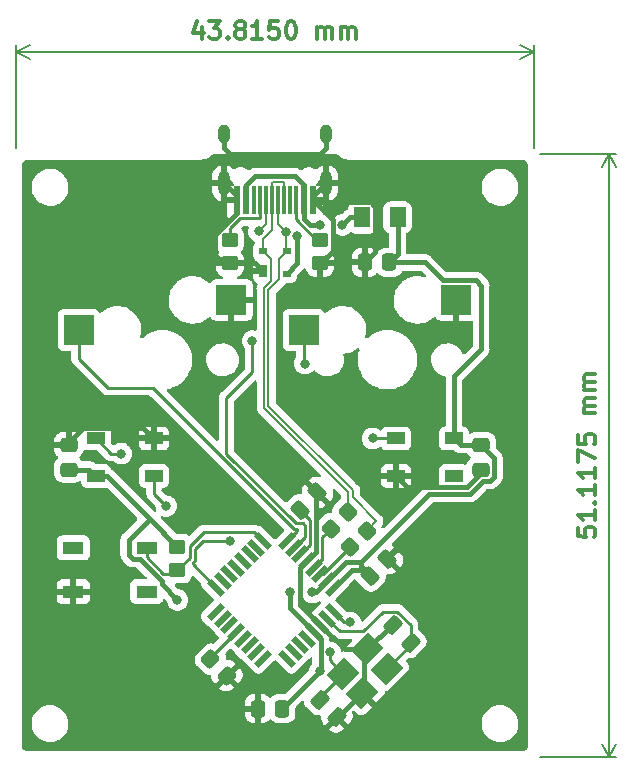
<source format=gbr>
%TF.GenerationSoftware,KiCad,Pcbnew,(6.0.7)*%
%TF.CreationDate,2022-09-12T20:58:16+12:00*%
%TF.ProjectId,ledusbc2key,6c656475-7362-4633-926b-65792e6b6963,rev?*%
%TF.SameCoordinates,Original*%
%TF.FileFunction,Copper,L2,Bot*%
%TF.FilePolarity,Positive*%
%FSLAX46Y46*%
G04 Gerber Fmt 4.6, Leading zero omitted, Abs format (unit mm)*
G04 Created by KiCad (PCBNEW (6.0.7)) date 2022-09-12 20:58:16*
%MOMM*%
%LPD*%
G01*
G04 APERTURE LIST*
G04 Aperture macros list*
%AMRoundRect*
0 Rectangle with rounded corners*
0 $1 Rounding radius*
0 $2 $3 $4 $5 $6 $7 $8 $9 X,Y pos of 4 corners*
0 Add a 4 corners polygon primitive as box body*
4,1,4,$2,$3,$4,$5,$6,$7,$8,$9,$2,$3,0*
0 Add four circle primitives for the rounded corners*
1,1,$1+$1,$2,$3*
1,1,$1+$1,$4,$5*
1,1,$1+$1,$6,$7*
1,1,$1+$1,$8,$9*
0 Add four rect primitives between the rounded corners*
20,1,$1+$1,$2,$3,$4,$5,0*
20,1,$1+$1,$4,$5,$6,$7,0*
20,1,$1+$1,$6,$7,$8,$9,0*
20,1,$1+$1,$8,$9,$2,$3,0*%
%AMRotRect*
0 Rectangle, with rotation*
0 The origin of the aperture is its center*
0 $1 length*
0 $2 width*
0 $3 Rotation angle, in degrees counterclockwise*
0 Add horizontal line*
21,1,$1,$2,0,0,$3*%
G04 Aperture macros list end*
%ADD10C,0.300000*%
%TA.AperFunction,NonConductor*%
%ADD11C,0.300000*%
%TD*%
%TA.AperFunction,NonConductor*%
%ADD12C,0.200000*%
%TD*%
%TA.AperFunction,SMDPad,CuDef*%
%ADD13R,2.550000X2.500000*%
%TD*%
%TA.AperFunction,SMDPad,CuDef*%
%ADD14R,1.500000X1.000000*%
%TD*%
%TA.AperFunction,SMDPad,CuDef*%
%ADD15RoundRect,0.250001X0.462499X0.624999X-0.462499X0.624999X-0.462499X-0.624999X0.462499X-0.624999X0*%
%TD*%
%TA.AperFunction,SMDPad,CuDef*%
%ADD16RoundRect,0.250000X0.450000X-0.350000X0.450000X0.350000X-0.450000X0.350000X-0.450000X-0.350000X0*%
%TD*%
%TA.AperFunction,SMDPad,CuDef*%
%ADD17RoundRect,0.250000X0.070711X-0.565685X0.565685X-0.070711X-0.070711X0.565685X-0.565685X0.070711X0*%
%TD*%
%TA.AperFunction,SMDPad,CuDef*%
%ADD18RoundRect,0.250000X-0.565685X-0.070711X-0.070711X-0.565685X0.565685X0.070711X0.070711X0.565685X0*%
%TD*%
%TA.AperFunction,SMDPad,CuDef*%
%ADD19RoundRect,0.250000X-0.475000X0.337500X-0.475000X-0.337500X0.475000X-0.337500X0.475000X0.337500X0*%
%TD*%
%TA.AperFunction,SMDPad,CuDef*%
%ADD20RoundRect,0.250000X-0.574524X-0.097227X-0.097227X-0.574524X0.574524X0.097227X0.097227X0.574524X0*%
%TD*%
%TA.AperFunction,SMDPad,CuDef*%
%ADD21R,0.700000X1.000000*%
%TD*%
%TA.AperFunction,SMDPad,CuDef*%
%ADD22R,0.700000X0.600000*%
%TD*%
%TA.AperFunction,SMDPad,CuDef*%
%ADD23RoundRect,0.250000X0.097227X-0.574524X0.574524X-0.097227X-0.097227X0.574524X-0.574524X0.097227X0*%
%TD*%
%TA.AperFunction,SMDPad,CuDef*%
%ADD24R,1.800000X1.100000*%
%TD*%
%TA.AperFunction,SMDPad,CuDef*%
%ADD25RotRect,1.600000X0.550000X135.000000*%
%TD*%
%TA.AperFunction,SMDPad,CuDef*%
%ADD26RotRect,1.600000X0.550000X45.000000*%
%TD*%
%TA.AperFunction,SMDPad,CuDef*%
%ADD27RoundRect,0.250000X0.574524X0.097227X0.097227X0.574524X-0.574524X-0.097227X-0.097227X-0.574524X0*%
%TD*%
%TA.AperFunction,SMDPad,CuDef*%
%ADD28RoundRect,0.250000X-0.450000X0.350000X-0.450000X-0.350000X0.450000X-0.350000X0.450000X0.350000X0*%
%TD*%
%TA.AperFunction,SMDPad,CuDef*%
%ADD29RotRect,2.100000X1.800000X45.000000*%
%TD*%
%TA.AperFunction,SMDPad,CuDef*%
%ADD30R,0.600000X2.450000*%
%TD*%
%TA.AperFunction,SMDPad,CuDef*%
%ADD31R,0.300000X2.450000*%
%TD*%
%TA.AperFunction,ComponentPad*%
%ADD32O,1.000000X1.600000*%
%TD*%
%TA.AperFunction,ComponentPad*%
%ADD33O,1.000000X2.100000*%
%TD*%
%TA.AperFunction,SMDPad,CuDef*%
%ADD34RoundRect,0.250000X0.337500X0.475000X-0.337500X0.475000X-0.337500X-0.475000X0.337500X-0.475000X0*%
%TD*%
%TA.AperFunction,SMDPad,CuDef*%
%ADD35RoundRect,0.250000X-0.070711X0.565685X-0.565685X0.070711X0.070711X-0.565685X0.565685X-0.070711X0*%
%TD*%
%TA.AperFunction,SMDPad,CuDef*%
%ADD36RoundRect,0.250000X0.475000X-0.337500X0.475000X0.337500X-0.475000X0.337500X-0.475000X-0.337500X0*%
%TD*%
%TA.AperFunction,ViaPad*%
%ADD37C,0.800000*%
%TD*%
%TA.AperFunction,Conductor*%
%ADD38C,0.254000*%
%TD*%
%TA.AperFunction,Conductor*%
%ADD39C,0.381000*%
%TD*%
%TA.AperFunction,Conductor*%
%ADD40C,0.200000*%
%TD*%
G04 APERTURE END LIST*
D10*
D11*
X121420714Y-51218571D02*
X121420714Y-52218571D01*
X121063571Y-50647142D02*
X120706428Y-51718571D01*
X121635000Y-51718571D01*
X122063571Y-50718571D02*
X122992142Y-50718571D01*
X122492142Y-51290000D01*
X122706428Y-51290000D01*
X122849285Y-51361428D01*
X122920714Y-51432857D01*
X122992142Y-51575714D01*
X122992142Y-51932857D01*
X122920714Y-52075714D01*
X122849285Y-52147142D01*
X122706428Y-52218571D01*
X122277857Y-52218571D01*
X122135000Y-52147142D01*
X122063571Y-52075714D01*
X123635000Y-52075714D02*
X123706428Y-52147142D01*
X123635000Y-52218571D01*
X123563571Y-52147142D01*
X123635000Y-52075714D01*
X123635000Y-52218571D01*
X124563571Y-51361428D02*
X124420714Y-51290000D01*
X124349285Y-51218571D01*
X124277857Y-51075714D01*
X124277857Y-51004285D01*
X124349285Y-50861428D01*
X124420714Y-50790000D01*
X124563571Y-50718571D01*
X124849285Y-50718571D01*
X124992142Y-50790000D01*
X125063571Y-50861428D01*
X125135000Y-51004285D01*
X125135000Y-51075714D01*
X125063571Y-51218571D01*
X124992142Y-51290000D01*
X124849285Y-51361428D01*
X124563571Y-51361428D01*
X124420714Y-51432857D01*
X124349285Y-51504285D01*
X124277857Y-51647142D01*
X124277857Y-51932857D01*
X124349285Y-52075714D01*
X124420714Y-52147142D01*
X124563571Y-52218571D01*
X124849285Y-52218571D01*
X124992142Y-52147142D01*
X125063571Y-52075714D01*
X125135000Y-51932857D01*
X125135000Y-51647142D01*
X125063571Y-51504285D01*
X124992142Y-51432857D01*
X124849285Y-51361428D01*
X126563571Y-52218571D02*
X125706428Y-52218571D01*
X126135000Y-52218571D02*
X126135000Y-50718571D01*
X125992142Y-50932857D01*
X125849285Y-51075714D01*
X125706428Y-51147142D01*
X127920714Y-50718571D02*
X127206428Y-50718571D01*
X127135000Y-51432857D01*
X127206428Y-51361428D01*
X127349285Y-51290000D01*
X127706428Y-51290000D01*
X127849285Y-51361428D01*
X127920714Y-51432857D01*
X127992142Y-51575714D01*
X127992142Y-51932857D01*
X127920714Y-52075714D01*
X127849285Y-52147142D01*
X127706428Y-52218571D01*
X127349285Y-52218571D01*
X127206428Y-52147142D01*
X127135000Y-52075714D01*
X128920714Y-50718571D02*
X129063571Y-50718571D01*
X129206428Y-50790000D01*
X129277857Y-50861428D01*
X129349285Y-51004285D01*
X129420714Y-51290000D01*
X129420714Y-51647142D01*
X129349285Y-51932857D01*
X129277857Y-52075714D01*
X129206428Y-52147142D01*
X129063571Y-52218571D01*
X128920714Y-52218571D01*
X128777857Y-52147142D01*
X128706428Y-52075714D01*
X128635000Y-51932857D01*
X128563571Y-51647142D01*
X128563571Y-51290000D01*
X128635000Y-51004285D01*
X128706428Y-50861428D01*
X128777857Y-50790000D01*
X128920714Y-50718571D01*
X131206428Y-52218571D02*
X131206428Y-51218571D01*
X131206428Y-51361428D02*
X131277857Y-51290000D01*
X131420714Y-51218571D01*
X131635000Y-51218571D01*
X131777857Y-51290000D01*
X131849285Y-51432857D01*
X131849285Y-52218571D01*
X131849285Y-51432857D02*
X131920714Y-51290000D01*
X132063571Y-51218571D01*
X132277857Y-51218571D01*
X132420714Y-51290000D01*
X132492142Y-51432857D01*
X132492142Y-52218571D01*
X133206428Y-52218571D02*
X133206428Y-51218571D01*
X133206428Y-51361428D02*
X133277857Y-51290000D01*
X133420714Y-51218571D01*
X133635000Y-51218571D01*
X133777857Y-51290000D01*
X133849285Y-51432857D01*
X133849285Y-52218571D01*
X133849285Y-51432857D02*
X133920714Y-51290000D01*
X134063571Y-51218571D01*
X134277857Y-51218571D01*
X134420714Y-51290000D01*
X134492142Y-51432857D01*
X134492142Y-52218571D01*
D12*
X149542500Y-61412500D02*
X149542500Y-52753580D01*
X105727500Y-61412500D02*
X105727500Y-52753580D01*
X149542500Y-53340000D02*
X105727500Y-53340000D01*
X149542500Y-53340000D02*
X105727500Y-53340000D01*
X149542500Y-53340000D02*
X148415996Y-52753579D01*
X149542500Y-53340000D02*
X148415996Y-53926421D01*
X105727500Y-53340000D02*
X106854004Y-53926421D01*
X105727500Y-53340000D02*
X106854004Y-52753579D01*
D10*
D11*
X153271071Y-93614107D02*
X153271071Y-94328392D01*
X153985357Y-94399821D01*
X153913928Y-94328392D01*
X153842500Y-94185535D01*
X153842500Y-93828392D01*
X153913928Y-93685535D01*
X153985357Y-93614107D01*
X154128214Y-93542678D01*
X154485357Y-93542678D01*
X154628214Y-93614107D01*
X154699642Y-93685535D01*
X154771071Y-93828392D01*
X154771071Y-94185535D01*
X154699642Y-94328392D01*
X154628214Y-94399821D01*
X154771071Y-92114107D02*
X154771071Y-92971250D01*
X154771071Y-92542678D02*
X153271071Y-92542678D01*
X153485357Y-92685535D01*
X153628214Y-92828392D01*
X153699642Y-92971250D01*
X154628214Y-91471250D02*
X154699642Y-91399821D01*
X154771071Y-91471250D01*
X154699642Y-91542678D01*
X154628214Y-91471250D01*
X154771071Y-91471250D01*
X154771071Y-89971250D02*
X154771071Y-90828392D01*
X154771071Y-90399821D02*
X153271071Y-90399821D01*
X153485357Y-90542678D01*
X153628214Y-90685535D01*
X153699642Y-90828392D01*
X154771071Y-88542678D02*
X154771071Y-89399821D01*
X154771071Y-88971250D02*
X153271071Y-88971250D01*
X153485357Y-89114107D01*
X153628214Y-89256964D01*
X153699642Y-89399821D01*
X153271071Y-88042678D02*
X153271071Y-87042678D01*
X154771071Y-87685535D01*
X153271071Y-85756964D02*
X153271071Y-86471250D01*
X153985357Y-86542678D01*
X153913928Y-86471250D01*
X153842500Y-86328392D01*
X153842500Y-85971250D01*
X153913928Y-85828392D01*
X153985357Y-85756964D01*
X154128214Y-85685535D01*
X154485357Y-85685535D01*
X154628214Y-85756964D01*
X154699642Y-85828392D01*
X154771071Y-85971250D01*
X154771071Y-86328392D01*
X154699642Y-86471250D01*
X154628214Y-86542678D01*
X154771071Y-83899821D02*
X153771071Y-83899821D01*
X153913928Y-83899821D02*
X153842500Y-83828392D01*
X153771071Y-83685535D01*
X153771071Y-83471250D01*
X153842500Y-83328392D01*
X153985357Y-83256964D01*
X154771071Y-83256964D01*
X153985357Y-83256964D02*
X153842500Y-83185535D01*
X153771071Y-83042678D01*
X153771071Y-82828392D01*
X153842500Y-82685535D01*
X153985357Y-82614107D01*
X154771071Y-82614107D01*
X154771071Y-81899821D02*
X153771071Y-81899821D01*
X153913928Y-81899821D02*
X153842500Y-81828392D01*
X153771071Y-81685535D01*
X153771071Y-81471250D01*
X153842500Y-81328392D01*
X153985357Y-81256964D01*
X154771071Y-81256964D01*
X153985357Y-81256964D02*
X153842500Y-81185535D01*
X153771071Y-81042678D01*
X153771071Y-80828392D01*
X153842500Y-80685535D01*
X153985357Y-80614107D01*
X154771071Y-80614107D01*
D12*
X150042500Y-113030000D02*
X156478920Y-113030000D01*
X150042500Y-61912500D02*
X156478920Y-61912500D01*
X155892500Y-113030000D02*
X155892500Y-61912500D01*
X155892500Y-113030000D02*
X155892500Y-61912500D01*
X155892500Y-113030000D02*
X156478921Y-111903496D01*
X155892500Y-113030000D02*
X155306079Y-111903496D01*
X155892500Y-61912500D02*
X155306079Y-63039004D01*
X155892500Y-61912500D02*
X156478921Y-63039004D01*
D13*
%TO.P,MX1,1,COL*%
%TO.N,COL0*%
X130075000Y-76835000D03*
%TO.P,MX1,2,ROW*%
%TO.N,GND*%
X143002000Y-74295000D03*
%TD*%
%TO.P,MX2,1,COL*%
%TO.N,COL1*%
X111025000Y-76835000D03*
%TO.P,MX2,2,ROW*%
%TO.N,GND*%
X123952000Y-74295000D03*
%TD*%
D14*
%TO.P,D1,1,VDD*%
%TO.N,+5V*%
X112485000Y-89230000D03*
%TO.P,D1,2,DOUT*%
%TO.N,Net-(D1-Pad2)*%
X112485000Y-86030000D03*
%TO.P,D1,3,VSS*%
%TO.N,GND*%
X117385000Y-86030000D03*
%TO.P,D1,4,DIN*%
%TO.N,LED*%
X117385000Y-89230000D03*
%TD*%
D15*
%TO.P,F1,1*%
%TO.N,+5V*%
X138012500Y-67310000D03*
%TO.P,F1,2*%
%TO.N,VCC*%
X135037500Y-67310000D03*
%TD*%
D16*
%TO.P,R4,1*%
%TO.N,GND*%
X123825000Y-71215000D03*
%TO.P,R4,2*%
%TO.N,Net-(R4-Pad2)*%
X123825000Y-69215000D03*
%TD*%
D17*
%TO.P,R3,1*%
%TO.N,Net-(R3-Pad1)*%
X133985000Y-95250000D03*
%TO.P,R3,2*%
%TO.N,D-*%
X135399214Y-93835786D03*
%TD*%
D16*
%TO.P,R5,1*%
%TO.N,GND*%
X131445000Y-71215000D03*
%TO.P,R5,2*%
%TO.N,Net-(R5-Pad2)*%
X131445000Y-69215000D03*
%TD*%
D18*
%TO.P,R6,1*%
%TO.N,Net-(R6-Pad1)*%
X122165393Y-104702893D03*
%TO.P,R6,2*%
%TO.N,GND*%
X123579607Y-106117107D03*
%TD*%
D19*
%TO.P,C4,1*%
%TO.N,+5V*%
X145097500Y-86592500D03*
%TO.P,C4,2*%
%TO.N,GND*%
X145097500Y-88667500D03*
%TD*%
D20*
%TO.P,C3,1*%
%TO.N,GND*%
X137664467Y-101850787D03*
%TO.P,C3,2*%
%TO.N,XTAL2*%
X139131713Y-103318033D03*
%TD*%
D21*
%TO.P,U2,1,GND*%
%TO.N,GND*%
X126635000Y-71870000D03*
D22*
%TO.P,U2,2,IO1*%
%TO.N,D+*%
X126635000Y-70170000D03*
%TO.P,U2,3,IO2*%
%TO.N,D-*%
X128635000Y-70170000D03*
%TO.P,U2,4,VCC*%
%TO.N,VCC*%
X128635000Y-72070000D03*
%TD*%
D23*
%TO.P,C8,1*%
%TO.N,+5V*%
X135692754Y-97669746D03*
%TO.P,C8,2*%
%TO.N,GND*%
X137160000Y-96202500D03*
%TD*%
D24*
%TO.P,SW1,1,1*%
%TO.N,GND*%
X110565000Y-99005000D03*
%TO.P,SW1,2,2*%
%TO.N,Net-(R1-Pad2)*%
X116765000Y-95305000D03*
%TO.P,SW1,3*%
%TO.N,N/C*%
X110565000Y-95305000D03*
%TO.P,SW1,4*%
X116765000Y-99005000D03*
%TD*%
D25*
%TO.P,U1,1,XTAL1*%
%TO.N,XTAL1*%
X132620103Y-100720305D03*
%TO.P,U1,2,PC0/XTAL2*%
%TO.N,XTAL2*%
X132054417Y-101285990D03*
%TO.P,U1,3,GND*%
%TO.N,GND*%
X131488732Y-101851676D03*
%TO.P,U1,4,VCC*%
%TO.N,+5V*%
X130923047Y-102417361D03*
%TO.P,U1,5,PC2*%
%TO.N,unconnected-(U1-Pad5)*%
X130357361Y-102983047D03*
%TO.P,U1,6,PD0*%
%TO.N,unconnected-(U1-Pad6)*%
X129791676Y-103548732D03*
%TO.P,U1,7,PD1*%
%TO.N,unconnected-(U1-Pad7)*%
X129225990Y-104114417D03*
%TO.P,U1,8,PD2*%
%TO.N,unconnected-(U1-Pad8)*%
X128660305Y-104680103D03*
D26*
%TO.P,U1,9,PD3*%
%TO.N,unconnected-(U1-Pad9)*%
X126609695Y-104680103D03*
%TO.P,U1,10,PD4*%
%TO.N,unconnected-(U1-Pad10)*%
X126044010Y-104114417D03*
%TO.P,U1,11,PD5*%
%TO.N,unconnected-(U1-Pad11)*%
X125478324Y-103548732D03*
%TO.P,U1,12,PD6*%
%TO.N,unconnected-(U1-Pad12)*%
X124912639Y-102983047D03*
%TO.P,U1,13,~{HWB}/PD7*%
%TO.N,Net-(R6-Pad1)*%
X124346953Y-102417361D03*
%TO.P,U1,14,PB0*%
%TO.N,unconnected-(U1-Pad14)*%
X123781268Y-101851676D03*
%TO.P,U1,15,PB1*%
%TO.N,unconnected-(U1-Pad15)*%
X123215583Y-101285990D03*
%TO.P,U1,16,PB2*%
%TO.N,unconnected-(U1-Pad16)*%
X122649897Y-100720305D03*
D25*
%TO.P,U1,17,PB3*%
%TO.N,LED*%
X122649897Y-98669695D03*
%TO.P,U1,18,PB4*%
%TO.N,unconnected-(U1-Pad18)*%
X123215583Y-98104010D03*
%TO.P,U1,19,PB5*%
%TO.N,unconnected-(U1-Pad19)*%
X123781268Y-97538324D03*
%TO.P,U1,20,PB6*%
%TO.N,unconnected-(U1-Pad20)*%
X124346953Y-96972639D03*
%TO.P,U1,21,PB7*%
%TO.N,unconnected-(U1-Pad21)*%
X124912639Y-96406953D03*
%TO.P,U1,22,PC7*%
%TO.N,unconnected-(U1-Pad22)*%
X125478324Y-95841268D03*
%TO.P,U1,23,PC6*%
%TO.N,unconnected-(U1-Pad23)*%
X126044010Y-95275583D03*
%TO.P,U1,24,PC1/~{RESET}*%
%TO.N,Net-(R1-Pad2)*%
X126609695Y-94709897D03*
D26*
%TO.P,U1,25,PC5*%
%TO.N,COL1*%
X128660305Y-94709897D03*
%TO.P,U1,26,PC4*%
%TO.N,COL0*%
X129225990Y-95275583D03*
%TO.P,U1,27,UCAP*%
%TO.N,Net-(C1-Pad1)*%
X129791676Y-95841268D03*
%TO.P,U1,28,UGND*%
%TO.N,GND*%
X130357361Y-96406953D03*
%TO.P,U1,29,D+*%
%TO.N,Net-(R2-Pad2)*%
X130923047Y-96972639D03*
%TO.P,U1,30,D-*%
%TO.N,Net-(R3-Pad1)*%
X131488732Y-97538324D03*
%TO.P,U1,31,UVCC*%
%TO.N,+5V*%
X132054417Y-98104010D03*
%TO.P,U1,32,AVCC*%
X132620103Y-98669695D03*
%TD*%
D27*
%TO.P,C2,1*%
%TO.N,GND*%
X132880145Y-109604213D03*
%TO.P,C2,2*%
%TO.N,XTAL1*%
X131412899Y-108136967D03*
%TD*%
D28*
%TO.P,R1,1*%
%TO.N,+5V*%
X119380000Y-95202500D03*
%TO.P,R1,2*%
%TO.N,Net-(R1-Pad2)*%
X119380000Y-97202500D03*
%TD*%
D23*
%TO.P,C1,1*%
%TO.N,Net-(C1-Pad1)*%
X129758877Y-92075000D03*
%TO.P,C1,2*%
%TO.N,GND*%
X131226123Y-90607754D03*
%TD*%
D29*
%TO.P,Y1,1,1*%
%TO.N,XTAL1*%
X133416522Y-105939632D03*
%TO.P,Y1,2,2*%
%TO.N,GND*%
X135467132Y-103889022D03*
%TO.P,Y1,3,3*%
%TO.N,XTAL2*%
X137093478Y-105515368D03*
%TO.P,Y1,4,4*%
%TO.N,GND*%
X135042868Y-107565978D03*
%TD*%
D30*
%TO.P,USB1,1,GND*%
%TO.N,GND*%
X124410000Y-65840000D03*
%TO.P,USB1,2,VBUS*%
%TO.N,VCC*%
X125185000Y-65840000D03*
D31*
%TO.P,USB1,3,SBU2*%
%TO.N,unconnected-(USB1-Pad3)*%
X125885000Y-65840000D03*
%TO.P,USB1,4,CC1*%
%TO.N,Net-(R4-Pad2)*%
X126385000Y-65840000D03*
%TO.P,USB1,5,DN2*%
%TO.N,D-*%
X126885000Y-65840000D03*
%TO.P,USB1,6,DP1*%
%TO.N,D+*%
X127385000Y-65840000D03*
%TO.P,USB1,7,DN1*%
%TO.N,D-*%
X127885000Y-65840000D03*
%TO.P,USB1,8,DP2*%
%TO.N,D+*%
X128385000Y-65840000D03*
%TO.P,USB1,9,SBU1*%
%TO.N,unconnected-(USB1-Pad9)*%
X128885000Y-65840000D03*
%TO.P,USB1,10,CC2*%
%TO.N,Net-(R5-Pad2)*%
X129385000Y-65840000D03*
D30*
%TO.P,USB1,11,VBUS*%
%TO.N,VCC*%
X130085000Y-65840000D03*
%TO.P,USB1,12,GND*%
%TO.N,GND*%
X130860000Y-65840000D03*
D32*
%TO.P,USB1,13,SHIELD*%
X123315000Y-60245000D03*
D33*
X123315000Y-64425000D03*
X131955000Y-64425000D03*
D32*
X131955000Y-60245000D03*
%TD*%
D34*
%TO.P,C6,1*%
%TO.N,+5V*%
X137330000Y-71120000D03*
%TO.P,C6,2*%
%TO.N,GND*%
X135255000Y-71120000D03*
%TD*%
D35*
%TO.P,R2,1*%
%TO.N,D+*%
X133811714Y-92248286D03*
%TO.P,R2,2*%
%TO.N,Net-(R2-Pad2)*%
X132397500Y-93662500D03*
%TD*%
D34*
%TO.P,C7,1*%
%TO.N,+5V*%
X128270000Y-108902500D03*
%TO.P,C7,2*%
%TO.N,GND*%
X126195000Y-108902500D03*
%TD*%
D36*
%TO.P,C5,1*%
%TO.N,+5V*%
X110172500Y-88667500D03*
%TO.P,C5,2*%
%TO.N,GND*%
X110172500Y-86592500D03*
%TD*%
D14*
%TO.P,D2,1,VDD*%
%TO.N,+5V*%
X142785000Y-86030000D03*
%TO.P,D2,2,DOUT*%
%TO.N,unconnected-(D2-Pad2)*%
X142785000Y-89230000D03*
%TO.P,D2,3,VSS*%
%TO.N,GND*%
X137885000Y-89230000D03*
%TO.P,D2,4,DIN*%
%TO.N,Net-(D1-Pad2)*%
X137885000Y-86030000D03*
%TD*%
D37*
%TO.N,XTAL1*%
X133985000Y-101600000D03*
X132298001Y-104140000D03*
%TO.N,VCC*%
X133350000Y-67945000D03*
%TO.N,+5V*%
X130810000Y-99060000D03*
X128905000Y-99060000D03*
X119380000Y-99695000D03*
X131445000Y-105727500D03*
%TO.N,Net-(D1-Pad2)*%
X114617500Y-87312500D03*
X135902500Y-86030000D03*
%TO.N,LED*%
X123825000Y-94706500D03*
X118427500Y-91757500D03*
%TO.N,VCC*%
X129540000Y-68897500D03*
X131445000Y-67945000D03*
%TO.N,COL0*%
X125730000Y-77787500D03*
X130175000Y-79692500D03*
%TO.N,D-*%
X126283214Y-68498214D03*
X128587500Y-68580000D03*
%TD*%
D38*
%TO.N,COL1*%
X113495901Y-81745901D02*
X111025000Y-79275000D01*
X111025000Y-79275000D02*
X111025000Y-76835000D01*
X117298849Y-81745901D02*
X113495901Y-81745901D01*
X129233472Y-93680524D02*
X117298849Y-81745901D01*
X129540000Y-93830202D02*
X129540000Y-93680524D01*
X128660305Y-94709897D02*
X129540000Y-93830202D01*
X129540000Y-93680524D02*
X129233472Y-93680524D01*
%TO.N,LED*%
X120677276Y-96697074D02*
X122649897Y-98669695D01*
X120677276Y-96547276D02*
X120677276Y-96697074D01*
X120861000Y-95363552D02*
X120861000Y-96363552D01*
X121518052Y-94706500D02*
X120861000Y-95363552D01*
X120861000Y-96363552D02*
X120677276Y-96547276D01*
X123825000Y-94706500D02*
X121518052Y-94706500D01*
D39*
%TO.N,+5V*%
X131508001Y-105664499D02*
X131445000Y-105727500D01*
X131508001Y-103002315D02*
X131508001Y-105664499D01*
X130923047Y-102417361D02*
X131508001Y-103002315D01*
X134134798Y-97155000D02*
X132620103Y-98669695D01*
X134937500Y-97155000D02*
X134134798Y-97155000D01*
X135057754Y-97034746D02*
X134937500Y-97155000D01*
D38*
%TO.N,XTAL1*%
X133499798Y-101600000D02*
X132620103Y-100720305D01*
X133985000Y-101600000D02*
X133499798Y-101600000D01*
X132298001Y-104821111D02*
X133416522Y-105939632D01*
X132298001Y-104140000D02*
X132298001Y-104821111D01*
X131412899Y-107943255D02*
X133416522Y-105939632D01*
X131412899Y-108136967D02*
X131412899Y-107943255D01*
X132620103Y-100720305D02*
X132620103Y-100870103D01*
D39*
%TO.N,VCC*%
X133985000Y-67310000D02*
X133350000Y-67945000D01*
X135037500Y-67310000D02*
X133985000Y-67310000D01*
%TO.N,+5V*%
X131098427Y-99060000D02*
X130810000Y-99060000D01*
X132054417Y-98104010D02*
X131098427Y-99060000D01*
X128905000Y-100399314D02*
X128905000Y-99060000D01*
X130923047Y-102417361D02*
X128905000Y-100399314D01*
%TO.N,GND*%
X133526078Y-103889022D02*
X131488732Y-101851676D01*
X135467132Y-103889022D02*
X133526078Y-103889022D01*
D38*
%TO.N,Net-(C1-Pad1)*%
X130610000Y-95022944D02*
X130610000Y-92926123D01*
X129791676Y-95841268D02*
X130610000Y-95022944D01*
X130610000Y-92926123D02*
X129758877Y-92075000D01*
D39*
%TO.N,GND*%
X136140500Y-66419697D02*
X135760803Y-66040000D01*
X129772407Y-100135351D02*
X131488732Y-101851676D01*
X129772407Y-96991907D02*
X129772407Y-100135351D01*
X135185880Y-107422966D02*
X135185880Y-104170274D01*
X132535500Y-70124500D02*
X132535500Y-67515500D01*
X131955000Y-64425000D02*
X131955000Y-62422500D01*
X111344500Y-85139500D02*
X116494500Y-85139500D01*
X135760803Y-66040000D02*
X131060000Y-66040000D01*
X124410000Y-66924196D02*
X124410000Y-65840000D01*
X123315000Y-60245000D02*
X123315000Y-61402500D01*
X131127500Y-90706377D02*
X131226123Y-90607754D01*
X131955000Y-62422500D02*
X131445000Y-61912500D01*
X123315000Y-61402500D02*
X123825000Y-61912500D01*
X122555000Y-70485000D02*
X122555000Y-68779196D01*
X123315000Y-64425000D02*
X123315000Y-62422500D01*
X135185880Y-104170274D02*
X135467132Y-103889022D01*
X122555000Y-68779196D02*
X124410000Y-66924196D01*
X110172500Y-86592500D02*
X110172500Y-86311500D01*
X138825000Y-90170000D02*
X137885000Y-89230000D01*
X143876000Y-90170000D02*
X138825000Y-90170000D01*
X130860000Y-65840000D02*
X130860000Y-65520000D01*
X110172500Y-86311500D02*
X111344500Y-85139500D01*
X145097500Y-88667500D02*
X145097500Y-88948500D01*
X131127500Y-95636814D02*
X131127500Y-90706377D01*
X131060000Y-66040000D02*
X130860000Y-65840000D01*
X133004633Y-109604213D02*
X135042868Y-107565978D01*
X131955000Y-61402500D02*
X131445000Y-61912500D01*
X132535500Y-67515500D02*
X130860000Y-65840000D01*
X131445000Y-71215000D02*
X132535500Y-70124500D01*
X125980000Y-71215000D02*
X126635000Y-71870000D01*
X135042868Y-107565978D02*
X135185880Y-107422966D01*
X137664467Y-101850787D02*
X137505367Y-101850787D01*
X123825000Y-61912500D02*
X131445000Y-61912500D01*
X130357361Y-96406953D02*
X131127500Y-95636814D01*
X123285000Y-71215000D02*
X122555000Y-70485000D01*
X124410000Y-65520000D02*
X123315000Y-64425000D01*
X131955000Y-60245000D02*
X131955000Y-61402500D01*
X132880145Y-109604213D02*
X133004633Y-109604213D01*
X130860000Y-65520000D02*
X131955000Y-64425000D01*
X135255000Y-71120000D02*
X136140500Y-70234500D01*
X145097500Y-88948500D02*
X143876000Y-90170000D01*
X136140500Y-70234500D02*
X136140500Y-66419697D01*
X123315000Y-62422500D02*
X123825000Y-61912500D01*
X123825000Y-71215000D02*
X125980000Y-71215000D01*
X116494500Y-85139500D02*
X117385000Y-86030000D01*
X123825000Y-71215000D02*
X123285000Y-71215000D01*
X124410000Y-65840000D02*
X124410000Y-65520000D01*
X130357361Y-96406953D02*
X129772407Y-96991907D01*
X137505367Y-101850787D02*
X135467132Y-103889022D01*
D38*
%TO.N,XTAL2*%
X139131713Y-103477133D02*
X139131713Y-103318033D01*
X139131713Y-103318033D02*
X139131713Y-101830280D01*
X133139927Y-102371500D02*
X132054417Y-101285990D01*
X136790737Y-100699263D02*
X135118501Y-102371500D01*
X138000696Y-100699263D02*
X136790737Y-100699263D01*
X135118501Y-102371500D02*
X133139927Y-102371500D01*
X139131713Y-101830280D02*
X138000696Y-100699263D01*
X137093478Y-105515368D02*
X139131713Y-103477133D01*
D39*
%TO.N,+5V*%
X144667500Y-72654500D02*
X141869500Y-72654500D01*
X115252500Y-95885000D02*
X115252500Y-94615000D01*
X142785000Y-86030000D02*
X142785000Y-80780501D01*
X119380000Y-99695000D02*
X118055500Y-98370500D01*
X113407500Y-89230000D02*
X117022500Y-92845000D01*
X140706500Y-90751000D02*
X144116658Y-90751000D01*
X145097500Y-78468001D02*
X145097500Y-73084500D01*
X115252500Y-94615000D02*
X117022500Y-92845000D01*
X142785000Y-80780501D02*
X145097500Y-78468001D01*
X134937500Y-96520000D02*
X134937500Y-96914492D01*
X110172500Y-88667500D02*
X111922500Y-88667500D01*
X134937500Y-96520000D02*
X140706500Y-90751000D01*
X118055500Y-98064500D02*
X116236500Y-96245500D01*
X133638427Y-96520000D02*
X132054417Y-98104010D01*
X146213000Y-87708000D02*
X145097500Y-86592500D01*
X118055500Y-98370500D02*
X118055500Y-98064500D01*
X145222158Y-89645500D02*
X145837804Y-89645500D01*
X112485000Y-89230000D02*
X113407500Y-89230000D01*
X131445000Y-105727500D02*
X128270000Y-108902500D01*
X145837804Y-89645500D02*
X146213000Y-89270304D01*
X135057754Y-97034746D02*
X135692754Y-97669746D01*
X134937500Y-96520000D02*
X133638427Y-96520000D01*
X116236500Y-96245500D02*
X115613000Y-96245500D01*
X117022500Y-92845000D02*
X119380000Y-95202500D01*
X141869500Y-72654500D02*
X140335000Y-71120000D01*
X146213000Y-89270304D02*
X146213000Y-87708000D01*
X145097500Y-73084500D02*
X144667500Y-72654500D01*
X143347500Y-86592500D02*
X142785000Y-86030000D01*
X111922500Y-88667500D02*
X112485000Y-89230000D01*
X138012500Y-70437500D02*
X137330000Y-71120000D01*
X134937500Y-96914492D02*
X135057754Y-97034746D01*
X115613000Y-96245500D02*
X115252500Y-95885000D01*
X140335000Y-71120000D02*
X137330000Y-71120000D01*
X144116658Y-90751000D02*
X145222158Y-89645500D01*
X145097500Y-86592500D02*
X143347500Y-86592500D01*
X138012500Y-67310000D02*
X138012500Y-70437500D01*
D38*
%TO.N,Net-(D1-Pad2)*%
X137885000Y-86030000D02*
X135902500Y-86030000D01*
X112485000Y-86030000D02*
X113767500Y-87312500D01*
X113767500Y-87312500D02*
X114617500Y-87312500D01*
%TO.N,LED*%
X117385000Y-90715000D02*
X118427500Y-91757500D01*
X117385000Y-89230000D02*
X117385000Y-90715000D01*
D39*
%TO.N,VCC*%
X130085000Y-65840000D02*
X130085000Y-64612000D01*
X130085000Y-64612000D02*
X129290500Y-63817500D01*
X130085000Y-65840000D02*
X130085000Y-67440644D01*
X125185000Y-64612000D02*
X125185000Y-65840000D01*
X128635000Y-72070000D02*
X129540000Y-71165000D01*
X125979500Y-63817500D02*
X125185000Y-64612000D01*
X129540000Y-71165000D02*
X129540000Y-68897500D01*
X130085000Y-67440644D02*
X130589356Y-67945000D01*
X129290500Y-63817500D02*
X125979500Y-63817500D01*
X130589356Y-67945000D02*
X131445000Y-67945000D01*
D38*
%TO.N,COL0*%
X130175000Y-79692500D02*
X130075000Y-79592500D01*
X130156000Y-93406548D02*
X129975976Y-93226524D01*
X125730000Y-80376193D02*
X125730000Y-77787500D01*
X129421524Y-93226524D02*
X123507500Y-87312500D01*
X129975976Y-93226524D02*
X129421524Y-93226524D01*
X130156000Y-94345573D02*
X130156000Y-93406548D01*
X123507500Y-82598693D02*
X125730000Y-80376193D01*
X130075000Y-79592500D02*
X130075000Y-76835000D01*
X129225990Y-95275583D02*
X130156000Y-94345573D01*
X123507500Y-87312500D02*
X123507500Y-82598693D01*
%TO.N,Net-(R1-Pad2)*%
X119380000Y-97202500D02*
X120407000Y-96175500D01*
X119110000Y-97472500D02*
X119380000Y-97202500D01*
X116765000Y-96042144D02*
X118195356Y-97472500D01*
X125879798Y-93980000D02*
X126609695Y-94709897D01*
X120407000Y-95175500D02*
X121602500Y-93980000D01*
X120407000Y-96175500D02*
X120407000Y-95175500D01*
X116765000Y-95305000D02*
X116765000Y-96042144D01*
X121602500Y-93980000D02*
X125879798Y-93980000D01*
X118195356Y-97472500D02*
X119110000Y-97472500D01*
D40*
%TO.N,D+*%
X127385000Y-64365000D02*
X127435000Y-64315000D01*
X128385000Y-64365000D02*
X128385000Y-65840000D01*
X133811714Y-90562400D02*
X126682500Y-83433186D01*
X127385000Y-65840000D02*
X127385000Y-68386378D01*
X127435000Y-64315000D02*
X128335000Y-64315000D01*
X133811714Y-92248286D02*
X133811714Y-90562400D01*
X127285000Y-70820000D02*
X126635000Y-70170000D01*
X128335000Y-64315000D02*
X128385000Y-64365000D01*
X127385000Y-68386378D02*
X126635000Y-69136378D01*
X127285000Y-72707500D02*
X127285000Y-70820000D01*
X126682500Y-73310000D02*
X127285000Y-72707500D01*
X127385000Y-65840000D02*
X127385000Y-64365000D01*
X126682500Y-83433186D02*
X126682500Y-73310000D01*
X126635000Y-69136378D02*
X126635000Y-70170000D01*
D38*
%TO.N,Net-(R2-Pad2)*%
X131645000Y-96250686D02*
X130923047Y-96972639D01*
X132397500Y-93662500D02*
X131645000Y-94415000D01*
X131645000Y-94415000D02*
X131645000Y-96250686D01*
%TO.N,Net-(R3-Pad1)*%
X131696676Y-97538324D02*
X133985000Y-95250000D01*
X131488732Y-97538324D02*
X131696676Y-97538324D01*
D40*
%TO.N,D-*%
X128587500Y-68580000D02*
X128587500Y-70122500D01*
X134211714Y-91031714D02*
X134211714Y-90396714D01*
X127082500Y-83267500D02*
X127082500Y-73475686D01*
X128587500Y-68580000D02*
X127885000Y-67877500D01*
X127985000Y-72573186D02*
X127985000Y-70820000D01*
X134211714Y-90396714D02*
X127082500Y-83267500D01*
X126283214Y-68498214D02*
X126885000Y-67896428D01*
X136207500Y-93027500D02*
X134211714Y-91031714D01*
X127985000Y-70820000D02*
X128635000Y-70170000D01*
X135399214Y-93835786D02*
X136207500Y-93027500D01*
X127082500Y-73475686D02*
X127985000Y-72573186D01*
X127885000Y-67877500D02*
X127885000Y-65840000D01*
X126885000Y-67896428D02*
X126885000Y-65840000D01*
X128587500Y-70122500D02*
X128635000Y-70170000D01*
D38*
%TO.N,Net-(R4-Pad2)*%
X126362000Y-67392000D02*
X124674052Y-67392000D01*
X126385000Y-67369000D02*
X126362000Y-67392000D01*
X124674052Y-67392000D02*
X123825000Y-68241052D01*
X126385000Y-65840000D02*
X126385000Y-67369000D01*
X123825000Y-68241052D02*
X123825000Y-69215000D01*
%TO.N,Net-(R5-Pad2)*%
X131127500Y-69215000D02*
X129385000Y-67472500D01*
X129385000Y-67472500D02*
X129385000Y-65840000D01*
X131445000Y-69215000D02*
X131127500Y-69215000D01*
%TO.N,Net-(R6-Pad1)*%
X122165393Y-104598921D02*
X124346953Y-102417361D01*
%TD*%
%TA.AperFunction,Conductor*%
%TO.N,GND*%
G36*
X132887204Y-61932502D02*
G01*
X132914890Y-61956665D01*
X132948722Y-61996278D01*
X133123590Y-62145629D01*
X133319669Y-62265786D01*
X133324239Y-62267679D01*
X133324243Y-62267681D01*
X133527557Y-62351896D01*
X133532130Y-62353790D01*
X133611001Y-62372725D01*
X133750929Y-62406320D01*
X133750935Y-62406321D01*
X133755742Y-62407475D01*
X133857723Y-62415501D01*
X133949652Y-62422736D01*
X133960665Y-62424093D01*
X133972448Y-62426076D01*
X133978966Y-62426155D01*
X133980140Y-62426170D01*
X133980143Y-62426170D01*
X133985000Y-62426229D01*
X134012624Y-62422273D01*
X134030486Y-62421000D01*
X148540633Y-62421000D01*
X148560018Y-62422500D01*
X148574852Y-62424810D01*
X148574855Y-62424810D01*
X148583724Y-62426191D01*
X148592625Y-62425027D01*
X148601600Y-62425137D01*
X148601598Y-62425341D01*
X148623045Y-62425351D01*
X148688469Y-62433964D01*
X148720242Y-62442477D01*
X148796679Y-62474139D01*
X148825156Y-62490580D01*
X148890799Y-62540950D01*
X148914050Y-62564201D01*
X148964420Y-62629844D01*
X148980863Y-62658325D01*
X149012523Y-62734761D01*
X149021036Y-62766531D01*
X149029165Y-62828276D01*
X149030234Y-62846260D01*
X149030190Y-62849854D01*
X149028809Y-62858724D01*
X149029973Y-62867626D01*
X149029973Y-62867627D01*
X149032936Y-62890283D01*
X149034000Y-62906621D01*
X149034000Y-112028133D01*
X149032500Y-112047518D01*
X149028809Y-112071224D01*
X149029973Y-112080125D01*
X149029863Y-112089100D01*
X149029659Y-112089098D01*
X149029649Y-112110545D01*
X149021036Y-112175969D01*
X149012523Y-112207741D01*
X148980861Y-112284179D01*
X148964420Y-112312656D01*
X148914050Y-112378299D01*
X148890799Y-112401550D01*
X148825156Y-112451920D01*
X148796675Y-112468363D01*
X148720239Y-112500023D01*
X148688469Y-112508536D01*
X148626724Y-112516665D01*
X148608740Y-112517734D01*
X148605146Y-112517690D01*
X148596276Y-112516309D01*
X148587374Y-112517473D01*
X148587373Y-112517473D01*
X148578190Y-112518674D01*
X148564714Y-112520436D01*
X148548379Y-112521500D01*
X106729367Y-112521500D01*
X106709982Y-112520000D01*
X106695148Y-112517690D01*
X106695145Y-112517690D01*
X106686276Y-112516309D01*
X106677375Y-112517473D01*
X106668400Y-112517363D01*
X106668402Y-112517159D01*
X106646955Y-112517149D01*
X106581531Y-112508536D01*
X106549759Y-112500023D01*
X106535277Y-112494024D01*
X106473321Y-112468361D01*
X106444844Y-112451920D01*
X106379201Y-112401550D01*
X106355950Y-112378299D01*
X106305580Y-112312656D01*
X106289139Y-112284179D01*
X106257477Y-112207741D01*
X106248964Y-112175970D01*
X106241284Y-112117636D01*
X106240752Y-112091976D01*
X106241076Y-112090052D01*
X106241229Y-112077500D01*
X106237273Y-112049876D01*
X106236000Y-112032014D01*
X106236000Y-110227068D01*
X107022382Y-110227068D01*
X107022963Y-110232088D01*
X107022963Y-110232092D01*
X107029811Y-110291272D01*
X107051208Y-110476199D01*
X107052587Y-110481073D01*
X107052588Y-110481077D01*
X107091526Y-110618681D01*
X107119494Y-110717517D01*
X107121628Y-110722092D01*
X107121630Y-110722099D01*
X107223347Y-110940231D01*
X107225484Y-110944813D01*
X107228326Y-110948994D01*
X107228326Y-110948995D01*
X107363605Y-111148052D01*
X107363608Y-111148056D01*
X107366451Y-111152239D01*
X107369928Y-111155916D01*
X107369929Y-111155917D01*
X107470238Y-111261991D01*
X107538767Y-111334459D01*
X107542793Y-111337537D01*
X107542794Y-111337538D01*
X107733981Y-111483712D01*
X107733985Y-111483715D01*
X107738001Y-111486785D01*
X107959026Y-111605297D01*
X107963807Y-111606943D01*
X107963811Y-111606945D01*
X108189538Y-111684669D01*
X108196156Y-111686948D01*
X108299689Y-111704831D01*
X108439380Y-111728960D01*
X108439386Y-111728961D01*
X108443290Y-111729635D01*
X108447251Y-111729815D01*
X108447252Y-111729815D01*
X108471931Y-111730936D01*
X108471950Y-111730936D01*
X108473350Y-111731000D01*
X108648015Y-111731000D01*
X108650523Y-111730798D01*
X108650528Y-111730798D01*
X108829944Y-111716363D01*
X108829949Y-111716362D01*
X108834985Y-111715957D01*
X108839893Y-111714752D01*
X108839896Y-111714751D01*
X109073625Y-111657341D01*
X109078539Y-111656134D01*
X109083191Y-111654159D01*
X109083195Y-111654158D01*
X109304741Y-111560117D01*
X109304742Y-111560117D01*
X109309396Y-111558141D01*
X109521615Y-111424500D01*
X109709738Y-111258647D01*
X109868924Y-111064851D01*
X109995078Y-110848096D01*
X110005987Y-110819679D01*
X110068506Y-110656812D01*
X132193086Y-110656812D01*
X132193217Y-110658645D01*
X132197468Y-110665260D01*
X132280240Y-110748032D01*
X132285063Y-110752381D01*
X132359693Y-110812980D01*
X132371204Y-110820402D01*
X132516605Y-110893056D01*
X132530279Y-110898006D01*
X132688078Y-110935161D01*
X132702523Y-110936833D01*
X132864639Y-110936692D01*
X132879075Y-110934996D01*
X133036812Y-110897563D01*
X133050476Y-110892590D01*
X133195760Y-110819679D01*
X133207245Y-110812248D01*
X133280808Y-110752359D01*
X133285559Y-110748070D01*
X133462367Y-110571261D01*
X133469978Y-110557323D01*
X133469846Y-110555487D01*
X133465597Y-110548875D01*
X133143790Y-110227068D01*
X145122382Y-110227068D01*
X145122963Y-110232088D01*
X145122963Y-110232092D01*
X145129811Y-110291272D01*
X145151208Y-110476199D01*
X145152587Y-110481073D01*
X145152588Y-110481077D01*
X145191526Y-110618681D01*
X145219494Y-110717517D01*
X145221628Y-110722092D01*
X145221630Y-110722099D01*
X145323347Y-110940231D01*
X145325484Y-110944813D01*
X145328326Y-110948994D01*
X145328326Y-110948995D01*
X145463605Y-111148052D01*
X145463608Y-111148056D01*
X145466451Y-111152239D01*
X145469928Y-111155916D01*
X145469929Y-111155917D01*
X145570238Y-111261991D01*
X145638767Y-111334459D01*
X145642793Y-111337537D01*
X145642794Y-111337538D01*
X145833981Y-111483712D01*
X145833985Y-111483715D01*
X145838001Y-111486785D01*
X146059026Y-111605297D01*
X146063807Y-111606943D01*
X146063811Y-111606945D01*
X146289538Y-111684669D01*
X146296156Y-111686948D01*
X146399689Y-111704831D01*
X146539380Y-111728960D01*
X146539386Y-111728961D01*
X146543290Y-111729635D01*
X146547251Y-111729815D01*
X146547252Y-111729815D01*
X146571931Y-111730936D01*
X146571950Y-111730936D01*
X146573350Y-111731000D01*
X146748015Y-111731000D01*
X146750523Y-111730798D01*
X146750528Y-111730798D01*
X146929944Y-111716363D01*
X146929949Y-111716362D01*
X146934985Y-111715957D01*
X146939893Y-111714752D01*
X146939896Y-111714751D01*
X147173625Y-111657341D01*
X147178539Y-111656134D01*
X147183191Y-111654159D01*
X147183195Y-111654158D01*
X147404741Y-111560117D01*
X147404742Y-111560117D01*
X147409396Y-111558141D01*
X147621615Y-111424500D01*
X147809738Y-111258647D01*
X147968924Y-111064851D01*
X148095078Y-110848096D01*
X148105987Y-110819679D01*
X148168506Y-110656812D01*
X148184955Y-110613961D01*
X148193876Y-110571261D01*
X148235206Y-110373421D01*
X148236241Y-110368467D01*
X148239747Y-110291272D01*
X148242662Y-110227068D01*
X148247618Y-110117932D01*
X148242178Y-110070912D01*
X148230548Y-109970401D01*
X148218792Y-109868801D01*
X148212502Y-109846570D01*
X148151884Y-109632352D01*
X148151883Y-109632350D01*
X148150506Y-109627483D01*
X148148372Y-109622908D01*
X148148370Y-109622901D01*
X148046653Y-109404769D01*
X148046651Y-109404765D01*
X148044516Y-109400187D01*
X148010747Y-109350498D01*
X147906395Y-109196948D01*
X147906392Y-109196944D01*
X147903549Y-109192761D01*
X147887134Y-109175402D01*
X147734713Y-109014221D01*
X147731233Y-109010541D01*
X147727206Y-109007462D01*
X147536019Y-108861288D01*
X147536015Y-108861285D01*
X147531999Y-108858215D01*
X147310974Y-108739703D01*
X147306193Y-108738057D01*
X147306189Y-108738055D01*
X147078633Y-108659701D01*
X147073844Y-108658052D01*
X146940108Y-108634952D01*
X146830620Y-108616040D01*
X146830614Y-108616039D01*
X146826710Y-108615365D01*
X146822749Y-108615185D01*
X146822748Y-108615185D01*
X146798069Y-108614064D01*
X146798050Y-108614064D01*
X146796650Y-108614000D01*
X146621985Y-108614000D01*
X146619477Y-108614202D01*
X146619472Y-108614202D01*
X146440056Y-108628637D01*
X146440051Y-108628638D01*
X146435015Y-108629043D01*
X146430107Y-108630248D01*
X146430104Y-108630249D01*
X146198326Y-108687180D01*
X146191461Y-108688866D01*
X146186809Y-108690841D01*
X146186805Y-108690842D01*
X145965259Y-108784883D01*
X145960604Y-108786859D01*
X145748385Y-108920500D01*
X145560262Y-109086353D01*
X145401076Y-109280149D01*
X145274922Y-109496904D01*
X145273109Y-109501627D01*
X145273108Y-109501629D01*
X145261311Y-109532361D01*
X145185045Y-109731039D01*
X145184012Y-109735985D01*
X145184010Y-109735991D01*
X145158726Y-109857021D01*
X145133759Y-109976533D01*
X145133530Y-109981582D01*
X145133529Y-109981588D01*
X145132254Y-110009664D01*
X145122382Y-110227068D01*
X133143790Y-110227068D01*
X132892957Y-109976235D01*
X132879013Y-109968621D01*
X132877180Y-109968752D01*
X132870565Y-109973003D01*
X132200700Y-110642868D01*
X132193086Y-110656812D01*
X110068506Y-110656812D01*
X110084955Y-110613961D01*
X110093876Y-110571261D01*
X110135206Y-110373421D01*
X110136241Y-110368467D01*
X110139747Y-110291272D01*
X110142662Y-110227068D01*
X110147618Y-110117932D01*
X110142178Y-110070912D01*
X110130548Y-109970401D01*
X110118792Y-109868801D01*
X110112502Y-109846570D01*
X110051884Y-109632352D01*
X110051883Y-109632350D01*
X110050506Y-109627483D01*
X110048372Y-109622908D01*
X110048370Y-109622901D01*
X109955898Y-109424595D01*
X125099501Y-109424595D01*
X125099838Y-109431114D01*
X125109757Y-109526706D01*
X125112649Y-109540100D01*
X125164088Y-109694284D01*
X125170261Y-109707462D01*
X125255563Y-109845307D01*
X125264599Y-109856708D01*
X125379329Y-109971239D01*
X125390740Y-109980251D01*
X125528743Y-110065316D01*
X125541924Y-110071463D01*
X125696210Y-110122638D01*
X125709586Y-110125505D01*
X125803938Y-110135172D01*
X125810354Y-110135500D01*
X125922885Y-110135500D01*
X125938124Y-110131025D01*
X125939329Y-110129635D01*
X125941000Y-110121952D01*
X125941000Y-109174615D01*
X125936525Y-109159376D01*
X125935135Y-109158171D01*
X125927452Y-109156500D01*
X125117616Y-109156500D01*
X125102377Y-109160975D01*
X125101172Y-109162365D01*
X125099501Y-109170048D01*
X125099501Y-109424595D01*
X109955898Y-109424595D01*
X109946653Y-109404769D01*
X109946651Y-109404765D01*
X109944516Y-109400187D01*
X109910747Y-109350498D01*
X109806395Y-109196948D01*
X109806392Y-109196944D01*
X109803549Y-109192761D01*
X109787134Y-109175402D01*
X109634713Y-109014221D01*
X109631233Y-109010541D01*
X109627206Y-109007462D01*
X109436019Y-108861288D01*
X109436015Y-108861285D01*
X109431999Y-108858215D01*
X109210974Y-108739703D01*
X109206193Y-108738057D01*
X109206189Y-108738055D01*
X108978633Y-108659701D01*
X108973844Y-108658052D01*
X108840108Y-108634952D01*
X108813668Y-108630385D01*
X125099500Y-108630385D01*
X125103975Y-108645624D01*
X125105365Y-108646829D01*
X125113048Y-108648500D01*
X125922885Y-108648500D01*
X125938124Y-108644025D01*
X125939329Y-108642635D01*
X125941000Y-108634952D01*
X125941000Y-107687616D01*
X125936525Y-107672377D01*
X125935135Y-107671172D01*
X125927452Y-107669501D01*
X125810405Y-107669501D01*
X125803886Y-107669838D01*
X125708294Y-107679757D01*
X125694900Y-107682649D01*
X125540716Y-107734088D01*
X125527538Y-107740261D01*
X125389693Y-107825563D01*
X125378292Y-107834599D01*
X125263761Y-107949329D01*
X125254749Y-107960740D01*
X125169684Y-108098743D01*
X125163537Y-108111924D01*
X125112362Y-108266210D01*
X125109495Y-108279586D01*
X125099828Y-108373938D01*
X125099500Y-108380355D01*
X125099500Y-108630385D01*
X108813668Y-108630385D01*
X108730620Y-108616040D01*
X108730614Y-108616039D01*
X108726710Y-108615365D01*
X108722749Y-108615185D01*
X108722748Y-108615185D01*
X108698069Y-108614064D01*
X108698050Y-108614064D01*
X108696650Y-108614000D01*
X108521985Y-108614000D01*
X108519477Y-108614202D01*
X108519472Y-108614202D01*
X108340056Y-108628637D01*
X108340051Y-108628638D01*
X108335015Y-108629043D01*
X108330107Y-108630248D01*
X108330104Y-108630249D01*
X108098326Y-108687180D01*
X108091461Y-108688866D01*
X108086809Y-108690841D01*
X108086805Y-108690842D01*
X107865259Y-108784883D01*
X107860604Y-108786859D01*
X107648385Y-108920500D01*
X107460262Y-109086353D01*
X107301076Y-109280149D01*
X107174922Y-109496904D01*
X107173109Y-109501627D01*
X107173108Y-109501629D01*
X107161311Y-109532361D01*
X107085045Y-109731039D01*
X107084012Y-109735985D01*
X107084010Y-109735991D01*
X107058726Y-109857021D01*
X107033759Y-109976533D01*
X107033530Y-109981582D01*
X107033529Y-109981588D01*
X107032254Y-110009664D01*
X107022382Y-110227068D01*
X106236000Y-110227068D01*
X106236000Y-107152029D01*
X122910225Y-107152029D01*
X122910356Y-107153862D01*
X122914606Y-107160476D01*
X123006221Y-107252090D01*
X123011044Y-107256438D01*
X123085671Y-107317035D01*
X123097182Y-107324457D01*
X123242583Y-107397111D01*
X123256257Y-107402061D01*
X123414056Y-107439216D01*
X123428501Y-107440888D01*
X123590618Y-107440747D01*
X123605054Y-107439051D01*
X123762791Y-107401618D01*
X123776455Y-107396645D01*
X123921741Y-107323733D01*
X123933224Y-107316304D01*
X124006774Y-107256424D01*
X124011548Y-107252114D01*
X124170667Y-107092994D01*
X124178278Y-107079056D01*
X124178146Y-107077220D01*
X124173897Y-107070608D01*
X123592418Y-106489128D01*
X123578475Y-106481515D01*
X123576641Y-106481646D01*
X123570027Y-106485897D01*
X122917839Y-107138085D01*
X122910225Y-107152029D01*
X106236000Y-107152029D01*
X106236000Y-99599669D01*
X109157001Y-99599669D01*
X109157371Y-99606490D01*
X109162895Y-99657352D01*
X109166521Y-99672604D01*
X109211676Y-99793054D01*
X109220214Y-99808649D01*
X109296715Y-99910724D01*
X109309276Y-99923285D01*
X109411351Y-99999786D01*
X109426946Y-100008324D01*
X109547394Y-100053478D01*
X109562649Y-100057105D01*
X109613514Y-100062631D01*
X109620328Y-100063000D01*
X110292885Y-100063000D01*
X110308124Y-100058525D01*
X110309329Y-100057135D01*
X110311000Y-100049452D01*
X110311000Y-100044884D01*
X110819000Y-100044884D01*
X110823475Y-100060123D01*
X110824865Y-100061328D01*
X110832548Y-100062999D01*
X111509669Y-100062999D01*
X111516490Y-100062629D01*
X111567352Y-100057105D01*
X111582604Y-100053479D01*
X111703054Y-100008324D01*
X111718649Y-99999786D01*
X111820724Y-99923285D01*
X111833285Y-99910724D01*
X111909786Y-99808649D01*
X111918324Y-99793054D01*
X111963478Y-99672606D01*
X111967105Y-99657351D01*
X111972631Y-99606486D01*
X111973000Y-99599672D01*
X111973000Y-99277115D01*
X111968525Y-99261876D01*
X111967135Y-99260671D01*
X111959452Y-99259000D01*
X110837115Y-99259000D01*
X110821876Y-99263475D01*
X110820671Y-99264865D01*
X110819000Y-99272548D01*
X110819000Y-100044884D01*
X110311000Y-100044884D01*
X110311000Y-99277115D01*
X110306525Y-99261876D01*
X110305135Y-99260671D01*
X110297452Y-99259000D01*
X109175116Y-99259000D01*
X109159877Y-99263475D01*
X109158672Y-99264865D01*
X109157001Y-99272548D01*
X109157001Y-99599669D01*
X106236000Y-99599669D01*
X106236000Y-98732885D01*
X109157000Y-98732885D01*
X109161475Y-98748124D01*
X109162865Y-98749329D01*
X109170548Y-98751000D01*
X110292885Y-98751000D01*
X110308124Y-98746525D01*
X110309329Y-98745135D01*
X110311000Y-98737452D01*
X110311000Y-98732885D01*
X110819000Y-98732885D01*
X110823475Y-98748124D01*
X110824865Y-98749329D01*
X110832548Y-98751000D01*
X111954884Y-98751000D01*
X111970123Y-98746525D01*
X111971328Y-98745135D01*
X111972999Y-98737452D01*
X111972999Y-98410331D01*
X111972629Y-98403510D01*
X111967105Y-98352648D01*
X111963479Y-98337396D01*
X111918324Y-98216946D01*
X111909786Y-98201351D01*
X111833285Y-98099276D01*
X111820724Y-98086715D01*
X111718649Y-98010214D01*
X111703054Y-98001676D01*
X111582606Y-97956522D01*
X111567351Y-97952895D01*
X111516486Y-97947369D01*
X111509672Y-97947000D01*
X110837115Y-97947000D01*
X110821876Y-97951475D01*
X110820671Y-97952865D01*
X110819000Y-97960548D01*
X110819000Y-98732885D01*
X110311000Y-98732885D01*
X110311000Y-97965116D01*
X110306525Y-97949877D01*
X110305135Y-97948672D01*
X110297452Y-97947001D01*
X109620331Y-97947001D01*
X109613510Y-97947371D01*
X109562648Y-97952895D01*
X109547396Y-97956521D01*
X109426946Y-98001676D01*
X109411351Y-98010214D01*
X109309276Y-98086715D01*
X109296715Y-98099276D01*
X109220214Y-98201351D01*
X109211676Y-98216946D01*
X109166522Y-98337394D01*
X109162895Y-98352649D01*
X109157369Y-98403514D01*
X109157000Y-98410328D01*
X109157000Y-98732885D01*
X106236000Y-98732885D01*
X106236000Y-95903134D01*
X109156500Y-95903134D01*
X109163255Y-95965316D01*
X109214385Y-96101705D01*
X109301739Y-96218261D01*
X109418295Y-96305615D01*
X109554684Y-96356745D01*
X109616866Y-96363500D01*
X111513134Y-96363500D01*
X111575316Y-96356745D01*
X111711705Y-96305615D01*
X111828261Y-96218261D01*
X111915615Y-96101705D01*
X111966745Y-95965316D01*
X111973500Y-95903134D01*
X111973500Y-94706866D01*
X111966745Y-94644684D01*
X111915615Y-94508295D01*
X111828261Y-94391739D01*
X111711705Y-94304385D01*
X111575316Y-94253255D01*
X111513134Y-94246500D01*
X109616866Y-94246500D01*
X109554684Y-94253255D01*
X109418295Y-94304385D01*
X109301739Y-94391739D01*
X109214385Y-94508295D01*
X109163255Y-94644684D01*
X109156500Y-94706866D01*
X109156500Y-95903134D01*
X106236000Y-95903134D01*
X106236000Y-89055400D01*
X108939000Y-89055400D01*
X108939337Y-89058646D01*
X108939337Y-89058650D01*
X108945425Y-89117321D01*
X108949974Y-89161166D01*
X108952155Y-89167702D01*
X108952155Y-89167704D01*
X108979473Y-89249585D01*
X109005950Y-89328946D01*
X109099022Y-89479348D01*
X109224197Y-89604305D01*
X109230427Y-89608145D01*
X109230428Y-89608146D01*
X109310849Y-89657718D01*
X109374762Y-89697115D01*
X109427119Y-89714481D01*
X109536111Y-89750632D01*
X109536113Y-89750632D01*
X109542639Y-89752797D01*
X109549475Y-89753497D01*
X109549478Y-89753498D01*
X109592531Y-89757909D01*
X109647100Y-89763500D01*
X110697900Y-89763500D01*
X110701146Y-89763163D01*
X110701150Y-89763163D01*
X110796808Y-89753238D01*
X110796812Y-89753237D01*
X110803666Y-89752526D01*
X110810202Y-89750345D01*
X110810204Y-89750345D01*
X110942306Y-89706272D01*
X110971446Y-89696550D01*
X111034199Y-89657717D01*
X111102648Y-89638880D01*
X111170418Y-89660041D01*
X111215989Y-89714481D01*
X111226500Y-89764862D01*
X111226500Y-89778134D01*
X111233255Y-89840316D01*
X111284385Y-89976705D01*
X111371739Y-90093261D01*
X111488295Y-90180615D01*
X111624684Y-90231745D01*
X111686866Y-90238500D01*
X113283134Y-90238500D01*
X113291134Y-90237631D01*
X113345316Y-90231745D01*
X113345471Y-90233171D01*
X113407830Y-90236424D01*
X113455176Y-90266211D01*
X115944870Y-92755905D01*
X115978896Y-92818217D01*
X115973831Y-92889032D01*
X115944870Y-92934095D01*
X114778462Y-94100503D01*
X114772197Y-94106356D01*
X114729226Y-94143842D01*
X114714902Y-94164223D01*
X114693006Y-94195378D01*
X114689073Y-94200674D01*
X114654894Y-94244263D01*
X114654892Y-94244266D01*
X114650208Y-94250240D01*
X114647082Y-94257164D01*
X114645244Y-94260199D01*
X114638000Y-94272898D01*
X114636312Y-94276046D01*
X114631944Y-94282261D01*
X114621219Y-94309771D01*
X114609067Y-94340939D01*
X114606522Y-94346995D01*
X114580587Y-94404435D01*
X114579202Y-94411908D01*
X114578131Y-94415326D01*
X114574146Y-94429315D01*
X114573249Y-94432807D01*
X114570488Y-94439889D01*
X114569496Y-94447422D01*
X114569496Y-94447423D01*
X114562267Y-94502330D01*
X114561235Y-94508843D01*
X114551139Y-94563318D01*
X114549755Y-94570787D01*
X114550192Y-94578367D01*
X114550192Y-94578368D01*
X114553291Y-94632112D01*
X114553500Y-94639365D01*
X114553500Y-95856401D01*
X114553208Y-95864971D01*
X114550375Y-95906531D01*
X114549330Y-95921852D01*
X114550635Y-95929328D01*
X114550635Y-95929332D01*
X114560163Y-95983924D01*
X114561126Y-95990449D01*
X114563155Y-96007210D01*
X114568691Y-96052960D01*
X114571375Y-96060062D01*
X114572219Y-96063500D01*
X114576083Y-96077623D01*
X114577113Y-96081034D01*
X114578419Y-96088517D01*
X114581472Y-96095472D01*
X114603739Y-96146198D01*
X114606230Y-96152304D01*
X114628494Y-96211222D01*
X114632793Y-96217477D01*
X114634435Y-96220618D01*
X114641533Y-96233372D01*
X114643370Y-96236478D01*
X114646423Y-96243433D01*
X114651048Y-96249460D01*
X114651050Y-96249464D01*
X114684765Y-96293402D01*
X114688629Y-96298720D01*
X114724321Y-96350652D01*
X114729991Y-96355704D01*
X114729992Y-96355705D01*
X114770188Y-96391518D01*
X114775464Y-96396499D01*
X115098503Y-96719538D01*
X115104356Y-96725803D01*
X115141842Y-96768774D01*
X115148056Y-96773141D01*
X115193378Y-96804994D01*
X115198674Y-96808927D01*
X115242263Y-96843106D01*
X115242266Y-96843108D01*
X115248240Y-96847792D01*
X115255164Y-96850918D01*
X115258199Y-96852756D01*
X115270898Y-96860000D01*
X115274046Y-96861688D01*
X115280261Y-96866056D01*
X115338950Y-96888938D01*
X115344995Y-96891478D01*
X115402435Y-96917413D01*
X115409908Y-96918798D01*
X115413326Y-96919869D01*
X115427315Y-96923854D01*
X115430807Y-96924751D01*
X115437889Y-96927512D01*
X115445422Y-96928504D01*
X115445423Y-96928504D01*
X115500330Y-96935733D01*
X115506843Y-96936765D01*
X115561318Y-96946861D01*
X115561320Y-96946861D01*
X115568787Y-96948245D01*
X115576367Y-96947808D01*
X115576368Y-96947808D01*
X115630112Y-96944709D01*
X115637365Y-96944500D01*
X115894775Y-96944500D01*
X115962896Y-96964502D01*
X115983870Y-96981405D01*
X116733870Y-97731405D01*
X116767896Y-97793717D01*
X116762831Y-97864532D01*
X116720284Y-97921368D01*
X116653764Y-97946179D01*
X116644775Y-97946500D01*
X115816866Y-97946500D01*
X115754684Y-97953255D01*
X115618295Y-98004385D01*
X115501739Y-98091739D01*
X115414385Y-98208295D01*
X115363255Y-98344684D01*
X115356500Y-98406866D01*
X115356500Y-99603134D01*
X115363255Y-99665316D01*
X115414385Y-99801705D01*
X115501739Y-99918261D01*
X115618295Y-100005615D01*
X115754684Y-100056745D01*
X115816866Y-100063500D01*
X117713134Y-100063500D01*
X117775316Y-100056745D01*
X117911705Y-100005615D01*
X118028261Y-99918261D01*
X118115615Y-99801705D01*
X118139110Y-99739032D01*
X118151229Y-99706706D01*
X118193871Y-99649942D01*
X118260433Y-99625242D01*
X118329781Y-99640450D01*
X118358306Y-99661841D01*
X118443757Y-99747292D01*
X118477783Y-99809604D01*
X118479972Y-99823215D01*
X118486458Y-99884928D01*
X118488498Y-99891205D01*
X118488498Y-99891207D01*
X118497289Y-99918261D01*
X118545473Y-100066556D01*
X118548776Y-100072278D01*
X118548777Y-100072279D01*
X118566915Y-100103694D01*
X118640960Y-100231944D01*
X118645378Y-100236851D01*
X118645379Y-100236852D01*
X118689215Y-100285537D01*
X118768747Y-100373866D01*
X118923248Y-100486118D01*
X118929276Y-100488802D01*
X118929278Y-100488803D01*
X119091681Y-100561109D01*
X119097712Y-100563794D01*
X119163671Y-100577814D01*
X119278056Y-100602128D01*
X119278061Y-100602128D01*
X119284513Y-100603500D01*
X119475487Y-100603500D01*
X119481939Y-100602128D01*
X119481944Y-100602128D01*
X119596329Y-100577814D01*
X119662288Y-100563794D01*
X119668319Y-100561109D01*
X119830722Y-100488803D01*
X119830724Y-100488802D01*
X119836752Y-100486118D01*
X119991253Y-100373866D01*
X120070785Y-100285537D01*
X120114621Y-100236852D01*
X120114622Y-100236851D01*
X120119040Y-100231944D01*
X120193085Y-100103694D01*
X120211223Y-100072279D01*
X120211224Y-100072278D01*
X120214527Y-100066556D01*
X120273542Y-99884928D01*
X120276814Y-99853803D01*
X120292814Y-99701565D01*
X120293504Y-99695000D01*
X120283631Y-99601065D01*
X120274232Y-99511635D01*
X120274232Y-99511633D01*
X120273542Y-99505072D01*
X120214527Y-99323444D01*
X120200327Y-99298848D01*
X120122341Y-99163774D01*
X120119040Y-99158056D01*
X119991253Y-99016134D01*
X119836752Y-98903882D01*
X119830724Y-98901198D01*
X119830722Y-98901197D01*
X119668319Y-98828891D01*
X119668318Y-98828891D01*
X119662288Y-98826206D01*
X119492369Y-98790088D01*
X119429472Y-98755937D01*
X119199630Y-98526095D01*
X119165604Y-98463783D01*
X119170669Y-98392968D01*
X119213216Y-98336132D01*
X119279736Y-98311321D01*
X119288725Y-98311000D01*
X119880400Y-98311000D01*
X119883646Y-98310663D01*
X119883650Y-98310663D01*
X119979308Y-98300738D01*
X119979312Y-98300737D01*
X119986166Y-98300026D01*
X119992702Y-98297845D01*
X119992704Y-98297845D01*
X120146998Y-98246368D01*
X120153946Y-98244050D01*
X120304348Y-98150978D01*
X120429305Y-98025803D01*
X120444450Y-98001233D01*
X120518275Y-97881468D01*
X120518276Y-97881466D01*
X120522115Y-97875238D01*
X120566071Y-97742715D01*
X120606500Y-97684356D01*
X120672064Y-97657119D01*
X120741946Y-97669652D01*
X120774758Y-97693288D01*
X121345695Y-98264225D01*
X121379721Y-98326537D01*
X121381327Y-98335456D01*
X121382648Y-98344684D01*
X121394299Y-98426036D01*
X121396678Y-98442650D01*
X121456965Y-98575246D01*
X121461912Y-98581399D01*
X121461914Y-98581402D01*
X121482702Y-98607256D01*
X121496158Y-98623992D01*
X122478071Y-99605905D01*
X122512097Y-99668217D01*
X122507032Y-99739032D01*
X122478071Y-99784095D01*
X121496158Y-100766008D01*
X121494018Y-100768670D01*
X121461914Y-100808598D01*
X121461912Y-100808601D01*
X121456965Y-100814754D01*
X121453697Y-100821942D01*
X121408598Y-100921134D01*
X121396678Y-100947350D01*
X121395406Y-100956233D01*
X121395405Y-100956236D01*
X121380696Y-101058945D01*
X121376029Y-101091536D01*
X121377302Y-101100425D01*
X121395061Y-101224429D01*
X121396678Y-101235722D01*
X121456965Y-101368318D01*
X121461912Y-101374471D01*
X121461914Y-101374474D01*
X121482702Y-101400328D01*
X121496158Y-101417064D01*
X121953138Y-101874044D01*
X121955800Y-101876184D01*
X122001884Y-101913237D01*
X122000352Y-101915143D01*
X122020743Y-101935537D01*
X122022651Y-101934003D01*
X122061844Y-101982749D01*
X122518824Y-102439729D01*
X122521486Y-102441869D01*
X122567570Y-102478922D01*
X122566036Y-102480830D01*
X122586430Y-102501221D01*
X122588336Y-102499689D01*
X122627529Y-102548435D01*
X122883243Y-102804149D01*
X122917269Y-102866461D01*
X122912204Y-102937276D01*
X122883243Y-102982339D01*
X122505533Y-103360049D01*
X122443221Y-103394075D01*
X122387559Y-103393600D01*
X122331000Y-103380282D01*
X122330998Y-103380282D01*
X122323877Y-103378605D01*
X122316561Y-103378611D01*
X122316558Y-103378611D01*
X122235251Y-103378682D01*
X122147007Y-103378759D01*
X122084468Y-103393600D01*
X121982036Y-103417908D01*
X121982035Y-103417908D01*
X121974915Y-103419598D01*
X121968376Y-103422880D01*
X121968375Y-103422880D01*
X121822985Y-103495845D01*
X121822981Y-103495848D01*
X121816835Y-103498932D01*
X121811500Y-103503275D01*
X121811499Y-103503276D01*
X121783140Y-103526364D01*
X121735401Y-103565229D01*
X121027729Y-104272901D01*
X121025683Y-104275421D01*
X120965043Y-104350101D01*
X120965041Y-104350104D01*
X120960701Y-104355449D01*
X120881643Y-104513668D01*
X120879965Y-104520794D01*
X120879964Y-104520797D01*
X120849269Y-104651160D01*
X120841105Y-104685831D01*
X120841111Y-104693147D01*
X120841111Y-104693150D01*
X120841155Y-104743570D01*
X120841259Y-104862701D01*
X120882098Y-105034793D01*
X120885380Y-105041332D01*
X120885380Y-105041333D01*
X120912751Y-105095872D01*
X120961432Y-105192873D01*
X120965774Y-105198206D01*
X120965775Y-105198208D01*
X121025698Y-105271812D01*
X121025704Y-105271818D01*
X121027729Y-105274306D01*
X121593980Y-105840557D01*
X121596500Y-105842603D01*
X121671180Y-105903243D01*
X121671183Y-105903245D01*
X121676528Y-105907585D01*
X121834747Y-105986643D01*
X121841873Y-105988321D01*
X121841876Y-105988322D01*
X121999785Y-106025504D01*
X121999789Y-106025504D01*
X122006909Y-106027181D01*
X122014225Y-106027175D01*
X122014228Y-106027175D01*
X122119165Y-106027083D01*
X122129756Y-106027074D01*
X122197894Y-106047017D01*
X122244434Y-106100632D01*
X122255866Y-106152965D01*
X122255967Y-106269539D01*
X122257663Y-106283975D01*
X122295096Y-106441712D01*
X122300069Y-106455376D01*
X122372980Y-106600660D01*
X122380411Y-106612145D01*
X122440293Y-106685700D01*
X122444601Y-106690471D01*
X122533005Y-106778875D01*
X122546949Y-106786489D01*
X122548782Y-106786358D01*
X122555397Y-106782107D01*
X123219265Y-106118239D01*
X123944015Y-106118239D01*
X123944146Y-106120072D01*
X123948397Y-106126687D01*
X124529878Y-106708167D01*
X124543816Y-106715778D01*
X124545652Y-106715646D01*
X124552264Y-106711397D01*
X124714580Y-106549081D01*
X124718948Y-106544237D01*
X124779530Y-106469628D01*
X124786957Y-106458111D01*
X124859613Y-106312705D01*
X124864560Y-106299037D01*
X124901716Y-106141236D01*
X124903388Y-106126793D01*
X124903247Y-105964675D01*
X124901551Y-105950239D01*
X124864118Y-105792502D01*
X124859145Y-105778838D01*
X124786234Y-105633554D01*
X124778803Y-105622069D01*
X124718921Y-105548514D01*
X124714613Y-105543743D01*
X124626209Y-105455339D01*
X124612265Y-105447725D01*
X124610432Y-105447856D01*
X124603817Y-105452107D01*
X123951629Y-106104295D01*
X123944015Y-106118239D01*
X123219265Y-106118239D01*
X124241375Y-105096129D01*
X124248989Y-105082185D01*
X124248858Y-105080352D01*
X124244608Y-105073738D01*
X124152993Y-104982124D01*
X124148170Y-104977776D01*
X124073543Y-104917179D01*
X124062032Y-104909757D01*
X123916631Y-104837103D01*
X123902957Y-104832153D01*
X123745158Y-104794998D01*
X123730713Y-104793326D01*
X123615744Y-104793426D01*
X123547606Y-104773483D01*
X123501067Y-104719868D01*
X123489635Y-104667535D01*
X123489620Y-104649959D01*
X123489527Y-104543085D01*
X123448688Y-104370993D01*
X123445407Y-104364455D01*
X123445405Y-104364450D01*
X123437146Y-104347994D01*
X123424467Y-104278139D01*
X123451568Y-104212518D01*
X123460664Y-104202382D01*
X123781975Y-103881071D01*
X123844287Y-103847045D01*
X123915102Y-103852110D01*
X123960165Y-103881071D01*
X124215880Y-104136786D01*
X124241016Y-104156996D01*
X124264626Y-104175979D01*
X124263097Y-104177881D01*
X124283490Y-104198274D01*
X124285392Y-104196745D01*
X124324585Y-104245491D01*
X124781565Y-104702471D01*
X124803311Y-104719955D01*
X124830311Y-104741664D01*
X124828779Y-104743570D01*
X124849170Y-104763964D01*
X124851078Y-104762430D01*
X124890271Y-104811176D01*
X125347251Y-105268156D01*
X125349913Y-105270296D01*
X125395997Y-105307349D01*
X125394463Y-105309257D01*
X125414857Y-105329648D01*
X125416763Y-105328116D01*
X125455956Y-105376862D01*
X125912936Y-105833842D01*
X125929672Y-105847298D01*
X125955526Y-105868086D01*
X125955529Y-105868088D01*
X125961682Y-105873035D01*
X125968870Y-105876303D01*
X126058914Y-105917243D01*
X126094278Y-105933322D01*
X126103161Y-105934594D01*
X126103164Y-105934595D01*
X126229575Y-105952698D01*
X126238464Y-105953971D01*
X126247353Y-105952698D01*
X126373764Y-105934595D01*
X126373767Y-105934594D01*
X126382650Y-105933322D01*
X126418015Y-105917243D01*
X126508058Y-105876303D01*
X126515246Y-105873035D01*
X126521399Y-105868088D01*
X126521402Y-105868086D01*
X126547256Y-105847298D01*
X126563992Y-105833842D01*
X127545905Y-104851929D01*
X127608217Y-104817903D01*
X127679032Y-104822968D01*
X127724095Y-104851929D01*
X128706008Y-105833842D01*
X128722744Y-105847298D01*
X128748598Y-105868086D01*
X128748601Y-105868088D01*
X128754754Y-105873035D01*
X128761942Y-105876303D01*
X128851986Y-105917243D01*
X128887350Y-105933322D01*
X128896233Y-105934594D01*
X128896236Y-105934595D01*
X129022647Y-105952698D01*
X129031536Y-105953971D01*
X129040425Y-105952698D01*
X129166836Y-105934595D01*
X129166839Y-105934594D01*
X129175722Y-105933322D01*
X129211087Y-105917243D01*
X129301130Y-105876303D01*
X129308318Y-105873035D01*
X129314471Y-105868088D01*
X129314474Y-105868086D01*
X129340328Y-105847298D01*
X129357064Y-105833842D01*
X129814044Y-105376862D01*
X129853237Y-105328116D01*
X129855143Y-105329648D01*
X129875537Y-105309257D01*
X129874003Y-105307349D01*
X129920087Y-105270296D01*
X129922749Y-105268156D01*
X130379729Y-104811176D01*
X130418922Y-104762430D01*
X130420830Y-104763964D01*
X130441221Y-104743570D01*
X130439689Y-104741664D01*
X130466689Y-104719955D01*
X130488435Y-104702471D01*
X130593906Y-104597000D01*
X130656218Y-104562974D01*
X130727033Y-104568039D01*
X130783869Y-104610586D01*
X130808680Y-104677106D01*
X130809001Y-104686095D01*
X130809001Y-105027751D01*
X130788999Y-105095872D01*
X130776637Y-105112061D01*
X130705960Y-105190556D01*
X130702659Y-105196274D01*
X130626540Y-105328116D01*
X130610473Y-105355944D01*
X130551458Y-105537572D01*
X130544972Y-105599283D01*
X130517959Y-105664940D01*
X130508757Y-105675208D01*
X128551870Y-107632095D01*
X128489558Y-107666121D01*
X128462775Y-107669000D01*
X127882100Y-107669000D01*
X127878854Y-107669337D01*
X127878850Y-107669337D01*
X127783192Y-107679262D01*
X127783188Y-107679263D01*
X127776334Y-107679974D01*
X127769798Y-107682155D01*
X127769796Y-107682155D01*
X127637694Y-107726228D01*
X127608554Y-107735950D01*
X127458152Y-107829022D01*
X127333195Y-107954197D01*
X127330398Y-107958735D01*
X127273147Y-107999324D01*
X127202224Y-108002554D01*
X127140813Y-107966928D01*
X127133438Y-107958432D01*
X127125402Y-107948293D01*
X127010671Y-107833761D01*
X126999260Y-107824749D01*
X126861257Y-107739684D01*
X126848076Y-107733537D01*
X126693790Y-107682362D01*
X126680414Y-107679495D01*
X126586062Y-107669828D01*
X126579645Y-107669500D01*
X126467115Y-107669500D01*
X126451876Y-107673975D01*
X126450671Y-107675365D01*
X126449000Y-107683048D01*
X126449000Y-110117384D01*
X126453475Y-110132623D01*
X126454865Y-110133828D01*
X126462548Y-110135499D01*
X126579595Y-110135499D01*
X126586114Y-110135162D01*
X126681706Y-110125243D01*
X126695100Y-110122351D01*
X126849284Y-110070912D01*
X126862462Y-110064739D01*
X127000307Y-109979437D01*
X127011708Y-109970401D01*
X127126238Y-109855672D01*
X127133294Y-109846738D01*
X127191212Y-109805677D01*
X127262135Y-109802447D01*
X127323546Y-109838074D01*
X127330346Y-109845907D01*
X127334022Y-109851848D01*
X127459197Y-109976805D01*
X127465427Y-109980645D01*
X127465428Y-109980646D01*
X127602788Y-110065316D01*
X127609762Y-110069615D01*
X127689505Y-110096064D01*
X127771111Y-110123132D01*
X127771113Y-110123132D01*
X127777639Y-110125297D01*
X127784475Y-110125997D01*
X127784478Y-110125998D01*
X127827531Y-110130409D01*
X127882100Y-110136000D01*
X128657900Y-110136000D01*
X128661146Y-110135663D01*
X128661150Y-110135663D01*
X128756808Y-110125738D01*
X128756812Y-110125737D01*
X128763666Y-110125026D01*
X128770202Y-110122845D01*
X128770204Y-110122845D01*
X128902306Y-110078772D01*
X128931446Y-110069050D01*
X129081848Y-109975978D01*
X129206805Y-109850803D01*
X129248500Y-109783161D01*
X129295775Y-109706468D01*
X129295776Y-109706466D01*
X129299615Y-109700238D01*
X129355297Y-109532361D01*
X129366000Y-109427900D01*
X129366000Y-108847225D01*
X129386002Y-108779104D01*
X129402905Y-108758130D01*
X129873896Y-108287139D01*
X129936208Y-108253113D01*
X130007023Y-108258178D01*
X130063859Y-108300725D01*
X130085586Y-108347140D01*
X130092695Y-108377100D01*
X130111869Y-108457894D01*
X130120765Y-108495383D01*
X130200099Y-108653463D01*
X130204441Y-108658796D01*
X130204442Y-108658798D01*
X130264365Y-108732402D01*
X130264371Y-108732408D01*
X130266396Y-108734896D01*
X130814970Y-109283470D01*
X130817500Y-109285524D01*
X130817504Y-109285528D01*
X130892164Y-109346152D01*
X130892168Y-109346154D01*
X130897517Y-109350498D01*
X130903678Y-109353576D01*
X130903682Y-109353579D01*
X131049194Y-109426286D01*
X131049196Y-109426287D01*
X131055737Y-109429555D01*
X131149940Y-109451737D01*
X131220776Y-109468417D01*
X131220778Y-109468417D01*
X131227899Y-109470094D01*
X131235215Y-109470088D01*
X131235218Y-109470088D01*
X131316049Y-109470017D01*
X131404769Y-109469940D01*
X131409955Y-109468709D01*
X131479137Y-109480491D01*
X131531572Y-109528356D01*
X131549805Y-109596972D01*
X131549012Y-109608193D01*
X131547525Y-109621043D01*
X131547666Y-109783161D01*
X131549362Y-109797597D01*
X131586795Y-109955335D01*
X131591768Y-109968999D01*
X131664680Y-110114285D01*
X131672109Y-110125768D01*
X131731989Y-110199318D01*
X131736299Y-110204092D01*
X131815870Y-110283662D01*
X131829806Y-110291272D01*
X131831643Y-110291141D01*
X131838259Y-110286889D01*
X132791050Y-109334098D01*
X132853362Y-109300072D01*
X132924177Y-109305137D01*
X132969240Y-109334098D01*
X133821573Y-110186431D01*
X133835517Y-110194045D01*
X133837350Y-110193914D01*
X133843965Y-110189663D01*
X134023964Y-110009664D01*
X134028313Y-110004841D01*
X134088912Y-109930211D01*
X134096334Y-109918700D01*
X134168988Y-109773299D01*
X134173938Y-109759625D01*
X134211093Y-109601826D01*
X134212765Y-109587381D01*
X134212624Y-109425265D01*
X134210928Y-109410829D01*
X134173495Y-109253091D01*
X134166018Y-109232548D01*
X134168938Y-109231485D01*
X134158727Y-109175402D01*
X134185791Y-109109766D01*
X134244045Y-109069182D01*
X134314992Y-109066535D01*
X134373121Y-109099575D01*
X134609187Y-109335640D01*
X134614253Y-109340185D01*
X134654133Y-109372251D01*
X134667483Y-109380473D01*
X134784588Y-109433717D01*
X134801643Y-109438704D01*
X134927913Y-109456787D01*
X134945691Y-109456787D01*
X135071961Y-109438704D01*
X135089016Y-109433717D01*
X135206125Y-109380471D01*
X135219469Y-109372254D01*
X135259346Y-109340191D01*
X135264424Y-109335635D01*
X135846057Y-108754002D01*
X135853671Y-108740058D01*
X135853540Y-108738225D01*
X135849289Y-108731610D01*
X134772753Y-107655073D01*
X134738727Y-107592761D01*
X134743792Y-107521945D01*
X134772753Y-107476883D01*
X134953773Y-107295863D01*
X135016085Y-107261837D01*
X135086900Y-107266902D01*
X135131963Y-107295863D01*
X136205267Y-108369166D01*
X136219211Y-108376780D01*
X136221045Y-108376649D01*
X136227657Y-108372400D01*
X136812519Y-107787538D01*
X136817081Y-107782454D01*
X136849141Y-107742581D01*
X136857363Y-107729231D01*
X136910607Y-107612126D01*
X136915594Y-107595071D01*
X136928061Y-107508015D01*
X136957518Y-107443417D01*
X137017223Y-107405001D01*
X137034906Y-107401153D01*
X137131598Y-107387306D01*
X137264194Y-107327019D01*
X137270347Y-107322072D01*
X137270350Y-107322070D01*
X137310278Y-107289966D01*
X137312940Y-107287826D01*
X138865936Y-105734830D01*
X138879392Y-105718094D01*
X138900180Y-105692240D01*
X138900182Y-105692237D01*
X138905129Y-105686084D01*
X138932692Y-105625461D01*
X138961702Y-105561657D01*
X138961702Y-105561656D01*
X138965416Y-105553488D01*
X138966756Y-105544137D01*
X138984792Y-105418191D01*
X138986065Y-105409302D01*
X138977604Y-105350221D01*
X138966689Y-105274002D01*
X138966688Y-105273999D01*
X138965416Y-105265116D01*
X138905129Y-105132520D01*
X138900182Y-105126367D01*
X138900180Y-105126364D01*
X138868076Y-105086436D01*
X138865936Y-105083774D01*
X138733966Y-104951804D01*
X138699940Y-104889492D01*
X138705005Y-104818677D01*
X138733966Y-104773614D01*
X138823988Y-104683592D01*
X138886300Y-104649566D01*
X138932163Y-104649959D01*
X138932315Y-104648641D01*
X138939590Y-104649483D01*
X138946713Y-104651160D01*
X138954029Y-104651154D01*
X138954032Y-104651154D01*
X139035339Y-104651083D01*
X139123583Y-104651006D01*
X139209629Y-104630586D01*
X139288554Y-104611857D01*
X139288555Y-104611857D01*
X139295675Y-104610167D01*
X139321912Y-104597000D01*
X139447606Y-104533919D01*
X139453755Y-104530833D01*
X139459090Y-104526490D01*
X139532694Y-104466567D01*
X139532700Y-104466561D01*
X139535188Y-104464536D01*
X140278216Y-103721508D01*
X140345244Y-103638960D01*
X140357314Y-103614805D01*
X140414533Y-103500289D01*
X140424301Y-103480741D01*
X140455982Y-103346197D01*
X140463163Y-103315702D01*
X140463163Y-103315700D01*
X140464840Y-103308579D01*
X140464808Y-103271206D01*
X140464730Y-103181939D01*
X140464686Y-103131709D01*
X140435616Y-103009209D01*
X140425537Y-102966738D01*
X140425537Y-102966737D01*
X140423847Y-102959617D01*
X140414238Y-102940469D01*
X140347599Y-102807686D01*
X140344513Y-102801537D01*
X140326819Y-102779803D01*
X140280247Y-102722598D01*
X140280241Y-102722592D01*
X140278216Y-102720104D01*
X139804118Y-102246006D01*
X139770092Y-102183694D01*
X139767213Y-102156911D01*
X139767213Y-101909312D01*
X139767743Y-101898073D01*
X139769422Y-101890561D01*
X139767275Y-101822249D01*
X139767213Y-101818292D01*
X139767213Y-101790297D01*
X139766705Y-101786274D01*
X139765772Y-101774432D01*
X139765613Y-101769348D01*
X139764378Y-101730075D01*
X139758700Y-101710531D01*
X139754690Y-101691168D01*
X139753133Y-101678840D01*
X139753133Y-101678838D01*
X139752140Y-101670981D01*
X139749224Y-101663617D01*
X139749223Y-101663612D01*
X139735806Y-101629724D01*
X139731961Y-101618495D01*
X139721793Y-101583499D01*
X139719582Y-101575887D01*
X139709223Y-101558371D01*
X139700526Y-101540621D01*
X139693032Y-101521692D01*
X139666951Y-101485794D01*
X139660435Y-101475874D01*
X139641886Y-101444509D01*
X139641884Y-101444506D01*
X139637848Y-101437682D01*
X139623460Y-101423294D01*
X139610619Y-101408260D01*
X139603315Y-101398207D01*
X139598655Y-101391793D01*
X139564463Y-101363507D01*
X139555684Y-101355518D01*
X138505946Y-100305780D01*
X138498370Y-100297454D01*
X138494249Y-100290960D01*
X138444430Y-100244177D01*
X138441589Y-100241423D01*
X138421790Y-100221624D01*
X138418665Y-100219200D01*
X138418656Y-100219192D01*
X138418570Y-100219126D01*
X138409545Y-100211418D01*
X138382981Y-100186473D01*
X138377202Y-100181046D01*
X138359365Y-100171240D01*
X138342849Y-100160390D01*
X138326763Y-100147913D01*
X138286030Y-100130287D01*
X138275382Y-100125070D01*
X138250505Y-100111394D01*
X138236499Y-100103694D01*
X138228824Y-100101723D01*
X138228818Y-100101721D01*
X138216785Y-100098632D01*
X138198083Y-100092229D01*
X138179404Y-100084146D01*
X138139609Y-100077843D01*
X138135569Y-100077203D01*
X138123956Y-100074798D01*
X138080978Y-100063763D01*
X138060631Y-100063763D01*
X138040920Y-100062212D01*
X138028646Y-100060268D01*
X138020817Y-100059028D01*
X138012925Y-100059774D01*
X137976640Y-100063204D01*
X137964782Y-100063763D01*
X136869769Y-100063763D01*
X136858530Y-100063233D01*
X136851018Y-100061554D01*
X136843093Y-100061803D01*
X136843092Y-100061803D01*
X136782707Y-100063701D01*
X136778749Y-100063763D01*
X136750754Y-100063763D01*
X136746820Y-100064260D01*
X136746818Y-100064260D01*
X136746731Y-100064271D01*
X136734897Y-100065203D01*
X136690532Y-100066598D01*
X136682919Y-100068810D01*
X136682918Y-100068810D01*
X136670989Y-100072276D01*
X136651625Y-100076286D01*
X136639297Y-100077843D01*
X136639295Y-100077843D01*
X136631438Y-100078836D01*
X136624074Y-100081752D01*
X136624069Y-100081753D01*
X136590181Y-100095170D01*
X136578952Y-100099015D01*
X136569639Y-100101721D01*
X136536344Y-100111394D01*
X136529518Y-100115431D01*
X136518828Y-100121753D01*
X136501078Y-100130450D01*
X136482149Y-100137944D01*
X136475735Y-100142604D01*
X136446251Y-100164025D01*
X136436331Y-100170541D01*
X136404966Y-100189090D01*
X136404963Y-100189092D01*
X136398139Y-100193128D01*
X136383751Y-100207516D01*
X136368717Y-100220357D01*
X136352250Y-100232321D01*
X136323964Y-100266513D01*
X136315974Y-100275293D01*
X135617230Y-100974038D01*
X135094119Y-101497149D01*
X135031807Y-101531174D01*
X134960992Y-101526110D01*
X134904156Y-101483563D01*
X134879714Y-101421223D01*
X134879232Y-101416636D01*
X134879232Y-101416635D01*
X134878542Y-101410072D01*
X134819527Y-101228444D01*
X134813462Y-101217938D01*
X134727341Y-101068774D01*
X134724040Y-101063056D01*
X134707159Y-101044307D01*
X134600675Y-100926045D01*
X134600674Y-100926044D01*
X134596253Y-100921134D01*
X134497157Y-100849136D01*
X134447094Y-100812763D01*
X134447093Y-100812762D01*
X134441752Y-100808882D01*
X134435724Y-100806198D01*
X134435722Y-100806197D01*
X134273319Y-100733891D01*
X134273318Y-100733891D01*
X134267288Y-100731206D01*
X134144997Y-100705212D01*
X134086944Y-100692872D01*
X134086939Y-100692872D01*
X134080487Y-100691500D01*
X133889513Y-100691500D01*
X133883061Y-100692872D01*
X133883056Y-100692872D01*
X133799588Y-100710614D01*
X133728797Y-100705212D01*
X133684296Y-100676462D01*
X132791929Y-99784095D01*
X132757903Y-99721783D01*
X132762968Y-99650968D01*
X132791929Y-99605905D01*
X133773842Y-98623992D01*
X133787298Y-98607256D01*
X133808086Y-98581402D01*
X133808088Y-98581399D01*
X133813035Y-98575246D01*
X133873322Y-98442650D01*
X133874595Y-98433764D01*
X133877115Y-98425147D01*
X133880153Y-98426036D01*
X133903126Y-98375666D01*
X133909296Y-98369037D01*
X134294467Y-97983866D01*
X134356779Y-97949840D01*
X134427594Y-97954905D01*
X134481274Y-97993410D01*
X134544220Y-98070727D01*
X134544226Y-98070733D01*
X134546251Y-98073221D01*
X135289279Y-98816249D01*
X135371827Y-98883277D01*
X135530046Y-98962334D01*
X135624249Y-98984516D01*
X135695085Y-99001196D01*
X135695087Y-99001196D01*
X135702208Y-99002873D01*
X135709524Y-99002867D01*
X135709527Y-99002867D01*
X135790834Y-99002796D01*
X135879078Y-99002719D01*
X135965124Y-98982300D01*
X136044049Y-98963570D01*
X136044050Y-98963570D01*
X136051170Y-98961880D01*
X136209250Y-98882546D01*
X136224572Y-98870072D01*
X136288189Y-98818280D01*
X136288195Y-98818274D01*
X136290683Y-98816249D01*
X136839257Y-98267675D01*
X136841315Y-98265141D01*
X136901939Y-98190481D01*
X136901941Y-98190477D01*
X136906285Y-98185128D01*
X136909363Y-98178967D01*
X136909366Y-98178963D01*
X136982073Y-98033451D01*
X136982074Y-98033449D01*
X136985342Y-98026908D01*
X137025881Y-97854746D01*
X137025727Y-97677876D01*
X137024496Y-97672690D01*
X137036278Y-97603508D01*
X137084143Y-97551073D01*
X137152759Y-97532840D01*
X137163980Y-97533633D01*
X137176830Y-97535120D01*
X137338948Y-97534979D01*
X137353384Y-97533283D01*
X137511122Y-97495850D01*
X137524786Y-97490877D01*
X137670072Y-97417965D01*
X137681555Y-97410536D01*
X137755105Y-97350656D01*
X137759879Y-97346346D01*
X137839449Y-97266775D01*
X137847059Y-97252839D01*
X137846928Y-97251002D01*
X137842676Y-97244386D01*
X136889885Y-96291595D01*
X136855859Y-96229283D01*
X136857694Y-96203632D01*
X137524408Y-96203632D01*
X137524539Y-96205465D01*
X137528790Y-96212080D01*
X138198655Y-96881945D01*
X138212599Y-96889559D01*
X138214432Y-96889428D01*
X138221047Y-96885177D01*
X138303819Y-96802405D01*
X138308168Y-96797582D01*
X138368767Y-96722952D01*
X138376189Y-96711441D01*
X138448843Y-96566040D01*
X138453793Y-96552366D01*
X138490948Y-96394567D01*
X138492620Y-96380122D01*
X138492479Y-96218006D01*
X138490783Y-96203570D01*
X138453350Y-96045833D01*
X138448377Y-96032169D01*
X138375466Y-95886885D01*
X138368035Y-95875400D01*
X138308146Y-95801837D01*
X138303857Y-95797086D01*
X138127048Y-95620278D01*
X138113110Y-95612667D01*
X138111274Y-95612799D01*
X138104662Y-95617048D01*
X137532022Y-96189688D01*
X137524408Y-96203632D01*
X136857694Y-96203632D01*
X136860924Y-96158468D01*
X136889885Y-96113405D01*
X137742218Y-95261072D01*
X137749832Y-95247128D01*
X137749701Y-95245295D01*
X137745450Y-95238680D01*
X137565498Y-95058728D01*
X137531472Y-94996416D01*
X137536537Y-94925601D01*
X137565498Y-94880538D01*
X140959130Y-91486905D01*
X141021442Y-91452879D01*
X141048225Y-91450000D01*
X144088059Y-91450000D01*
X144096629Y-91450292D01*
X144145935Y-91453654D01*
X144145939Y-91453654D01*
X144153510Y-91454170D01*
X144160986Y-91452865D01*
X144160990Y-91452865D01*
X144215582Y-91443337D01*
X144222107Y-91442374D01*
X144277076Y-91435722D01*
X144277078Y-91435721D01*
X144284618Y-91434809D01*
X144291720Y-91432125D01*
X144295158Y-91431281D01*
X144309281Y-91427417D01*
X144312692Y-91426387D01*
X144320175Y-91425081D01*
X144377855Y-91399761D01*
X144383962Y-91397270D01*
X144435775Y-91377691D01*
X144435776Y-91377690D01*
X144442880Y-91375006D01*
X144449135Y-91370707D01*
X144452276Y-91369065D01*
X144465030Y-91361967D01*
X144468136Y-91360130D01*
X144475091Y-91357077D01*
X144481118Y-91352452D01*
X144481122Y-91352450D01*
X144525060Y-91318735D01*
X144530378Y-91314871D01*
X144582310Y-91279179D01*
X144623177Y-91233311D01*
X144628157Y-91228036D01*
X145474788Y-90381405D01*
X145537100Y-90347379D01*
X145563883Y-90344500D01*
X145809205Y-90344500D01*
X145817775Y-90344792D01*
X145867081Y-90348154D01*
X145867085Y-90348154D01*
X145874656Y-90348670D01*
X145882132Y-90347365D01*
X145882136Y-90347365D01*
X145936728Y-90337837D01*
X145943253Y-90336874D01*
X145998222Y-90330222D01*
X145998224Y-90330221D01*
X146005764Y-90329309D01*
X146012866Y-90326625D01*
X146016304Y-90325781D01*
X146030427Y-90321917D01*
X146033838Y-90320887D01*
X146041321Y-90319581D01*
X146099001Y-90294261D01*
X146105108Y-90291770D01*
X146156921Y-90272191D01*
X146156922Y-90272190D01*
X146164026Y-90269506D01*
X146170282Y-90265206D01*
X146173433Y-90263559D01*
X146186176Y-90256467D01*
X146189282Y-90254630D01*
X146196237Y-90251577D01*
X146202264Y-90246952D01*
X146202268Y-90246950D01*
X146246206Y-90213235D01*
X146251524Y-90209371D01*
X146303456Y-90173679D01*
X146344323Y-90127811D01*
X146349303Y-90122536D01*
X146687038Y-89784801D01*
X146693304Y-89778947D01*
X146711387Y-89763172D01*
X146736274Y-89741462D01*
X146772502Y-89689914D01*
X146776435Y-89684620D01*
X146795707Y-89660041D01*
X146815291Y-89635065D01*
X146818417Y-89628141D01*
X146820264Y-89625092D01*
X146827489Y-89612426D01*
X146829186Y-89609261D01*
X146833556Y-89603043D01*
X146856456Y-89544308D01*
X146858983Y-89538295D01*
X146884912Y-89480869D01*
X146886296Y-89473401D01*
X146887364Y-89469993D01*
X146891366Y-89455946D01*
X146892253Y-89452491D01*
X146895012Y-89445415D01*
X146903235Y-89382951D01*
X146904266Y-89376443D01*
X146913070Y-89328946D01*
X146915744Y-89314517D01*
X146912209Y-89253209D01*
X146912000Y-89245957D01*
X146912000Y-87736589D01*
X146912292Y-87728019D01*
X146915653Y-87678724D01*
X146915653Y-87678720D01*
X146916169Y-87671148D01*
X146905337Y-87609085D01*
X146904375Y-87602564D01*
X146897722Y-87547582D01*
X146897721Y-87547579D01*
X146896809Y-87540040D01*
X146894123Y-87532931D01*
X146893277Y-87529488D01*
X146889414Y-87515363D01*
X146888386Y-87511958D01*
X146887081Y-87504482D01*
X146883299Y-87495865D01*
X146861770Y-87446823D01*
X146859277Y-87440715D01*
X146839690Y-87388880D01*
X146839689Y-87388878D01*
X146837006Y-87381778D01*
X146832709Y-87375526D01*
X146831066Y-87372383D01*
X146823971Y-87359635D01*
X146822130Y-87356523D01*
X146819077Y-87349567D01*
X146780732Y-87299593D01*
X146776861Y-87294266D01*
X146763967Y-87275504D01*
X146756344Y-87264413D01*
X146745481Y-87248607D01*
X146745480Y-87248605D01*
X146741179Y-87242348D01*
X146708303Y-87213056D01*
X146695321Y-87201490D01*
X146690045Y-87196509D01*
X146367905Y-86874369D01*
X146333879Y-86812057D01*
X146331000Y-86785274D01*
X146331000Y-86204600D01*
X146328889Y-86184250D01*
X146320738Y-86105692D01*
X146320737Y-86105688D01*
X146320026Y-86098834D01*
X146299252Y-86036565D01*
X146266368Y-85938002D01*
X146264050Y-85931054D01*
X146170978Y-85780652D01*
X146045803Y-85655695D01*
X146039572Y-85651854D01*
X145901468Y-85566725D01*
X145901466Y-85566724D01*
X145895238Y-85562885D01*
X145815495Y-85536436D01*
X145733889Y-85509368D01*
X145733887Y-85509368D01*
X145727361Y-85507203D01*
X145720525Y-85506503D01*
X145720522Y-85506502D01*
X145677469Y-85502091D01*
X145622900Y-85496500D01*
X144572100Y-85496500D01*
X144568854Y-85496837D01*
X144568850Y-85496837D01*
X144473192Y-85506762D01*
X144473188Y-85506763D01*
X144466334Y-85507474D01*
X144459798Y-85509655D01*
X144459796Y-85509655D01*
X144327694Y-85553728D01*
X144298554Y-85563450D01*
X144235801Y-85602283D01*
X144167352Y-85621120D01*
X144099582Y-85599959D01*
X144054011Y-85545519D01*
X144043500Y-85495138D01*
X144043500Y-85481866D01*
X144036745Y-85419684D01*
X143985615Y-85283295D01*
X143898261Y-85166739D01*
X143781705Y-85079385D01*
X143645316Y-85028255D01*
X143611848Y-85024619D01*
X143596392Y-85022940D01*
X143530830Y-84995698D01*
X143490404Y-84937335D01*
X143484000Y-84897677D01*
X143484000Y-81122226D01*
X143504002Y-81054105D01*
X143520905Y-81033131D01*
X145571538Y-78982498D01*
X145577804Y-78976644D01*
X145615049Y-78944153D01*
X145620774Y-78939159D01*
X145656994Y-78887623D01*
X145660927Y-78882327D01*
X145695106Y-78838738D01*
X145695108Y-78838735D01*
X145699792Y-78832761D01*
X145702918Y-78825837D01*
X145704756Y-78822802D01*
X145712000Y-78810103D01*
X145713688Y-78806955D01*
X145718056Y-78800740D01*
X145740938Y-78742051D01*
X145743478Y-78736006D01*
X145769413Y-78678566D01*
X145770798Y-78671093D01*
X145771869Y-78667675D01*
X145775854Y-78653686D01*
X145776751Y-78650194D01*
X145779512Y-78643112D01*
X145780504Y-78635578D01*
X145787733Y-78580671D01*
X145788765Y-78574158D01*
X145798861Y-78519683D01*
X145798861Y-78519681D01*
X145800245Y-78512214D01*
X145798838Y-78487803D01*
X145796709Y-78450889D01*
X145796500Y-78443636D01*
X145796500Y-73113100D01*
X145796792Y-73104529D01*
X145800154Y-73055225D01*
X145800154Y-73055221D01*
X145800670Y-73047649D01*
X145799365Y-73040173D01*
X145799365Y-73040169D01*
X145789837Y-72985578D01*
X145788874Y-72979053D01*
X145782222Y-72924082D01*
X145782221Y-72924079D01*
X145781309Y-72916540D01*
X145778625Y-72909438D01*
X145777781Y-72906000D01*
X145773917Y-72891877D01*
X145772887Y-72888465D01*
X145771581Y-72880983D01*
X145768529Y-72874030D01*
X145768527Y-72874024D01*
X145746263Y-72823306D01*
X145743770Y-72817198D01*
X145724192Y-72765385D01*
X145724190Y-72765382D01*
X145721506Y-72758278D01*
X145717201Y-72752014D01*
X145715545Y-72748847D01*
X145708440Y-72736082D01*
X145706632Y-72733025D01*
X145703578Y-72726067D01*
X145675347Y-72689276D01*
X145665240Y-72676104D01*
X145661362Y-72670767D01*
X145629981Y-72625107D01*
X145629979Y-72625105D01*
X145625679Y-72618848D01*
X145579811Y-72577981D01*
X145574536Y-72573001D01*
X145181997Y-72180462D01*
X145176143Y-72174196D01*
X145169811Y-72166937D01*
X145138658Y-72131226D01*
X145087122Y-72095006D01*
X145081826Y-72091073D01*
X145038237Y-72056894D01*
X145038234Y-72056892D01*
X145032260Y-72052208D01*
X145025336Y-72049082D01*
X145022301Y-72047244D01*
X145009602Y-72040000D01*
X145006454Y-72038312D01*
X145000239Y-72033944D01*
X144941550Y-72011062D01*
X144935505Y-72008522D01*
X144878065Y-71982587D01*
X144870592Y-71981202D01*
X144867174Y-71980131D01*
X144853185Y-71976146D01*
X144849693Y-71975249D01*
X144842611Y-71972488D01*
X144835078Y-71971496D01*
X144835077Y-71971496D01*
X144780170Y-71964267D01*
X144773657Y-71963235D01*
X144719182Y-71953139D01*
X144719180Y-71953139D01*
X144711713Y-71951755D01*
X144704133Y-71952192D01*
X144704132Y-71952192D01*
X144650388Y-71955291D01*
X144643135Y-71955500D01*
X142211225Y-71955500D01*
X142143104Y-71935498D01*
X142122130Y-71918595D01*
X140849497Y-70645962D01*
X140843643Y-70639696D01*
X140811152Y-70602451D01*
X140806158Y-70596726D01*
X140754622Y-70560506D01*
X140749326Y-70556573D01*
X140705737Y-70522394D01*
X140705734Y-70522392D01*
X140699760Y-70517708D01*
X140692836Y-70514582D01*
X140689801Y-70512744D01*
X140677102Y-70505500D01*
X140673954Y-70503812D01*
X140667739Y-70499444D01*
X140609050Y-70476562D01*
X140603005Y-70474022D01*
X140545565Y-70448087D01*
X140538092Y-70446702D01*
X140534674Y-70445631D01*
X140520685Y-70441646D01*
X140517193Y-70440749D01*
X140510111Y-70437988D01*
X140502578Y-70436996D01*
X140502577Y-70436996D01*
X140447670Y-70429767D01*
X140441157Y-70428735D01*
X140386682Y-70418639D01*
X140386680Y-70418639D01*
X140379213Y-70417255D01*
X140371633Y-70417692D01*
X140371632Y-70417692D01*
X140317888Y-70420791D01*
X140310635Y-70421000D01*
X138837500Y-70421000D01*
X138769379Y-70400998D01*
X138722886Y-70347342D01*
X138711500Y-70295000D01*
X138711500Y-68746515D01*
X138731502Y-68678394D01*
X138785158Y-68631901D01*
X138787451Y-68630998D01*
X138791998Y-68628868D01*
X138798945Y-68626550D01*
X138949348Y-68533478D01*
X139074305Y-68408303D01*
X139135957Y-68308286D01*
X139163275Y-68263968D01*
X139163276Y-68263966D01*
X139167115Y-68257738D01*
X139222797Y-68089861D01*
X139225617Y-68062344D01*
X139233172Y-67988598D01*
X139233500Y-67985400D01*
X139233500Y-66634600D01*
X139233163Y-66631350D01*
X139223238Y-66535693D01*
X139223237Y-66535689D01*
X139222526Y-66528835D01*
X139166550Y-66361055D01*
X139073478Y-66210652D01*
X138948303Y-66085695D01*
X138929327Y-66073998D01*
X138803968Y-65996725D01*
X138803966Y-65996724D01*
X138797738Y-65992885D01*
X138661132Y-65947575D01*
X138636389Y-65939368D01*
X138636387Y-65939368D01*
X138629861Y-65937203D01*
X138623025Y-65936503D01*
X138623022Y-65936502D01*
X138578680Y-65931959D01*
X138525400Y-65926500D01*
X137499600Y-65926500D01*
X137496354Y-65926837D01*
X137496350Y-65926837D01*
X137400693Y-65936762D01*
X137400689Y-65936763D01*
X137393835Y-65937474D01*
X137387299Y-65939655D01*
X137387297Y-65939655D01*
X137255195Y-65983728D01*
X137226055Y-65993450D01*
X137075652Y-66086522D01*
X136950695Y-66211697D01*
X136946855Y-66217927D01*
X136946854Y-66217928D01*
X136879538Y-66327135D01*
X136857885Y-66362262D01*
X136802203Y-66530139D01*
X136791500Y-66634600D01*
X136791500Y-67985400D01*
X136791837Y-67988646D01*
X136791837Y-67988650D01*
X136799484Y-68062344D01*
X136802474Y-68091165D01*
X136804655Y-68097701D01*
X136804655Y-68097703D01*
X136831213Y-68177306D01*
X136858450Y-68258945D01*
X136951522Y-68409348D01*
X137076697Y-68534305D01*
X137082927Y-68538145D01*
X137082928Y-68538146D01*
X137100876Y-68549209D01*
X137227262Y-68627115D01*
X137234213Y-68629420D01*
X137240750Y-68632469D01*
X137294035Y-68679386D01*
X137313500Y-68746664D01*
X137313500Y-69760500D01*
X137293498Y-69828621D01*
X137239842Y-69875114D01*
X137187500Y-69886500D01*
X136942100Y-69886500D01*
X136938854Y-69886837D01*
X136938850Y-69886837D01*
X136843192Y-69896762D01*
X136843188Y-69896763D01*
X136836334Y-69897474D01*
X136829798Y-69899655D01*
X136829796Y-69899655D01*
X136813428Y-69905116D01*
X136668554Y-69953450D01*
X136518152Y-70046522D01*
X136393195Y-70171697D01*
X136390398Y-70176235D01*
X136333147Y-70216824D01*
X136262224Y-70220054D01*
X136200813Y-70184428D01*
X136193438Y-70175932D01*
X136185402Y-70165793D01*
X136070671Y-70051261D01*
X136059260Y-70042249D01*
X135921257Y-69957184D01*
X135908076Y-69951037D01*
X135753790Y-69899862D01*
X135740414Y-69896995D01*
X135646062Y-69887328D01*
X135639645Y-69887000D01*
X135527115Y-69887000D01*
X135511876Y-69891475D01*
X135510671Y-69892865D01*
X135509000Y-69900548D01*
X135509000Y-72334884D01*
X135513475Y-72350123D01*
X135514865Y-72351328D01*
X135522548Y-72352999D01*
X135639595Y-72352999D01*
X135646114Y-72352662D01*
X135741706Y-72342743D01*
X135755100Y-72339851D01*
X135909284Y-72288412D01*
X135922462Y-72282239D01*
X136060307Y-72196937D01*
X136071708Y-72187901D01*
X136186238Y-72073172D01*
X136193294Y-72064238D01*
X136251212Y-72023177D01*
X136322135Y-72019947D01*
X136383546Y-72055574D01*
X136390346Y-72063407D01*
X136394022Y-72069348D01*
X136519197Y-72194305D01*
X136525427Y-72198145D01*
X136525428Y-72198146D01*
X136662788Y-72282816D01*
X136669762Y-72287115D01*
X136712194Y-72301189D01*
X136831111Y-72340632D01*
X136831113Y-72340632D01*
X136837639Y-72342797D01*
X136844475Y-72343497D01*
X136844478Y-72343498D01*
X136887531Y-72347909D01*
X136942100Y-72353500D01*
X137717900Y-72353500D01*
X137721146Y-72353163D01*
X137721150Y-72353163D01*
X137816808Y-72343238D01*
X137816812Y-72343237D01*
X137823666Y-72342526D01*
X137830202Y-72340345D01*
X137830204Y-72340345D01*
X137976885Y-72291408D01*
X137991446Y-72286550D01*
X138141848Y-72193478D01*
X138176527Y-72158739D01*
X138222571Y-72112614D01*
X138266805Y-72068303D01*
X138281423Y-72044589D01*
X138355775Y-71923968D01*
X138355776Y-71923966D01*
X138359615Y-71917738D01*
X138363731Y-71905329D01*
X138404164Y-71846970D01*
X138469729Y-71819735D01*
X138483323Y-71819000D01*
X139993275Y-71819000D01*
X140061396Y-71839002D01*
X140082370Y-71855905D01*
X140381808Y-72155343D01*
X140415834Y-72217655D01*
X140410769Y-72288470D01*
X140368222Y-72345306D01*
X140301702Y-72370117D01*
X140257983Y-72365557D01*
X140122837Y-72326805D01*
X140122836Y-72326805D01*
X140118610Y-72325593D01*
X140114260Y-72324982D01*
X140114257Y-72324981D01*
X140008642Y-72310138D01*
X139840448Y-72286500D01*
X139629854Y-72286500D01*
X139627668Y-72286653D01*
X139627664Y-72286653D01*
X139424173Y-72300882D01*
X139424168Y-72300883D01*
X139419788Y-72301189D01*
X139145030Y-72359591D01*
X139140901Y-72361094D01*
X139140897Y-72361095D01*
X138885219Y-72454154D01*
X138885215Y-72454156D01*
X138881074Y-72455663D01*
X138633058Y-72587536D01*
X138629499Y-72590122D01*
X138629497Y-72590123D01*
X138425569Y-72738285D01*
X138405808Y-72752642D01*
X138402644Y-72755698D01*
X138402641Y-72755700D01*
X138392612Y-72765385D01*
X138203748Y-72947769D01*
X138030812Y-73169118D01*
X138028616Y-73172922D01*
X138028611Y-73172929D01*
X137944746Y-73318188D01*
X137890364Y-73412381D01*
X137785138Y-73672824D01*
X137784073Y-73677097D01*
X137784072Y-73677099D01*
X137758435Y-73779925D01*
X137717183Y-73945376D01*
X137716724Y-73949744D01*
X137716723Y-73949749D01*
X137699391Y-74114658D01*
X137687822Y-74224733D01*
X137697625Y-74505458D01*
X137698387Y-74509781D01*
X137698388Y-74509788D01*
X137722164Y-74644624D01*
X137746402Y-74782087D01*
X137833203Y-75049235D01*
X137835131Y-75053188D01*
X137835133Y-75053193D01*
X137890313Y-75166328D01*
X137956340Y-75301702D01*
X137958795Y-75305341D01*
X137958798Y-75305347D01*
X138010838Y-75382499D01*
X138113415Y-75534576D01*
X138116360Y-75537847D01*
X138116361Y-75537848D01*
X138163024Y-75589672D01*
X138301371Y-75743322D01*
X138516550Y-75923879D01*
X138754764Y-76072731D01*
X139011375Y-76186982D01*
X139281390Y-76264407D01*
X139285740Y-76265018D01*
X139285743Y-76265019D01*
X139388690Y-76279487D01*
X139559552Y-76303500D01*
X139770146Y-76303500D01*
X139772332Y-76303347D01*
X139772336Y-76303347D01*
X139975827Y-76289118D01*
X139975832Y-76289117D01*
X139980212Y-76288811D01*
X140254970Y-76230409D01*
X140259099Y-76228906D01*
X140259103Y-76228905D01*
X140514781Y-76135846D01*
X140514785Y-76135844D01*
X140518926Y-76134337D01*
X140766942Y-76002464D01*
X140770503Y-75999877D01*
X140990629Y-75839947D01*
X140990632Y-75839944D01*
X140994192Y-75837358D01*
X140999482Y-75832250D01*
X141077702Y-75756713D01*
X141140598Y-75723781D01*
X141211315Y-75730081D01*
X141267399Y-75773613D01*
X141275749Y-75786841D01*
X141282212Y-75798646D01*
X141358715Y-75900724D01*
X141371276Y-75913285D01*
X141473351Y-75989786D01*
X141488946Y-75998324D01*
X141609394Y-76043478D01*
X141624649Y-76047105D01*
X141675514Y-76052631D01*
X141682328Y-76053000D01*
X142729885Y-76053000D01*
X142745124Y-76048525D01*
X142746329Y-76047135D01*
X142748000Y-76039452D01*
X142748000Y-74167000D01*
X142768002Y-74098879D01*
X142821658Y-74052386D01*
X142874000Y-74041000D01*
X143130000Y-74041000D01*
X143198121Y-74061002D01*
X143244614Y-74114658D01*
X143256000Y-74167000D01*
X143256000Y-76034884D01*
X143260475Y-76050123D01*
X143261865Y-76051328D01*
X143269548Y-76052999D01*
X144272500Y-76052999D01*
X144340621Y-76073001D01*
X144387114Y-76126657D01*
X144398500Y-76178999D01*
X144398500Y-78126276D01*
X144378498Y-78194397D01*
X144361595Y-78215371D01*
X143714487Y-78862479D01*
X143652175Y-78896505D01*
X143581360Y-78891440D01*
X143524524Y-78848893D01*
X143508200Y-78819666D01*
X143485659Y-78762588D01*
X143485658Y-78762586D01*
X143483698Y-78757623D01*
X143385936Y-78596517D01*
X143364664Y-78561461D01*
X143364662Y-78561458D01*
X143361896Y-78556900D01*
X143208015Y-78379568D01*
X143146772Y-78329352D01*
X143030584Y-78234083D01*
X143030578Y-78234079D01*
X143026456Y-78230699D01*
X143021820Y-78228060D01*
X143021817Y-78228058D01*
X142827053Y-78117192D01*
X142822410Y-78114549D01*
X142601711Y-78034439D01*
X142596462Y-78033490D01*
X142596459Y-78033489D01*
X142515385Y-78018829D01*
X142370670Y-77992660D01*
X142366531Y-77992465D01*
X142366524Y-77992464D01*
X142347560Y-77991570D01*
X142347551Y-77991570D01*
X142346071Y-77991500D01*
X142181050Y-77991500D01*
X142099701Y-77998403D01*
X142011363Y-78005898D01*
X142011359Y-78005899D01*
X142006052Y-78006349D01*
X142000897Y-78007687D01*
X142000891Y-78007688D01*
X141823177Y-78053814D01*
X141778794Y-78065333D01*
X141773928Y-78067525D01*
X141773925Y-78067526D01*
X141569583Y-78159576D01*
X141569580Y-78159577D01*
X141564722Y-78161766D01*
X141560298Y-78164745D01*
X141560297Y-78164745D01*
X141534324Y-78182231D01*
X141369959Y-78292888D01*
X141200073Y-78454951D01*
X141059922Y-78643321D01*
X141057506Y-78648072D01*
X141057504Y-78648076D01*
X140968669Y-78822802D01*
X140953513Y-78852612D01*
X140883889Y-79076840D01*
X140883188Y-79082129D01*
X140856038Y-79286969D01*
X140853039Y-79309593D01*
X140861848Y-79544216D01*
X140868562Y-79576215D01*
X140904095Y-79745561D01*
X140910062Y-79774001D01*
X140996302Y-79992377D01*
X140999071Y-79996940D01*
X141106277Y-80173609D01*
X141118104Y-80193100D01*
X141271985Y-80370432D01*
X141276117Y-80373820D01*
X141449416Y-80515917D01*
X141449422Y-80515921D01*
X141453544Y-80519301D01*
X141458180Y-80521940D01*
X141458183Y-80521942D01*
X141522598Y-80558609D01*
X141657590Y-80635451D01*
X141878289Y-80715561D01*
X141883538Y-80716510D01*
X141883541Y-80716511D01*
X141982421Y-80734391D01*
X142045895Y-80766195D01*
X142082098Y-80827268D01*
X142086000Y-80858380D01*
X142086000Y-84897677D01*
X142065998Y-84965798D01*
X142012342Y-85012291D01*
X141973608Y-85022940D01*
X141958152Y-85024619D01*
X141924684Y-85028255D01*
X141788295Y-85079385D01*
X141671739Y-85166739D01*
X141584385Y-85283295D01*
X141533255Y-85419684D01*
X141526500Y-85481866D01*
X141526500Y-86578134D01*
X141533255Y-86640316D01*
X141584385Y-86776705D01*
X141671739Y-86893261D01*
X141788295Y-86980615D01*
X141924684Y-87031745D01*
X141986866Y-87038500D01*
X142751643Y-87038500D01*
X142819764Y-87058502D01*
X142846592Y-87081671D01*
X142871347Y-87110049D01*
X142871351Y-87110052D01*
X142876342Y-87115774D01*
X142882556Y-87120141D01*
X142927878Y-87151994D01*
X142933174Y-87155927D01*
X142976763Y-87190106D01*
X142976766Y-87190108D01*
X142982740Y-87194792D01*
X142989664Y-87197918D01*
X142992699Y-87199756D01*
X143005398Y-87207000D01*
X143008546Y-87208688D01*
X143014761Y-87213056D01*
X143073450Y-87235938D01*
X143079495Y-87238478D01*
X143136935Y-87264413D01*
X143144408Y-87265798D01*
X143147826Y-87266869D01*
X143161815Y-87270854D01*
X143165307Y-87271751D01*
X143172389Y-87274512D01*
X143179922Y-87275504D01*
X143179923Y-87275504D01*
X143234830Y-87282733D01*
X143241343Y-87283765D01*
X143295818Y-87293861D01*
X143295820Y-87293861D01*
X143303287Y-87295245D01*
X143310867Y-87294808D01*
X143310868Y-87294808D01*
X143364612Y-87291709D01*
X143371865Y-87291500D01*
X143883987Y-87291500D01*
X143952108Y-87311502D01*
X143991131Y-87351197D01*
X144024022Y-87404348D01*
X144149197Y-87529305D01*
X144153735Y-87532102D01*
X144194324Y-87589353D01*
X144197554Y-87660276D01*
X144161928Y-87721687D01*
X144153432Y-87729062D01*
X144143293Y-87737098D01*
X144028761Y-87851829D01*
X144019749Y-87863240D01*
X143934684Y-88001243D01*
X143928537Y-88014424D01*
X143875354Y-88174764D01*
X143834923Y-88233123D01*
X143769359Y-88260360D01*
X143711531Y-88253078D01*
X143676955Y-88240116D01*
X143645316Y-88228255D01*
X143583134Y-88221500D01*
X141986866Y-88221500D01*
X141924684Y-88228255D01*
X141788295Y-88279385D01*
X141671739Y-88366739D01*
X141584385Y-88483295D01*
X141533255Y-88619684D01*
X141526500Y-88681866D01*
X141526500Y-89778134D01*
X141533255Y-89840316D01*
X141536028Y-89847714D01*
X141536030Y-89847721D01*
X141548795Y-89881772D01*
X141553978Y-89952579D01*
X141520056Y-90014947D01*
X141457801Y-90049076D01*
X141430813Y-90052000D01*
X140735099Y-90052000D01*
X140726529Y-90051708D01*
X140677223Y-90048346D01*
X140677219Y-90048346D01*
X140669648Y-90047830D01*
X140662172Y-90049135D01*
X140662168Y-90049135D01*
X140607576Y-90058663D01*
X140601051Y-90059626D01*
X140546082Y-90066278D01*
X140546080Y-90066279D01*
X140538540Y-90067191D01*
X140531438Y-90069875D01*
X140528000Y-90070719D01*
X140513877Y-90074583D01*
X140510466Y-90075613D01*
X140502983Y-90076919D01*
X140496028Y-90079972D01*
X140445302Y-90102239D01*
X140439196Y-90104730D01*
X140380278Y-90126994D01*
X140374023Y-90131293D01*
X140370882Y-90132935D01*
X140358128Y-90140033D01*
X140355022Y-90141870D01*
X140348067Y-90144923D01*
X140342040Y-90149548D01*
X140342036Y-90149550D01*
X140298098Y-90183265D01*
X140292780Y-90187129D01*
X140240848Y-90222821D01*
X140235796Y-90228491D01*
X140235795Y-90228492D01*
X140199982Y-90268688D01*
X140195001Y-90273964D01*
X136853095Y-93615870D01*
X136790783Y-93649896D01*
X136719968Y-93644831D01*
X136663132Y-93602284D01*
X136651389Y-93583298D01*
X136650899Y-93582322D01*
X136645936Y-93572432D01*
X136633254Y-93502579D01*
X136658585Y-93439207D01*
X136733994Y-93340932D01*
X136733996Y-93340929D01*
X136739024Y-93334376D01*
X136800338Y-93186351D01*
X136821251Y-93027500D01*
X136800338Y-92868649D01*
X136739024Y-92720624D01*
X136665978Y-92625429D01*
X136665975Y-92625426D01*
X136641487Y-92593513D01*
X136634941Y-92588490D01*
X136634938Y-92588487D01*
X136616121Y-92574048D01*
X136603730Y-92563181D01*
X134857119Y-90816570D01*
X134823093Y-90754258D01*
X134820214Y-90727475D01*
X134820214Y-90444850D01*
X134821292Y-90428404D01*
X134824386Y-90404902D01*
X134825464Y-90396714D01*
X134820214Y-90356834D01*
X134820214Y-90356829D01*
X134816591Y-90329309D01*
X134805630Y-90246050D01*
X134805629Y-90246048D01*
X134804552Y-90237864D01*
X134803165Y-90234515D01*
X134743238Y-90089838D01*
X134735668Y-90079972D01*
X134670197Y-89994650D01*
X134670191Y-89994642D01*
X134670188Y-89994639D01*
X134645701Y-89962727D01*
X134632476Y-89952579D01*
X134620335Y-89943262D01*
X134607944Y-89932395D01*
X134450218Y-89774669D01*
X136627001Y-89774669D01*
X136627371Y-89781490D01*
X136632895Y-89832352D01*
X136636521Y-89847604D01*
X136681676Y-89968054D01*
X136690214Y-89983649D01*
X136766715Y-90085724D01*
X136779276Y-90098285D01*
X136881351Y-90174786D01*
X136896946Y-90183324D01*
X137017394Y-90228478D01*
X137032649Y-90232105D01*
X137083514Y-90237631D01*
X137090328Y-90238000D01*
X137612885Y-90238000D01*
X137628124Y-90233525D01*
X137629329Y-90232135D01*
X137631000Y-90224452D01*
X137631000Y-90219884D01*
X138139000Y-90219884D01*
X138143475Y-90235123D01*
X138144865Y-90236328D01*
X138152548Y-90237999D01*
X138679669Y-90237999D01*
X138686490Y-90237629D01*
X138737352Y-90232105D01*
X138752604Y-90228479D01*
X138873054Y-90183324D01*
X138888649Y-90174786D01*
X138990724Y-90098285D01*
X139003285Y-90085724D01*
X139079786Y-89983649D01*
X139088324Y-89968054D01*
X139133478Y-89847606D01*
X139137105Y-89832351D01*
X139142631Y-89781486D01*
X139143000Y-89774672D01*
X139143000Y-89502115D01*
X139138525Y-89486876D01*
X139137135Y-89485671D01*
X139129452Y-89484000D01*
X138157115Y-89484000D01*
X138141876Y-89488475D01*
X138140671Y-89489865D01*
X138139000Y-89497548D01*
X138139000Y-90219884D01*
X137631000Y-90219884D01*
X137631000Y-89502115D01*
X137626525Y-89486876D01*
X137625135Y-89485671D01*
X137617452Y-89484000D01*
X136645116Y-89484000D01*
X136629877Y-89488475D01*
X136628672Y-89489865D01*
X136627001Y-89497548D01*
X136627001Y-89774669D01*
X134450218Y-89774669D01*
X133633434Y-88957885D01*
X136627000Y-88957885D01*
X136631475Y-88973124D01*
X136632865Y-88974329D01*
X136640548Y-88976000D01*
X137612885Y-88976000D01*
X137628124Y-88971525D01*
X137629329Y-88970135D01*
X137631000Y-88962452D01*
X137631000Y-88957885D01*
X138139000Y-88957885D01*
X138143475Y-88973124D01*
X138144865Y-88974329D01*
X138152548Y-88976000D01*
X139124884Y-88976000D01*
X139140123Y-88971525D01*
X139141328Y-88970135D01*
X139142999Y-88962452D01*
X139142999Y-88685331D01*
X139142629Y-88678510D01*
X139137105Y-88627648D01*
X139133479Y-88612396D01*
X139088324Y-88491946D01*
X139079786Y-88476351D01*
X139003285Y-88374276D01*
X138990724Y-88361715D01*
X138888649Y-88285214D01*
X138873054Y-88276676D01*
X138752606Y-88231522D01*
X138737351Y-88227895D01*
X138686486Y-88222369D01*
X138679672Y-88222000D01*
X138157115Y-88222000D01*
X138141876Y-88226475D01*
X138140671Y-88227865D01*
X138139000Y-88235548D01*
X138139000Y-88957885D01*
X137631000Y-88957885D01*
X137631000Y-88240116D01*
X137626525Y-88224877D01*
X137625135Y-88223672D01*
X137617452Y-88222001D01*
X137090331Y-88222001D01*
X137083510Y-88222371D01*
X137032648Y-88227895D01*
X137017396Y-88231521D01*
X136896946Y-88276676D01*
X136881351Y-88285214D01*
X136779276Y-88361715D01*
X136766715Y-88374276D01*
X136690214Y-88476351D01*
X136681676Y-88491946D01*
X136636522Y-88612394D01*
X136632895Y-88627649D01*
X136627369Y-88678514D01*
X136627000Y-88685328D01*
X136627000Y-88957885D01*
X133633434Y-88957885D01*
X130705549Y-86030000D01*
X134988996Y-86030000D01*
X134989686Y-86036565D01*
X135007413Y-86205224D01*
X135008958Y-86219928D01*
X135067973Y-86401556D01*
X135071276Y-86407278D01*
X135071277Y-86407279D01*
X135105186Y-86466010D01*
X135163460Y-86566944D01*
X135167878Y-86571851D01*
X135167879Y-86571852D01*
X135286825Y-86703955D01*
X135291247Y-86708866D01*
X135376282Y-86770648D01*
X135433277Y-86812057D01*
X135445748Y-86821118D01*
X135451776Y-86823802D01*
X135451778Y-86823803D01*
X135614181Y-86896109D01*
X135620212Y-86898794D01*
X135713612Y-86918647D01*
X135800556Y-86937128D01*
X135800561Y-86937128D01*
X135807013Y-86938500D01*
X135997987Y-86938500D01*
X136004439Y-86937128D01*
X136004444Y-86937128D01*
X136091388Y-86918647D01*
X136184788Y-86898794D01*
X136190819Y-86896109D01*
X136353222Y-86823803D01*
X136353224Y-86823802D01*
X136359252Y-86821118D01*
X136371724Y-86812057D01*
X136494466Y-86722879D01*
X136561334Y-86699021D01*
X136630485Y-86715101D01*
X136679046Y-86764304D01*
X136681235Y-86768301D01*
X136684385Y-86776705D01*
X136689769Y-86783888D01*
X136689769Y-86783889D01*
X136710880Y-86812057D01*
X136771739Y-86893261D01*
X136888295Y-86980615D01*
X137024684Y-87031745D01*
X137086866Y-87038500D01*
X138683134Y-87038500D01*
X138745316Y-87031745D01*
X138881705Y-86980615D01*
X138998261Y-86893261D01*
X139085615Y-86776705D01*
X139136745Y-86640316D01*
X139143500Y-86578134D01*
X139143500Y-85481866D01*
X139136745Y-85419684D01*
X139085615Y-85283295D01*
X138998261Y-85166739D01*
X138881705Y-85079385D01*
X138745316Y-85028255D01*
X138683134Y-85021500D01*
X137086866Y-85021500D01*
X137024684Y-85028255D01*
X136888295Y-85079385D01*
X136771739Y-85166739D01*
X136766358Y-85173919D01*
X136689771Y-85276109D01*
X136684385Y-85283295D01*
X136681235Y-85291699D01*
X136679046Y-85295696D01*
X136628787Y-85345841D01*
X136559396Y-85360854D01*
X136494466Y-85337121D01*
X136364594Y-85242763D01*
X136364593Y-85242762D01*
X136359252Y-85238882D01*
X136353224Y-85236198D01*
X136353222Y-85236197D01*
X136190819Y-85163891D01*
X136190818Y-85163891D01*
X136184788Y-85161206D01*
X136091388Y-85141353D01*
X136004444Y-85122872D01*
X136004439Y-85122872D01*
X135997987Y-85121500D01*
X135807013Y-85121500D01*
X135800561Y-85122872D01*
X135800556Y-85122872D01*
X135713612Y-85141353D01*
X135620212Y-85161206D01*
X135614182Y-85163891D01*
X135614181Y-85163891D01*
X135451778Y-85236197D01*
X135451776Y-85236198D01*
X135445748Y-85238882D01*
X135291247Y-85351134D01*
X135286826Y-85356044D01*
X135286825Y-85356045D01*
X135170416Y-85485331D01*
X135163460Y-85493056D01*
X135067973Y-85658444D01*
X135008958Y-85840072D01*
X135008268Y-85846633D01*
X135008268Y-85846635D01*
X134998665Y-85938002D01*
X134988996Y-86030000D01*
X130705549Y-86030000D01*
X127727905Y-83052356D01*
X127693879Y-82990044D01*
X127691000Y-82963261D01*
X127691000Y-78133134D01*
X128291500Y-78133134D01*
X128298255Y-78195316D01*
X128349385Y-78331705D01*
X128436739Y-78448261D01*
X128553295Y-78535615D01*
X128689684Y-78586745D01*
X128751866Y-78593500D01*
X129313500Y-78593500D01*
X129381621Y-78613502D01*
X129428114Y-78667158D01*
X129439500Y-78719500D01*
X129439500Y-79115663D01*
X129422619Y-79178663D01*
X129343915Y-79314983D01*
X129340473Y-79320944D01*
X129281458Y-79502572D01*
X129280768Y-79509133D01*
X129280768Y-79509135D01*
X129277081Y-79544216D01*
X129261496Y-79692500D01*
X129262186Y-79699065D01*
X129277093Y-79840894D01*
X129281458Y-79882428D01*
X129340473Y-80064056D01*
X129435960Y-80229444D01*
X129440378Y-80234351D01*
X129440379Y-80234352D01*
X129559270Y-80366394D01*
X129563747Y-80371366D01*
X129718248Y-80483618D01*
X129724276Y-80486302D01*
X129724278Y-80486303D01*
X129886681Y-80558609D01*
X129892712Y-80561294D01*
X129986113Y-80581147D01*
X130073056Y-80599628D01*
X130073061Y-80599628D01*
X130079513Y-80601000D01*
X130270487Y-80601000D01*
X130276939Y-80599628D01*
X130276944Y-80599628D01*
X130363887Y-80581147D01*
X130457288Y-80561294D01*
X130463319Y-80558609D01*
X130625722Y-80486303D01*
X130625724Y-80486302D01*
X130631752Y-80483618D01*
X130786253Y-80371366D01*
X130857161Y-80292614D01*
X130917606Y-80255376D01*
X130988590Y-80256728D01*
X131045959Y-80294344D01*
X131111985Y-80370432D01*
X131116117Y-80373820D01*
X131289416Y-80515917D01*
X131289422Y-80515921D01*
X131293544Y-80519301D01*
X131298180Y-80521940D01*
X131298183Y-80521942D01*
X131362598Y-80558609D01*
X131497590Y-80635451D01*
X131718289Y-80715561D01*
X131723538Y-80716510D01*
X131723541Y-80716511D01*
X131795815Y-80729580D01*
X131949330Y-80757340D01*
X131953469Y-80757535D01*
X131953476Y-80757536D01*
X131972440Y-80758430D01*
X131972449Y-80758430D01*
X131973929Y-80758500D01*
X132138950Y-80758500D01*
X132220299Y-80751597D01*
X132308637Y-80744102D01*
X132308641Y-80744101D01*
X132313948Y-80743651D01*
X132319103Y-80742313D01*
X132319109Y-80742312D01*
X132536035Y-80686009D01*
X132536034Y-80686009D01*
X132541206Y-80684667D01*
X132546072Y-80682475D01*
X132546075Y-80682474D01*
X132750417Y-80590424D01*
X132750420Y-80590423D01*
X132755278Y-80588234D01*
X132950041Y-80457112D01*
X133119927Y-80295049D01*
X133149445Y-80255376D01*
X133256892Y-80110961D01*
X133260078Y-80106679D01*
X133283420Y-80060770D01*
X133364069Y-79902144D01*
X133364069Y-79902143D01*
X133366487Y-79897388D01*
X133436111Y-79673160D01*
X133447983Y-79583588D01*
X133466261Y-79445690D01*
X133466261Y-79445687D01*
X133466961Y-79440407D01*
X133464216Y-79367282D01*
X133462103Y-79311027D01*
X133458152Y-79205784D01*
X133439243Y-79115663D01*
X133412373Y-78987602D01*
X133417960Y-78916826D01*
X133460925Y-78860305D01*
X133526898Y-78836035D01*
X133560355Y-78833696D01*
X133625828Y-78829118D01*
X133625834Y-78829117D01*
X133630212Y-78828811D01*
X133904970Y-78770409D01*
X133909099Y-78768906D01*
X133909103Y-78768905D01*
X134164781Y-78675846D01*
X134164785Y-78675844D01*
X134168926Y-78674337D01*
X134416942Y-78542464D01*
X134601327Y-78408501D01*
X134668195Y-78384642D01*
X134737347Y-78400723D01*
X134786827Y-78451637D01*
X134800926Y-78521220D01*
X134792540Y-78556820D01*
X134775370Y-78600187D01*
X134697064Y-78905170D01*
X134657600Y-79217562D01*
X134657600Y-79532438D01*
X134697064Y-79844830D01*
X134775370Y-80149813D01*
X134891284Y-80442577D01*
X134893186Y-80446036D01*
X134893187Y-80446039D01*
X135025112Y-80686009D01*
X135042976Y-80718504D01*
X135228055Y-80973244D01*
X135443602Y-81202778D01*
X135686218Y-81403487D01*
X135952076Y-81572206D01*
X135955655Y-81573890D01*
X135955662Y-81573894D01*
X136233394Y-81704584D01*
X136233398Y-81704586D01*
X136236984Y-81706273D01*
X136536448Y-81803575D01*
X136845746Y-81862577D01*
X136939300Y-81868463D01*
X137079358Y-81877275D01*
X137079374Y-81877276D01*
X137081353Y-81877400D01*
X137238647Y-81877400D01*
X137240626Y-81877276D01*
X137240642Y-81877275D01*
X137380700Y-81868463D01*
X137474254Y-81862577D01*
X137783552Y-81803575D01*
X138083016Y-81706273D01*
X138086602Y-81704586D01*
X138086606Y-81704584D01*
X138364338Y-81573894D01*
X138364345Y-81573890D01*
X138367924Y-81572206D01*
X138633782Y-81403487D01*
X138876398Y-81202778D01*
X139091945Y-80973244D01*
X139277024Y-80718504D01*
X139294889Y-80686009D01*
X139426813Y-80446039D01*
X139426814Y-80446036D01*
X139428716Y-80442577D01*
X139544630Y-80149813D01*
X139622936Y-79844830D01*
X139662400Y-79532438D01*
X139662400Y-79217562D01*
X139622936Y-78905170D01*
X139544630Y-78600187D01*
X139428716Y-78307423D01*
X139422749Y-78296569D01*
X139278933Y-78034968D01*
X139278931Y-78034965D01*
X139277024Y-78031496D01*
X139091945Y-77776756D01*
X138876398Y-77547222D01*
X138633782Y-77346513D01*
X138367924Y-77177794D01*
X138364345Y-77176110D01*
X138364338Y-77176106D01*
X138086606Y-77045416D01*
X138086602Y-77045414D01*
X138083016Y-77043727D01*
X137783552Y-76946425D01*
X137474254Y-76887423D01*
X137380700Y-76881537D01*
X137240642Y-76872725D01*
X137240626Y-76872724D01*
X137238647Y-76872600D01*
X137081353Y-76872600D01*
X137079374Y-76872724D01*
X137079358Y-76872725D01*
X136939300Y-76881537D01*
X136845746Y-76887423D01*
X136536448Y-76946425D01*
X136236984Y-77043727D01*
X136233398Y-77045414D01*
X136233394Y-77045416D01*
X135955662Y-77176106D01*
X135955655Y-77176110D01*
X135952076Y-77177794D01*
X135686218Y-77346513D01*
X135594693Y-77422229D01*
X135485413Y-77512633D01*
X135420176Y-77540643D01*
X135350151Y-77528936D01*
X135297571Y-77481229D01*
X135279131Y-77412669D01*
X135282841Y-77385066D01*
X135331753Y-77188893D01*
X135331754Y-77188888D01*
X135332817Y-77184624D01*
X135333713Y-77176106D01*
X135361719Y-76909636D01*
X135361719Y-76909633D01*
X135362178Y-76905267D01*
X135361976Y-76899472D01*
X135352529Y-76628939D01*
X135352528Y-76628933D01*
X135352375Y-76624542D01*
X135303598Y-76347913D01*
X135216797Y-76080765D01*
X135213750Y-76074516D01*
X135159687Y-75963672D01*
X135093660Y-75828298D01*
X135091205Y-75824659D01*
X135091202Y-75824653D01*
X135018110Y-75716290D01*
X134936585Y-75595424D01*
X134748629Y-75386678D01*
X134533450Y-75206121D01*
X134295236Y-75057269D01*
X134038625Y-74943018D01*
X133768610Y-74865593D01*
X133764260Y-74864982D01*
X133764257Y-74864981D01*
X133661310Y-74850513D01*
X133490448Y-74826500D01*
X133279854Y-74826500D01*
X133277668Y-74826653D01*
X133277664Y-74826653D01*
X133074173Y-74840882D01*
X133074168Y-74840883D01*
X133069788Y-74841189D01*
X132795030Y-74899591D01*
X132790901Y-74901094D01*
X132790897Y-74901095D01*
X132535219Y-74994154D01*
X132535215Y-74994156D01*
X132531074Y-74995663D01*
X132283058Y-75127536D01*
X132279499Y-75130122D01*
X132279497Y-75130123D01*
X132143516Y-75228919D01*
X132055808Y-75292642D01*
X132052644Y-75295698D01*
X132052641Y-75295700D01*
X131990337Y-75355867D01*
X131927441Y-75388799D01*
X131856724Y-75382499D01*
X131800960Y-75339215D01*
X131800615Y-75338295D01*
X131713261Y-75221739D01*
X131596705Y-75134385D01*
X131460316Y-75083255D01*
X131398134Y-75076500D01*
X128751866Y-75076500D01*
X128689684Y-75083255D01*
X128553295Y-75134385D01*
X128436739Y-75221739D01*
X128349385Y-75338295D01*
X128298255Y-75474684D01*
X128291500Y-75536866D01*
X128291500Y-78133134D01*
X127691000Y-78133134D01*
X127691000Y-73779925D01*
X127711002Y-73711804D01*
X127727905Y-73690830D01*
X128381234Y-73037501D01*
X128393625Y-73026634D01*
X128412437Y-73012199D01*
X128418987Y-73007173D01*
X128443474Y-72975261D01*
X128443478Y-72975257D01*
X128479898Y-72927794D01*
X128537233Y-72885929D01*
X128579858Y-72878500D01*
X129033134Y-72878500D01*
X129095316Y-72871745D01*
X129231705Y-72820615D01*
X129348261Y-72733261D01*
X129435615Y-72616705D01*
X129486745Y-72480316D01*
X129493500Y-72418134D01*
X129493500Y-72252225D01*
X129513502Y-72184104D01*
X129530405Y-72163130D01*
X130014038Y-71679497D01*
X130020288Y-71673657D01*
X130042995Y-71653849D01*
X130107474Y-71624142D01*
X130177782Y-71634011D01*
X130231592Y-71680325D01*
X130248982Y-71722199D01*
X130250148Y-71727597D01*
X130301588Y-71881784D01*
X130307761Y-71894962D01*
X130393063Y-72032807D01*
X130402099Y-72044208D01*
X130516829Y-72158739D01*
X130528240Y-72167751D01*
X130666243Y-72252816D01*
X130679424Y-72258963D01*
X130833710Y-72310138D01*
X130847086Y-72313005D01*
X130941438Y-72322672D01*
X130947854Y-72323000D01*
X131172885Y-72323000D01*
X131188124Y-72318525D01*
X131189329Y-72317135D01*
X131191000Y-72309452D01*
X131191000Y-72304884D01*
X131699000Y-72304884D01*
X131703475Y-72320123D01*
X131704865Y-72321328D01*
X131712548Y-72322999D01*
X131942095Y-72322999D01*
X131948614Y-72322662D01*
X132044206Y-72312743D01*
X132057600Y-72309851D01*
X132211784Y-72258412D01*
X132224962Y-72252239D01*
X132362807Y-72166937D01*
X132374208Y-72157901D01*
X132488739Y-72043171D01*
X132497751Y-72031760D01*
X132582816Y-71893757D01*
X132588963Y-71880576D01*
X132640138Y-71726290D01*
X132643005Y-71712914D01*
X132650261Y-71642095D01*
X134159501Y-71642095D01*
X134159838Y-71648614D01*
X134169757Y-71744206D01*
X134172649Y-71757600D01*
X134224088Y-71911784D01*
X134230261Y-71924962D01*
X134315563Y-72062807D01*
X134324599Y-72074208D01*
X134439329Y-72188739D01*
X134450740Y-72197751D01*
X134588743Y-72282816D01*
X134601924Y-72288963D01*
X134756210Y-72340138D01*
X134769586Y-72343005D01*
X134863938Y-72352672D01*
X134870354Y-72353000D01*
X134982885Y-72353000D01*
X134998124Y-72348525D01*
X134999329Y-72347135D01*
X135001000Y-72339452D01*
X135001000Y-71392115D01*
X134996525Y-71376876D01*
X134995135Y-71375671D01*
X134987452Y-71374000D01*
X134177616Y-71374000D01*
X134162377Y-71378475D01*
X134161172Y-71379865D01*
X134159501Y-71387548D01*
X134159501Y-71642095D01*
X132650261Y-71642095D01*
X132652672Y-71618562D01*
X132653000Y-71612146D01*
X132653000Y-71487115D01*
X132648525Y-71471876D01*
X132647135Y-71470671D01*
X132639452Y-71469000D01*
X131717115Y-71469000D01*
X131701876Y-71473475D01*
X131700671Y-71474865D01*
X131699000Y-71482548D01*
X131699000Y-72304884D01*
X131191000Y-72304884D01*
X131191000Y-71087000D01*
X131211002Y-71018879D01*
X131264658Y-70972386D01*
X131317000Y-70961000D01*
X132634884Y-70961000D01*
X132650123Y-70956525D01*
X132651328Y-70955135D01*
X132652999Y-70947452D01*
X132652999Y-70847885D01*
X134159500Y-70847885D01*
X134163975Y-70863124D01*
X134165365Y-70864329D01*
X134173048Y-70866000D01*
X134982885Y-70866000D01*
X134998124Y-70861525D01*
X134999329Y-70860135D01*
X135001000Y-70852452D01*
X135001000Y-69905116D01*
X134996525Y-69889877D01*
X134995135Y-69888672D01*
X134987452Y-69887001D01*
X134870405Y-69887001D01*
X134863886Y-69887338D01*
X134768294Y-69897257D01*
X134754900Y-69900149D01*
X134600716Y-69951588D01*
X134587538Y-69957761D01*
X134449693Y-70043063D01*
X134438292Y-70052099D01*
X134323761Y-70166829D01*
X134314749Y-70178240D01*
X134229684Y-70316243D01*
X134223537Y-70329424D01*
X134172362Y-70483710D01*
X134169495Y-70497086D01*
X134159828Y-70591438D01*
X134159500Y-70597855D01*
X134159500Y-70847885D01*
X132652999Y-70847885D01*
X132652999Y-70817905D01*
X132652662Y-70811386D01*
X132642743Y-70715794D01*
X132639851Y-70702400D01*
X132588412Y-70548216D01*
X132582239Y-70535038D01*
X132496937Y-70397193D01*
X132487901Y-70385792D01*
X132406538Y-70304570D01*
X132372459Y-70242287D01*
X132377462Y-70171467D01*
X132406383Y-70126380D01*
X132489130Y-70043488D01*
X132489134Y-70043483D01*
X132494305Y-70038303D01*
X132543952Y-69957761D01*
X132583275Y-69893968D01*
X132583276Y-69893966D01*
X132587115Y-69887738D01*
X132629318Y-69760500D01*
X132640632Y-69726389D01*
X132640632Y-69726387D01*
X132642797Y-69719861D01*
X132653500Y-69615400D01*
X132653500Y-68814600D01*
X132653597Y-68814600D01*
X132669838Y-68746451D01*
X132721022Y-68697250D01*
X132790681Y-68683532D01*
X132853272Y-68707074D01*
X132893248Y-68736118D01*
X132899276Y-68738802D01*
X132899278Y-68738803D01*
X133061681Y-68811109D01*
X133067712Y-68813794D01*
X133161113Y-68833647D01*
X133248056Y-68852128D01*
X133248061Y-68852128D01*
X133254513Y-68853500D01*
X133445487Y-68853500D01*
X133451939Y-68852128D01*
X133451944Y-68852128D01*
X133538887Y-68833647D01*
X133632288Y-68813794D01*
X133638319Y-68811109D01*
X133800722Y-68738803D01*
X133800724Y-68738802D01*
X133806752Y-68736118D01*
X133844305Y-68708834D01*
X133955909Y-68627749D01*
X133955911Y-68627747D01*
X133961253Y-68623866D01*
X133965671Y-68618959D01*
X133965678Y-68618953D01*
X133992932Y-68588684D01*
X134053378Y-68551444D01*
X134124362Y-68552796D01*
X134152684Y-68565734D01*
X134245090Y-68622694D01*
X134252262Y-68627115D01*
X134268404Y-68632469D01*
X134413611Y-68680632D01*
X134413613Y-68680632D01*
X134420139Y-68682797D01*
X134426975Y-68683497D01*
X134426978Y-68683498D01*
X134470031Y-68687909D01*
X134524600Y-68693500D01*
X135550400Y-68693500D01*
X135553646Y-68693163D01*
X135553650Y-68693163D01*
X135649307Y-68683238D01*
X135649311Y-68683237D01*
X135656165Y-68682526D01*
X135662701Y-68680345D01*
X135662703Y-68680345D01*
X135810613Y-68630998D01*
X135823945Y-68626550D01*
X135974348Y-68533478D01*
X136099305Y-68408303D01*
X136160957Y-68308286D01*
X136188275Y-68263968D01*
X136188276Y-68263966D01*
X136192115Y-68257738D01*
X136247797Y-68089861D01*
X136250617Y-68062344D01*
X136258172Y-67988598D01*
X136258500Y-67985400D01*
X136258500Y-66634600D01*
X136258163Y-66631350D01*
X136248238Y-66535693D01*
X136248237Y-66535689D01*
X136247526Y-66528835D01*
X136191550Y-66361055D01*
X136098478Y-66210652D01*
X135973303Y-66085695D01*
X135954327Y-66073998D01*
X135828968Y-65996725D01*
X135828966Y-65996724D01*
X135822738Y-65992885D01*
X135686132Y-65947575D01*
X135661389Y-65939368D01*
X135661387Y-65939368D01*
X135654861Y-65937203D01*
X135648025Y-65936503D01*
X135648022Y-65936502D01*
X135603680Y-65931959D01*
X135550400Y-65926500D01*
X134524600Y-65926500D01*
X134521354Y-65926837D01*
X134521350Y-65926837D01*
X134425693Y-65936762D01*
X134425689Y-65936763D01*
X134418835Y-65937474D01*
X134412299Y-65939655D01*
X134412297Y-65939655D01*
X134280195Y-65983728D01*
X134251055Y-65993450D01*
X134100652Y-66086522D01*
X133975695Y-66211697D01*
X133971855Y-66217927D01*
X133971854Y-66217928D01*
X133904538Y-66327135D01*
X133882885Y-66362262D01*
X133827203Y-66530139D01*
X133826503Y-66536975D01*
X133826502Y-66536978D01*
X133825490Y-66546859D01*
X133798650Y-66612587D01*
X133750792Y-66649391D01*
X133728076Y-66659362D01*
X133723803Y-66661238D01*
X133717697Y-66663730D01*
X133665886Y-66683308D01*
X133658778Y-66685994D01*
X133652512Y-66690300D01*
X133649357Y-66691950D01*
X133636565Y-66699069D01*
X133633521Y-66700869D01*
X133626567Y-66703922D01*
X133620539Y-66708547D01*
X133620538Y-66708548D01*
X133576604Y-66742260D01*
X133571267Y-66746138D01*
X133519348Y-66781821D01*
X133514296Y-66787491D01*
X133514295Y-66787492D01*
X133478482Y-66827688D01*
X133473501Y-66832964D01*
X133300528Y-67005937D01*
X133237631Y-67040088D01*
X133067712Y-67076206D01*
X133061682Y-67078891D01*
X133061681Y-67078891D01*
X132899278Y-67151197D01*
X132899276Y-67151198D01*
X132893248Y-67153882D01*
X132738747Y-67266134D01*
X132610960Y-67408056D01*
X132515473Y-67573444D01*
X132513433Y-67579723D01*
X132512606Y-67581580D01*
X132466626Y-67635675D01*
X132398699Y-67656324D01*
X132330391Y-67636971D01*
X132282394Y-67581580D01*
X132281567Y-67579723D01*
X132279527Y-67573444D01*
X132184040Y-67408056D01*
X132056253Y-67266134D01*
X131901752Y-67153882D01*
X131895726Y-67151199D01*
X131895719Y-67151195D01*
X131742752Y-67083091D01*
X131688656Y-67037111D01*
X131668000Y-66967984D01*
X131668000Y-66112115D01*
X131663525Y-66096876D01*
X131662135Y-66095671D01*
X131654452Y-66094000D01*
X131019500Y-66094000D01*
X130951379Y-66073998D01*
X130904886Y-66020342D01*
X130893500Y-65968000D01*
X130893500Y-65932924D01*
X132209000Y-65932924D01*
X132212973Y-65946455D01*
X132220768Y-65947575D01*
X132328521Y-65915862D01*
X132339889Y-65911269D01*
X132504154Y-65825393D01*
X132514415Y-65818679D01*
X132658873Y-65702532D01*
X132667632Y-65693954D01*
X132786778Y-65551961D01*
X132793708Y-65541841D01*
X132883002Y-65379415D01*
X132887834Y-65368142D01*
X132943880Y-65191462D01*
X132946430Y-65179468D01*
X132962607Y-65035239D01*
X132963000Y-65028215D01*
X132963000Y-64824568D01*
X145122382Y-64824568D01*
X145151208Y-65073699D01*
X145152587Y-65078573D01*
X145152588Y-65078577D01*
X145191526Y-65216181D01*
X145219494Y-65315017D01*
X145221628Y-65319592D01*
X145221630Y-65319599D01*
X145319778Y-65530077D01*
X145325484Y-65542313D01*
X145328326Y-65546494D01*
X145328326Y-65546495D01*
X145463605Y-65745552D01*
X145463608Y-65745556D01*
X145466451Y-65749739D01*
X145469928Y-65753416D01*
X145469929Y-65753417D01*
X145570238Y-65859491D01*
X145638767Y-65931959D01*
X145642793Y-65935037D01*
X145642794Y-65935038D01*
X145833981Y-66081212D01*
X145833985Y-66081215D01*
X145838001Y-66084285D01*
X145842459Y-66086675D01*
X145842460Y-66086676D01*
X145889904Y-66112115D01*
X146059026Y-66202797D01*
X146063807Y-66204443D01*
X146063811Y-66204445D01*
X146289538Y-66282169D01*
X146296156Y-66284448D01*
X146399689Y-66302331D01*
X146539380Y-66326460D01*
X146539386Y-66326461D01*
X146543290Y-66327135D01*
X146547251Y-66327315D01*
X146547252Y-66327315D01*
X146571931Y-66328436D01*
X146571950Y-66328436D01*
X146573350Y-66328500D01*
X146748015Y-66328500D01*
X146750523Y-66328298D01*
X146750528Y-66328298D01*
X146929944Y-66313863D01*
X146929949Y-66313862D01*
X146934985Y-66313457D01*
X146939893Y-66312252D01*
X146939896Y-66312251D01*
X147173625Y-66254841D01*
X147178539Y-66253634D01*
X147183191Y-66251659D01*
X147183195Y-66251658D01*
X147404741Y-66157617D01*
X147404742Y-66157617D01*
X147409396Y-66155641D01*
X147621615Y-66022000D01*
X147809738Y-65856147D01*
X147968924Y-65662351D01*
X148095078Y-65445596D01*
X148184955Y-65211461D01*
X148194536Y-65165603D01*
X148235206Y-64970921D01*
X148236241Y-64965967D01*
X148247618Y-64715432D01*
X148243921Y-64683475D01*
X148229960Y-64562823D01*
X148218792Y-64466301D01*
X148209299Y-64432751D01*
X148151884Y-64229852D01*
X148151883Y-64229850D01*
X148150506Y-64224983D01*
X148148372Y-64220408D01*
X148148370Y-64220401D01*
X148046653Y-64002269D01*
X148046651Y-64002265D01*
X148044516Y-63997687D01*
X148041674Y-63993505D01*
X147906395Y-63794448D01*
X147906392Y-63794444D01*
X147903549Y-63790261D01*
X147802925Y-63683853D01*
X147734713Y-63611721D01*
X147731233Y-63608041D01*
X147702874Y-63586359D01*
X147536019Y-63458788D01*
X147536015Y-63458785D01*
X147531999Y-63455715D01*
X147476887Y-63426164D01*
X147315435Y-63339595D01*
X147310974Y-63337203D01*
X147306193Y-63335557D01*
X147306189Y-63335555D01*
X147078633Y-63257201D01*
X147073844Y-63255552D01*
X146957401Y-63235439D01*
X146830620Y-63213540D01*
X146830614Y-63213539D01*
X146826710Y-63212865D01*
X146822749Y-63212685D01*
X146822748Y-63212685D01*
X146798069Y-63211564D01*
X146798050Y-63211564D01*
X146796650Y-63211500D01*
X146621985Y-63211500D01*
X146619477Y-63211702D01*
X146619472Y-63211702D01*
X146440056Y-63226137D01*
X146440051Y-63226138D01*
X146435015Y-63226543D01*
X146430107Y-63227748D01*
X146430104Y-63227749D01*
X146306921Y-63258006D01*
X146191461Y-63286366D01*
X146186809Y-63288341D01*
X146186805Y-63288342D01*
X145965259Y-63382383D01*
X145960604Y-63384359D01*
X145748385Y-63518000D01*
X145560262Y-63683853D01*
X145401076Y-63877649D01*
X145274922Y-64094404D01*
X145273109Y-64099127D01*
X145273108Y-64099129D01*
X145247237Y-64166525D01*
X145185045Y-64328539D01*
X145184012Y-64333485D01*
X145184010Y-64333491D01*
X145141899Y-64535068D01*
X145133759Y-64574033D01*
X145133530Y-64579082D01*
X145133529Y-64579088D01*
X145129901Y-64658998D01*
X145122382Y-64824568D01*
X132963000Y-64824568D01*
X132963000Y-64697115D01*
X132958525Y-64681876D01*
X132957135Y-64680671D01*
X132949452Y-64679000D01*
X132227115Y-64679000D01*
X132211876Y-64683475D01*
X132210671Y-64684865D01*
X132209000Y-64692548D01*
X132209000Y-65932924D01*
X130893500Y-65932924D01*
X130893500Y-65712000D01*
X130913502Y-65643879D01*
X130967158Y-65597386D01*
X131019500Y-65586000D01*
X131682885Y-65586000D01*
X131698124Y-65581525D01*
X131699329Y-65580135D01*
X131701000Y-65572452D01*
X131701000Y-64697115D01*
X131696525Y-64681876D01*
X131695135Y-64680671D01*
X131687452Y-64679000D01*
X131225674Y-64679000D01*
X131157553Y-64658998D01*
X131111060Y-64605342D01*
X131100956Y-64535068D01*
X131130450Y-64470488D01*
X131139101Y-64461452D01*
X131158527Y-64443082D01*
X131158529Y-64443080D01*
X131163485Y-64438393D01*
X131167317Y-64432755D01*
X131167320Y-64432751D01*
X131261442Y-64294255D01*
X131265277Y-64288612D01*
X131280638Y-64250206D01*
X131324505Y-64194387D01*
X131397626Y-64171000D01*
X131682885Y-64171000D01*
X131698124Y-64166525D01*
X131699329Y-64165135D01*
X131701000Y-64157452D01*
X131701000Y-64152885D01*
X132209000Y-64152885D01*
X132213475Y-64168124D01*
X132214865Y-64169329D01*
X132222548Y-64171000D01*
X132944885Y-64171000D01*
X132960124Y-64166525D01*
X132961329Y-64165135D01*
X132963000Y-64157452D01*
X132963000Y-63828343D01*
X132962699Y-63822195D01*
X132949188Y-63684397D01*
X132946805Y-63672362D01*
X132893233Y-63494924D01*
X132888559Y-63483584D01*
X132801540Y-63319923D01*
X132794751Y-63309706D01*
X132677603Y-63166067D01*
X132668959Y-63157363D01*
X132526144Y-63039216D01*
X132515973Y-63032356D01*
X132352924Y-62944196D01*
X132341619Y-62939444D01*
X132226308Y-62903750D01*
X132212205Y-62903544D01*
X132209000Y-62910299D01*
X132209000Y-64152885D01*
X131701000Y-64152885D01*
X131701000Y-62917076D01*
X131697027Y-62903545D01*
X131689232Y-62902425D01*
X131581479Y-62934138D01*
X131570111Y-62938731D01*
X131405846Y-63024607D01*
X131395585Y-63031321D01*
X131251127Y-63147468D01*
X131242368Y-63156046D01*
X131198000Y-63208921D01*
X131138890Y-63248248D01*
X131067902Y-63249374D01*
X131024952Y-63228028D01*
X130959322Y-63177850D01*
X130847548Y-63125729D01*
X130801369Y-63104195D01*
X130801366Y-63104194D01*
X130795192Y-63101315D01*
X130788544Y-63099829D01*
X130788541Y-63099828D01*
X130623494Y-63062936D01*
X130623495Y-63062936D01*
X130618457Y-63061810D01*
X130612912Y-63061500D01*
X130479756Y-63061500D01*
X130344963Y-63076143D01*
X130230231Y-63114755D01*
X130179796Y-63131728D01*
X130179794Y-63131729D01*
X130173325Y-63133906D01*
X130018095Y-63227177D01*
X130013138Y-63231865D01*
X130013135Y-63231867D01*
X129940513Y-63300543D01*
X129877275Y-63332815D01*
X129806629Y-63325775D01*
X129769629Y-63302631D01*
X129766651Y-63299950D01*
X129761658Y-63294226D01*
X129710122Y-63258006D01*
X129704826Y-63254073D01*
X129661237Y-63219894D01*
X129661234Y-63219892D01*
X129655260Y-63215208D01*
X129648336Y-63212082D01*
X129645301Y-63210244D01*
X129632602Y-63203000D01*
X129629454Y-63201312D01*
X129623239Y-63196944D01*
X129564550Y-63174062D01*
X129558505Y-63171522D01*
X129501065Y-63145587D01*
X129493592Y-63144202D01*
X129490174Y-63143131D01*
X129476185Y-63139146D01*
X129472693Y-63138249D01*
X129465611Y-63135488D01*
X129458078Y-63134496D01*
X129458077Y-63134496D01*
X129403170Y-63127267D01*
X129396657Y-63126235D01*
X129342182Y-63116139D01*
X129342180Y-63116139D01*
X129334713Y-63114755D01*
X129327133Y-63115192D01*
X129327132Y-63115192D01*
X129273388Y-63118291D01*
X129266135Y-63118500D01*
X126008100Y-63118500D01*
X125999529Y-63118208D01*
X125942649Y-63114330D01*
X125880565Y-63125166D01*
X125874086Y-63126122D01*
X125811540Y-63133691D01*
X125804438Y-63136375D01*
X125800956Y-63137230D01*
X125786921Y-63141070D01*
X125783473Y-63142111D01*
X125775983Y-63143418D01*
X125769022Y-63146474D01*
X125769021Y-63146474D01*
X125718305Y-63168737D01*
X125712197Y-63171230D01*
X125660386Y-63190808D01*
X125653278Y-63193494D01*
X125647012Y-63197800D01*
X125643857Y-63199450D01*
X125631065Y-63206569D01*
X125628021Y-63208369D01*
X125621067Y-63211422D01*
X125615039Y-63216047D01*
X125615038Y-63216048D01*
X125571104Y-63249760D01*
X125565767Y-63253638D01*
X125522034Y-63283695D01*
X125513848Y-63289321D01*
X125508796Y-63294992D01*
X125503098Y-63300015D01*
X125501013Y-63297650D01*
X125452925Y-63327611D01*
X125381936Y-63326616D01*
X125332232Y-63297475D01*
X125327596Y-63293060D01*
X125323187Y-63287843D01*
X125242479Y-63226137D01*
X125184743Y-63181994D01*
X125184739Y-63181991D01*
X125179322Y-63177850D01*
X125067548Y-63125729D01*
X125021369Y-63104195D01*
X125021366Y-63104194D01*
X125015192Y-63101315D01*
X125008544Y-63099829D01*
X125008541Y-63099828D01*
X124843494Y-63062936D01*
X124843495Y-63062936D01*
X124838457Y-63061810D01*
X124832912Y-63061500D01*
X124699756Y-63061500D01*
X124564963Y-63076143D01*
X124450231Y-63114755D01*
X124399796Y-63131728D01*
X124399794Y-63131729D01*
X124393325Y-63133906D01*
X124241349Y-63225222D01*
X124241346Y-63225223D01*
X124238095Y-63227177D01*
X124237745Y-63226594D01*
X124176083Y-63250065D01*
X124106609Y-63235439D01*
X124068609Y-63204085D01*
X124037603Y-63166067D01*
X124028959Y-63157363D01*
X123886144Y-63039216D01*
X123875973Y-63032356D01*
X123712924Y-62944196D01*
X123701619Y-62939444D01*
X123586308Y-62903750D01*
X123572205Y-62903544D01*
X123569000Y-62910299D01*
X123569000Y-64152885D01*
X123573475Y-64168124D01*
X123574865Y-64169329D01*
X123582548Y-64171000D01*
X123872243Y-64171000D01*
X123940364Y-64191002D01*
X123983700Y-64238235D01*
X124049922Y-64363836D01*
X124054327Y-64369049D01*
X124054330Y-64369053D01*
X124141051Y-64471672D01*
X124169743Y-64536613D01*
X124158770Y-64606756D01*
X124111617Y-64659833D01*
X124044813Y-64679000D01*
X123587115Y-64679000D01*
X123571876Y-64683475D01*
X123570671Y-64684865D01*
X123569000Y-64692548D01*
X123569000Y-65567885D01*
X123573475Y-65583124D01*
X123574865Y-65584329D01*
X123582548Y-65586000D01*
X124250500Y-65586000D01*
X124318621Y-65606002D01*
X124365114Y-65659658D01*
X124376500Y-65712000D01*
X124376500Y-65968000D01*
X124356498Y-66036121D01*
X124302842Y-66082614D01*
X124250500Y-66094000D01*
X123620116Y-66094000D01*
X123604877Y-66098475D01*
X123603672Y-66099865D01*
X123602001Y-66107548D01*
X123602001Y-67109669D01*
X123602371Y-67116490D01*
X123607895Y-67167352D01*
X123611521Y-67182604D01*
X123656676Y-67303054D01*
X123665212Y-67318644D01*
X123678292Y-67336097D01*
X123703140Y-67402603D01*
X123688088Y-67471986D01*
X123666563Y-67500756D01*
X123431512Y-67735807D01*
X123423193Y-67743377D01*
X123416697Y-67747499D01*
X123411271Y-67753277D01*
X123411270Y-67753278D01*
X123369915Y-67797317D01*
X123367160Y-67800159D01*
X123347361Y-67819958D01*
X123344937Y-67823083D01*
X123344929Y-67823092D01*
X123344863Y-67823178D01*
X123337155Y-67832203D01*
X123306783Y-67864546D01*
X123302965Y-67871490D01*
X123302964Y-67871492D01*
X123296978Y-67882381D01*
X123286127Y-67898899D01*
X123273650Y-67914985D01*
X123256024Y-67955718D01*
X123250807Y-67966366D01*
X123229431Y-68005249D01*
X123227460Y-68012924D01*
X123227458Y-68012930D01*
X123224369Y-68024963D01*
X123217966Y-68043665D01*
X123209883Y-68062344D01*
X123209482Y-68064873D01*
X123172552Y-68122696D01*
X123129648Y-68147228D01*
X123058007Y-68171130D01*
X123058005Y-68171131D01*
X123051054Y-68173450D01*
X122900652Y-68266522D01*
X122775695Y-68391697D01*
X122771855Y-68397927D01*
X122771854Y-68397928D01*
X122688300Y-68533478D01*
X122682885Y-68542262D01*
X122679391Y-68552796D01*
X122632831Y-68693172D01*
X122627203Y-68710139D01*
X122616500Y-68814600D01*
X122616500Y-69615400D01*
X122616837Y-69618646D01*
X122616837Y-69618650D01*
X122618192Y-69631703D01*
X122627474Y-69721166D01*
X122629655Y-69727702D01*
X122629655Y-69727704D01*
X122659937Y-69818469D01*
X122683450Y-69888946D01*
X122776522Y-70039348D01*
X122781704Y-70044521D01*
X122863463Y-70126138D01*
X122897542Y-70188421D01*
X122892539Y-70259241D01*
X122863618Y-70304329D01*
X122781261Y-70386829D01*
X122772249Y-70398240D01*
X122687184Y-70536243D01*
X122681037Y-70549424D01*
X122629862Y-70703710D01*
X122626995Y-70717086D01*
X122617328Y-70811438D01*
X122617000Y-70817855D01*
X122617000Y-70942885D01*
X122621475Y-70958124D01*
X122622865Y-70959329D01*
X122630548Y-70961000D01*
X125014884Y-70961000D01*
X125030123Y-70956525D01*
X125031328Y-70955135D01*
X125032999Y-70947452D01*
X125032999Y-70817905D01*
X125032662Y-70811386D01*
X125022743Y-70715794D01*
X125019851Y-70702400D01*
X124968412Y-70548216D01*
X124962239Y-70535038D01*
X124876937Y-70397193D01*
X124867901Y-70385792D01*
X124786538Y-70304570D01*
X124752459Y-70242287D01*
X124757462Y-70171467D01*
X124786383Y-70126380D01*
X124869130Y-70043488D01*
X124869134Y-70043483D01*
X124874305Y-70038303D01*
X124923952Y-69957761D01*
X124963275Y-69893968D01*
X124963276Y-69893966D01*
X124967115Y-69887738D01*
X125009318Y-69760500D01*
X125020632Y-69726389D01*
X125020632Y-69726387D01*
X125022797Y-69719861D01*
X125033500Y-69615400D01*
X125033500Y-68814600D01*
X125033138Y-68811109D01*
X125023238Y-68715692D01*
X125023237Y-68715688D01*
X125022526Y-68708834D01*
X125018662Y-68697250D01*
X124968868Y-68548002D01*
X124966550Y-68541054D01*
X124873478Y-68390652D01*
X124868296Y-68385479D01*
X124868292Y-68385474D01*
X124812926Y-68330205D01*
X124778846Y-68267923D01*
X124783849Y-68197103D01*
X124812848Y-68151937D01*
X124900380Y-68064405D01*
X124962692Y-68030379D01*
X124989475Y-68027500D01*
X125307481Y-68027500D01*
X125375602Y-68047502D01*
X125422095Y-68101158D01*
X125432199Y-68171432D01*
X125427314Y-68192436D01*
X125389672Y-68308286D01*
X125388982Y-68314847D01*
X125388982Y-68314849D01*
X125380250Y-68397928D01*
X125369710Y-68498214D01*
X125370400Y-68504779D01*
X125388883Y-68680632D01*
X125389672Y-68688142D01*
X125448687Y-68869770D01*
X125544174Y-69035158D01*
X125548592Y-69040065D01*
X125548593Y-69040066D01*
X125667539Y-69172169D01*
X125671961Y-69177080D01*
X125826462Y-69289332D01*
X125832490Y-69292016D01*
X125832492Y-69292017D01*
X125876582Y-69311647D01*
X125930678Y-69357628D01*
X125951327Y-69425555D01*
X125931974Y-69493863D01*
X125921714Y-69506720D01*
X125921739Y-69506739D01*
X125834385Y-69623295D01*
X125783255Y-69759684D01*
X125776500Y-69821866D01*
X125776500Y-70518134D01*
X125783255Y-70580316D01*
X125834385Y-70716705D01*
X125921739Y-70833261D01*
X125923248Y-70834392D01*
X125955565Y-70893574D01*
X125950500Y-70964389D01*
X125921539Y-71009452D01*
X125916715Y-71014276D01*
X125840214Y-71116351D01*
X125831676Y-71131946D01*
X125786522Y-71252394D01*
X125782895Y-71267649D01*
X125777369Y-71318514D01*
X125777000Y-71325328D01*
X125777000Y-71597885D01*
X125781475Y-71613124D01*
X125782865Y-71614329D01*
X125790548Y-71616000D01*
X126550500Y-71616000D01*
X126618621Y-71636002D01*
X126665114Y-71689658D01*
X126676500Y-71742000D01*
X126676500Y-71998000D01*
X126656498Y-72066121D01*
X126602842Y-72112614D01*
X126550500Y-72124000D01*
X125795116Y-72124000D01*
X125779877Y-72128475D01*
X125778672Y-72129865D01*
X125777001Y-72137548D01*
X125777001Y-72414669D01*
X125777371Y-72421490D01*
X125782895Y-72472352D01*
X125786521Y-72487603D01*
X125820341Y-72577817D01*
X125825524Y-72648624D01*
X125812819Y-72671985D01*
X125853476Y-72674824D01*
X125910466Y-72717386D01*
X125916716Y-72725725D01*
X125929276Y-72738285D01*
X126031351Y-72814786D01*
X126046946Y-72823324D01*
X126079585Y-72835560D01*
X126136349Y-72878202D01*
X126161049Y-72944764D01*
X126147862Y-73001834D01*
X126150976Y-73003124D01*
X126089662Y-73151149D01*
X126089662Y-73151150D01*
X126087914Y-73164426D01*
X126087296Y-73169118D01*
X126074000Y-73270115D01*
X126074000Y-73270120D01*
X126068750Y-73310000D01*
X126069828Y-73318188D01*
X126072922Y-73341690D01*
X126074000Y-73358136D01*
X126074000Y-76776226D01*
X126053998Y-76844347D01*
X126000342Y-76890840D01*
X125930068Y-76900944D01*
X125921803Y-76899472D01*
X125831953Y-76880373D01*
X125831940Y-76880372D01*
X125825487Y-76879000D01*
X125634513Y-76879000D01*
X125628061Y-76880372D01*
X125628056Y-76880372D01*
X125578810Y-76890840D01*
X125447712Y-76918706D01*
X125441682Y-76921391D01*
X125441681Y-76921391D01*
X125279278Y-76993697D01*
X125279276Y-76993698D01*
X125273248Y-76996382D01*
X125118747Y-77108634D01*
X125114326Y-77113544D01*
X125114325Y-77113545D01*
X125046482Y-77188893D01*
X124990960Y-77250556D01*
X124895473Y-77415944D01*
X124836458Y-77597572D01*
X124816496Y-77787500D01*
X124836458Y-77977428D01*
X124895473Y-78159056D01*
X124990960Y-78324444D01*
X124995378Y-78329351D01*
X124995379Y-78329352D01*
X125062136Y-78403493D01*
X125092854Y-78467500D01*
X125094500Y-78487803D01*
X125094500Y-80060770D01*
X125074498Y-80128891D01*
X125057595Y-80149865D01*
X123114017Y-82093443D01*
X123105691Y-82101019D01*
X123099197Y-82105140D01*
X123093774Y-82110915D01*
X123052415Y-82154958D01*
X123049660Y-82157800D01*
X123029861Y-82177599D01*
X123027437Y-82180724D01*
X123027429Y-82180733D01*
X123027363Y-82180819D01*
X123019655Y-82189844D01*
X122989283Y-82222187D01*
X122985465Y-82229131D01*
X122985464Y-82229133D01*
X122979478Y-82240022D01*
X122968627Y-82256540D01*
X122956150Y-82272626D01*
X122938524Y-82313359D01*
X122933307Y-82324007D01*
X122911931Y-82362890D01*
X122909960Y-82370565D01*
X122909958Y-82370571D01*
X122906869Y-82382604D01*
X122900466Y-82401306D01*
X122892383Y-82419985D01*
X122891144Y-82427810D01*
X122885440Y-82463820D01*
X122883035Y-82475433D01*
X122872000Y-82518411D01*
X122872000Y-82538758D01*
X122870449Y-82558469D01*
X122867265Y-82578572D01*
X122868011Y-82586464D01*
X122871441Y-82622749D01*
X122872000Y-82634607D01*
X122872000Y-86116129D01*
X122851998Y-86184250D01*
X122798342Y-86230743D01*
X122728068Y-86240847D01*
X122663488Y-86211353D01*
X122656905Y-86205224D01*
X118500151Y-82048470D01*
X118466125Y-81986158D01*
X118471190Y-81915343D01*
X118513737Y-81858507D01*
X118565636Y-81835607D01*
X118651324Y-81819261D01*
X118733552Y-81803575D01*
X119033016Y-81706273D01*
X119036602Y-81704586D01*
X119036606Y-81704584D01*
X119314338Y-81573894D01*
X119314345Y-81573890D01*
X119317924Y-81572206D01*
X119583782Y-81403487D01*
X119826398Y-81202778D01*
X120041945Y-80973244D01*
X120227024Y-80718504D01*
X120244889Y-80686009D01*
X120376813Y-80446039D01*
X120376814Y-80446036D01*
X120378716Y-80442577D01*
X120494630Y-80149813D01*
X120572936Y-79844830D01*
X120612400Y-79532438D01*
X120612400Y-79309593D01*
X121803039Y-79309593D01*
X121811848Y-79544216D01*
X121818562Y-79576215D01*
X121854095Y-79745561D01*
X121860062Y-79774001D01*
X121946302Y-79992377D01*
X121949071Y-79996940D01*
X122056277Y-80173609D01*
X122068104Y-80193100D01*
X122221985Y-80370432D01*
X122226117Y-80373820D01*
X122399416Y-80515917D01*
X122399422Y-80515921D01*
X122403544Y-80519301D01*
X122408180Y-80521940D01*
X122408183Y-80521942D01*
X122472598Y-80558609D01*
X122607590Y-80635451D01*
X122828289Y-80715561D01*
X122833538Y-80716510D01*
X122833541Y-80716511D01*
X122905815Y-80729580D01*
X123059330Y-80757340D01*
X123063469Y-80757535D01*
X123063476Y-80757536D01*
X123082440Y-80758430D01*
X123082449Y-80758430D01*
X123083929Y-80758500D01*
X123248950Y-80758500D01*
X123330299Y-80751597D01*
X123418637Y-80744102D01*
X123418641Y-80744101D01*
X123423948Y-80743651D01*
X123429103Y-80742313D01*
X123429109Y-80742312D01*
X123646035Y-80686009D01*
X123646034Y-80686009D01*
X123651206Y-80684667D01*
X123656072Y-80682475D01*
X123656075Y-80682474D01*
X123860417Y-80590424D01*
X123860420Y-80590423D01*
X123865278Y-80588234D01*
X124060041Y-80457112D01*
X124229927Y-80295049D01*
X124259445Y-80255376D01*
X124366892Y-80110961D01*
X124370078Y-80106679D01*
X124393420Y-80060770D01*
X124474069Y-79902144D01*
X124474069Y-79902143D01*
X124476487Y-79897388D01*
X124546111Y-79673160D01*
X124557983Y-79583588D01*
X124576261Y-79445690D01*
X124576261Y-79445687D01*
X124576961Y-79440407D01*
X124574216Y-79367282D01*
X124572103Y-79311027D01*
X124568152Y-79205784D01*
X124549243Y-79115663D01*
X124521035Y-78981226D01*
X124521034Y-78981223D01*
X124519938Y-78975999D01*
X124433698Y-78757623D01*
X124335936Y-78596517D01*
X124314664Y-78561461D01*
X124314662Y-78561458D01*
X124311896Y-78556900D01*
X124158015Y-78379568D01*
X124096772Y-78329352D01*
X123980584Y-78234083D01*
X123980578Y-78234079D01*
X123976456Y-78230699D01*
X123971820Y-78228060D01*
X123971817Y-78228058D01*
X123777053Y-78117192D01*
X123772410Y-78114549D01*
X123551711Y-78034439D01*
X123546462Y-78033490D01*
X123546459Y-78033489D01*
X123465385Y-78018829D01*
X123320670Y-77992660D01*
X123316531Y-77992465D01*
X123316524Y-77992464D01*
X123297560Y-77991570D01*
X123297551Y-77991570D01*
X123296071Y-77991500D01*
X123131050Y-77991500D01*
X123049701Y-77998403D01*
X122961363Y-78005898D01*
X122961359Y-78005899D01*
X122956052Y-78006349D01*
X122950897Y-78007687D01*
X122950891Y-78007688D01*
X122773177Y-78053814D01*
X122728794Y-78065333D01*
X122723928Y-78067525D01*
X122723925Y-78067526D01*
X122519583Y-78159576D01*
X122519580Y-78159577D01*
X122514722Y-78161766D01*
X122510298Y-78164745D01*
X122510297Y-78164745D01*
X122484324Y-78182231D01*
X122319959Y-78292888D01*
X122150073Y-78454951D01*
X122009922Y-78643321D01*
X122007506Y-78648072D01*
X122007504Y-78648076D01*
X121918669Y-78822802D01*
X121903513Y-78852612D01*
X121833889Y-79076840D01*
X121833188Y-79082129D01*
X121806038Y-79286969D01*
X121803039Y-79309593D01*
X120612400Y-79309593D01*
X120612400Y-79217562D01*
X120572936Y-78905170D01*
X120494630Y-78600187D01*
X120378716Y-78307423D01*
X120372749Y-78296569D01*
X120228933Y-78034968D01*
X120228931Y-78034965D01*
X120227024Y-78031496D01*
X120041945Y-77776756D01*
X119826398Y-77547222D01*
X119583782Y-77346513D01*
X119317924Y-77177794D01*
X119314345Y-77176110D01*
X119314338Y-77176106D01*
X119036606Y-77045416D01*
X119036602Y-77045414D01*
X119033016Y-77043727D01*
X118733552Y-76946425D01*
X118424254Y-76887423D01*
X118330700Y-76881537D01*
X118190642Y-76872725D01*
X118190626Y-76872724D01*
X118188647Y-76872600D01*
X118031353Y-76872600D01*
X118029374Y-76872724D01*
X118029358Y-76872725D01*
X117889300Y-76881537D01*
X117795746Y-76887423D01*
X117486448Y-76946425D01*
X117186984Y-77043727D01*
X117183398Y-77045414D01*
X117183394Y-77045416D01*
X116905662Y-77176106D01*
X116905655Y-77176110D01*
X116902076Y-77177794D01*
X116636218Y-77346513D01*
X116544693Y-77422229D01*
X116435413Y-77512633D01*
X116370176Y-77540643D01*
X116300151Y-77528936D01*
X116247571Y-77481229D01*
X116229131Y-77412669D01*
X116232841Y-77385066D01*
X116281753Y-77188893D01*
X116281754Y-77188888D01*
X116282817Y-77184624D01*
X116283713Y-77176106D01*
X116311719Y-76909636D01*
X116311719Y-76909633D01*
X116312178Y-76905267D01*
X116311976Y-76899472D01*
X116302529Y-76628939D01*
X116302528Y-76628933D01*
X116302375Y-76624542D01*
X116253598Y-76347913D01*
X116166797Y-76080765D01*
X116163750Y-76074516D01*
X116109687Y-75963672D01*
X116043660Y-75828298D01*
X116041205Y-75824659D01*
X116041202Y-75824653D01*
X115968110Y-75716290D01*
X115886585Y-75595424D01*
X115698629Y-75386678D01*
X115483450Y-75206121D01*
X115245236Y-75057269D01*
X114988625Y-74943018D01*
X114718610Y-74865593D01*
X114714260Y-74864982D01*
X114714257Y-74864981D01*
X114611310Y-74850513D01*
X114440448Y-74826500D01*
X114229854Y-74826500D01*
X114227668Y-74826653D01*
X114227664Y-74826653D01*
X114024173Y-74840882D01*
X114024168Y-74840883D01*
X114019788Y-74841189D01*
X113745030Y-74899591D01*
X113740901Y-74901094D01*
X113740897Y-74901095D01*
X113485219Y-74994154D01*
X113485215Y-74994156D01*
X113481074Y-74995663D01*
X113233058Y-75127536D01*
X113229499Y-75130122D01*
X113229497Y-75130123D01*
X113093516Y-75228919D01*
X113005808Y-75292642D01*
X113002644Y-75295698D01*
X113002641Y-75295700D01*
X112940337Y-75355867D01*
X112877441Y-75388799D01*
X112806724Y-75382499D01*
X112750960Y-75339215D01*
X112750615Y-75338295D01*
X112663261Y-75221739D01*
X112546705Y-75134385D01*
X112410316Y-75083255D01*
X112348134Y-75076500D01*
X109701866Y-75076500D01*
X109639684Y-75083255D01*
X109503295Y-75134385D01*
X109386739Y-75221739D01*
X109299385Y-75338295D01*
X109248255Y-75474684D01*
X109241500Y-75536866D01*
X109241500Y-78133134D01*
X109248255Y-78195316D01*
X109299385Y-78331705D01*
X109386739Y-78448261D01*
X109503295Y-78535615D01*
X109639684Y-78586745D01*
X109701866Y-78593500D01*
X110263500Y-78593500D01*
X110331621Y-78613502D01*
X110378114Y-78667158D01*
X110389500Y-78719500D01*
X110389500Y-79195980D01*
X110388970Y-79207214D01*
X110387292Y-79214719D01*
X110387541Y-79222638D01*
X110389438Y-79283012D01*
X110389500Y-79286969D01*
X110389500Y-79314983D01*
X110389996Y-79318908D01*
X110389996Y-79318909D01*
X110390008Y-79319004D01*
X110390941Y-79330849D01*
X110392335Y-79375205D01*
X110394547Y-79382817D01*
X110398013Y-79394748D01*
X110402023Y-79414112D01*
X110404573Y-79434299D01*
X110407489Y-79441663D01*
X110407490Y-79441668D01*
X110420907Y-79475556D01*
X110424752Y-79486785D01*
X110437131Y-79529393D01*
X110441169Y-79536220D01*
X110441170Y-79536223D01*
X110447488Y-79546906D01*
X110456188Y-79564664D01*
X110460761Y-79576215D01*
X110460765Y-79576221D01*
X110463681Y-79583588D01*
X110468339Y-79589999D01*
X110468340Y-79590001D01*
X110489764Y-79619488D01*
X110496281Y-79629410D01*
X110514826Y-79660768D01*
X110514829Y-79660772D01*
X110518866Y-79667598D01*
X110533250Y-79681982D01*
X110546091Y-79697016D01*
X110558058Y-79713487D01*
X110564166Y-79718540D01*
X110592255Y-79741777D01*
X110601035Y-79749767D01*
X112990651Y-82139384D01*
X112998227Y-82147710D01*
X113002348Y-82154204D01*
X113008123Y-82159627D01*
X113052166Y-82200986D01*
X113055008Y-82203741D01*
X113074807Y-82223540D01*
X113077932Y-82225964D01*
X113077941Y-82225972D01*
X113078027Y-82226038D01*
X113087052Y-82233746D01*
X113119395Y-82264118D01*
X113134871Y-82272626D01*
X113137230Y-82273923D01*
X113153748Y-82284774D01*
X113169834Y-82297251D01*
X113210567Y-82314877D01*
X113221215Y-82320094D01*
X113260098Y-82341470D01*
X113267773Y-82343441D01*
X113267779Y-82343443D01*
X113279812Y-82346532D01*
X113298514Y-82352935D01*
X113317193Y-82361018D01*
X113351029Y-82366377D01*
X113361028Y-82367961D01*
X113372641Y-82370366D01*
X113415619Y-82381401D01*
X113435966Y-82381401D01*
X113455678Y-82382952D01*
X113475780Y-82386136D01*
X113483672Y-82385390D01*
X113519957Y-82381960D01*
X113531815Y-82381401D01*
X116983427Y-82381401D01*
X117051548Y-82401403D01*
X117072522Y-82418306D01*
X128369096Y-93714880D01*
X128403122Y-93777192D01*
X128398057Y-93848007D01*
X128369096Y-93893070D01*
X127724095Y-94538071D01*
X127661783Y-94572097D01*
X127590968Y-94567032D01*
X127545905Y-94538071D01*
X126563992Y-93556158D01*
X126544172Y-93540222D01*
X126521402Y-93521914D01*
X126521399Y-93521912D01*
X126515246Y-93516965D01*
X126447099Y-93485981D01*
X126390819Y-93460392D01*
X126390818Y-93460392D01*
X126382650Y-93456678D01*
X126373767Y-93455406D01*
X126373764Y-93455405D01*
X126238464Y-93436029D01*
X126238675Y-93434553D01*
X126201915Y-93426941D01*
X126165132Y-93411024D01*
X126154484Y-93405807D01*
X126125587Y-93389921D01*
X126115601Y-93384431D01*
X126107926Y-93382460D01*
X126107920Y-93382458D01*
X126095887Y-93379369D01*
X126077185Y-93372966D01*
X126058506Y-93364883D01*
X126018705Y-93358579D01*
X126014671Y-93357940D01*
X126003058Y-93355535D01*
X125960080Y-93344500D01*
X125939733Y-93344500D01*
X125920022Y-93342949D01*
X125907748Y-93341005D01*
X125899919Y-93339765D01*
X125892027Y-93340511D01*
X125855742Y-93343941D01*
X125843884Y-93344500D01*
X121681520Y-93344500D01*
X121670291Y-93343971D01*
X121662781Y-93342292D01*
X121654855Y-93342541D01*
X121654854Y-93342541D01*
X121594502Y-93344438D01*
X121590544Y-93344500D01*
X121562517Y-93344500D01*
X121558471Y-93345011D01*
X121546643Y-93345942D01*
X121502295Y-93347336D01*
X121494677Y-93349549D01*
X121494678Y-93349549D01*
X121482754Y-93353013D01*
X121463394Y-93357022D01*
X121451066Y-93358579D01*
X121451063Y-93358580D01*
X121443201Y-93359573D01*
X121435835Y-93362490D01*
X121435829Y-93362491D01*
X121401939Y-93375909D01*
X121390712Y-93379753D01*
X121348107Y-93392131D01*
X121341288Y-93396164D01*
X121341283Y-93396166D01*
X121330591Y-93402490D01*
X121312841Y-93411187D01*
X121293912Y-93418681D01*
X121265661Y-93439207D01*
X121258019Y-93444759D01*
X121248095Y-93451278D01*
X121216724Y-93469830D01*
X121216719Y-93469834D01*
X121209901Y-93473866D01*
X121195514Y-93488253D01*
X121180480Y-93501094D01*
X121164013Y-93513058D01*
X121158960Y-93519166D01*
X121135728Y-93547249D01*
X121127738Y-93556029D01*
X120452465Y-94231302D01*
X120390153Y-94265328D01*
X120319338Y-94260263D01*
X120297263Y-94249472D01*
X120152738Y-94160385D01*
X120072995Y-94133936D01*
X119991389Y-94106868D01*
X119991387Y-94106868D01*
X119984861Y-94104703D01*
X119978025Y-94104003D01*
X119978022Y-94104002D01*
X119934969Y-94099591D01*
X119880400Y-94094000D01*
X119312226Y-94094000D01*
X119244105Y-94073998D01*
X119223131Y-94057095D01*
X117989841Y-92823805D01*
X117955815Y-92761493D01*
X117960880Y-92690678D01*
X118003427Y-92633842D01*
X118069947Y-92609031D01*
X118130188Y-92619605D01*
X118139177Y-92623608D01*
X118139185Y-92623611D01*
X118145212Y-92626294D01*
X118236401Y-92645677D01*
X118325556Y-92664628D01*
X118325561Y-92664628D01*
X118332013Y-92666000D01*
X118522987Y-92666000D01*
X118529439Y-92664628D01*
X118529444Y-92664628D01*
X118618599Y-92645677D01*
X118709788Y-92626294D01*
X118724812Y-92619605D01*
X118878222Y-92551303D01*
X118878224Y-92551302D01*
X118884252Y-92548618D01*
X118912749Y-92527914D01*
X119002257Y-92462882D01*
X119038753Y-92436366D01*
X119046798Y-92427431D01*
X119162121Y-92299352D01*
X119162122Y-92299351D01*
X119166540Y-92294444D01*
X119262027Y-92129056D01*
X119321042Y-91947428D01*
X119321784Y-91940374D01*
X119340314Y-91764065D01*
X119341004Y-91757500D01*
X119321042Y-91567572D01*
X119262027Y-91385944D01*
X119166540Y-91220556D01*
X119138818Y-91189767D01*
X119043175Y-91083545D01*
X119043174Y-91083544D01*
X119038753Y-91078634D01*
X118884252Y-90966382D01*
X118878224Y-90963698D01*
X118878222Y-90963697D01*
X118715819Y-90891391D01*
X118715818Y-90891391D01*
X118709788Y-90888706D01*
X118605520Y-90866543D01*
X118529444Y-90850372D01*
X118529439Y-90850372D01*
X118522987Y-90849000D01*
X118469923Y-90849000D01*
X118401802Y-90828998D01*
X118380828Y-90812095D01*
X118057405Y-90488672D01*
X118023379Y-90426360D01*
X118020500Y-90399577D01*
X118020500Y-90364500D01*
X118040502Y-90296379D01*
X118094158Y-90249886D01*
X118146500Y-90238500D01*
X118183134Y-90238500D01*
X118245316Y-90231745D01*
X118381705Y-90180615D01*
X118498261Y-90093261D01*
X118585615Y-89976705D01*
X118636745Y-89840316D01*
X118643500Y-89778134D01*
X118643500Y-88681866D01*
X118636745Y-88619684D01*
X118585615Y-88483295D01*
X118498261Y-88366739D01*
X118381705Y-88279385D01*
X118245316Y-88228255D01*
X118183134Y-88221500D01*
X116586866Y-88221500D01*
X116524684Y-88228255D01*
X116388295Y-88279385D01*
X116271739Y-88366739D01*
X116184385Y-88483295D01*
X116133255Y-88619684D01*
X116126500Y-88681866D01*
X116126500Y-89778134D01*
X116133255Y-89840316D01*
X116184385Y-89976705D01*
X116271739Y-90093261D01*
X116388295Y-90180615D01*
X116524684Y-90231745D01*
X116586866Y-90238500D01*
X116623500Y-90238500D01*
X116691621Y-90258502D01*
X116738114Y-90312158D01*
X116749500Y-90364500D01*
X116749500Y-90635980D01*
X116748970Y-90647214D01*
X116747292Y-90654719D01*
X116747541Y-90662638D01*
X116749438Y-90723012D01*
X116749500Y-90726969D01*
X116749500Y-90754983D01*
X116749996Y-90758908D01*
X116749996Y-90758909D01*
X116750008Y-90759004D01*
X116750941Y-90770849D01*
X116752335Y-90815205D01*
X116758013Y-90834748D01*
X116762023Y-90854112D01*
X116763045Y-90862200D01*
X116764573Y-90874299D01*
X116767489Y-90881663D01*
X116767490Y-90881668D01*
X116780907Y-90915556D01*
X116784752Y-90926785D01*
X116785912Y-90930776D01*
X116797131Y-90969393D01*
X116801169Y-90976220D01*
X116801170Y-90976223D01*
X116807488Y-90986906D01*
X116816188Y-91004664D01*
X116820761Y-91016215D01*
X116820765Y-91016221D01*
X116823681Y-91023588D01*
X116828339Y-91029999D01*
X116828340Y-91030001D01*
X116849764Y-91059488D01*
X116856281Y-91069410D01*
X116874826Y-91100768D01*
X116874829Y-91100772D01*
X116878866Y-91107598D01*
X116893250Y-91121982D01*
X116906091Y-91137016D01*
X116918058Y-91153487D01*
X116924166Y-91158540D01*
X116952255Y-91181777D01*
X116961035Y-91189767D01*
X117480710Y-91709442D01*
X117514736Y-91771754D01*
X117516925Y-91785367D01*
X117533217Y-91940374D01*
X117533958Y-91947428D01*
X117536850Y-91956327D01*
X117574165Y-92071170D01*
X117576193Y-92142138D01*
X117539530Y-92202936D01*
X117475818Y-92234262D01*
X117405284Y-92226169D01*
X117365237Y-92199202D01*
X113921997Y-88755962D01*
X113916143Y-88749696D01*
X113883652Y-88712451D01*
X113878658Y-88706726D01*
X113827122Y-88670506D01*
X113821826Y-88666573D01*
X113778238Y-88632395D01*
X113778236Y-88632394D01*
X113772260Y-88627708D01*
X113767432Y-88625528D01*
X113720188Y-88573852D01*
X113715385Y-88562706D01*
X113710534Y-88549766D01*
X113685615Y-88483295D01*
X113680235Y-88476116D01*
X113680233Y-88476113D01*
X113603642Y-88373919D01*
X113598261Y-88366739D01*
X113481705Y-88279385D01*
X113345316Y-88228255D01*
X113283134Y-88221500D01*
X112518357Y-88221500D01*
X112450236Y-88201498D01*
X112423408Y-88178329D01*
X112398653Y-88149951D01*
X112398649Y-88149948D01*
X112393658Y-88144226D01*
X112342122Y-88108006D01*
X112336826Y-88104073D01*
X112293237Y-88069894D01*
X112293234Y-88069892D01*
X112287260Y-88065208D01*
X112280336Y-88062082D01*
X112277301Y-88060244D01*
X112264602Y-88053000D01*
X112261454Y-88051312D01*
X112255239Y-88046944D01*
X112196550Y-88024062D01*
X112190505Y-88021522D01*
X112133065Y-87995587D01*
X112125592Y-87994202D01*
X112122174Y-87993131D01*
X112108185Y-87989146D01*
X112104693Y-87988249D01*
X112097611Y-87985488D01*
X112090078Y-87984496D01*
X112090077Y-87984496D01*
X112035170Y-87977267D01*
X112028657Y-87976235D01*
X111974182Y-87966139D01*
X111974180Y-87966139D01*
X111966713Y-87964755D01*
X111959133Y-87965192D01*
X111959132Y-87965192D01*
X111905388Y-87968291D01*
X111898135Y-87968500D01*
X111386013Y-87968500D01*
X111317892Y-87948498D01*
X111278869Y-87908803D01*
X111249832Y-87861880D01*
X111245978Y-87855652D01*
X111221000Y-87830717D01*
X111125986Y-87735869D01*
X111120803Y-87730695D01*
X111116265Y-87727898D01*
X111075676Y-87670647D01*
X111072446Y-87599724D01*
X111108072Y-87538313D01*
X111116568Y-87530938D01*
X111126707Y-87522902D01*
X111241239Y-87408171D01*
X111250251Y-87396760D01*
X111335316Y-87258757D01*
X111341463Y-87245576D01*
X111394646Y-87085236D01*
X111435077Y-87026877D01*
X111500641Y-86999640D01*
X111558469Y-87006922D01*
X111624684Y-87031745D01*
X111686866Y-87038500D01*
X112542577Y-87038500D01*
X112610698Y-87058502D01*
X112631673Y-87075405D01*
X112953027Y-87396760D01*
X113262255Y-87705988D01*
X113269825Y-87714307D01*
X113273947Y-87720803D01*
X113279725Y-87726229D01*
X113279726Y-87726230D01*
X113323765Y-87767585D01*
X113326607Y-87770340D01*
X113346406Y-87790139D01*
X113349531Y-87792563D01*
X113349540Y-87792571D01*
X113349626Y-87792637D01*
X113358651Y-87800345D01*
X113390994Y-87830717D01*
X113397938Y-87834535D01*
X113397940Y-87834536D01*
X113408829Y-87840522D01*
X113425347Y-87851373D01*
X113441433Y-87863850D01*
X113482166Y-87881476D01*
X113492814Y-87886693D01*
X113531697Y-87908069D01*
X113539372Y-87910040D01*
X113539378Y-87910042D01*
X113551411Y-87913131D01*
X113570113Y-87919534D01*
X113588792Y-87927617D01*
X113622628Y-87932976D01*
X113632627Y-87934560D01*
X113644240Y-87936965D01*
X113687218Y-87948000D01*
X113707565Y-87948000D01*
X113727277Y-87949551D01*
X113747379Y-87952735D01*
X113755271Y-87951989D01*
X113791556Y-87948559D01*
X113803414Y-87948000D01*
X113911101Y-87948000D01*
X113979222Y-87968002D01*
X113996408Y-87982609D01*
X113996920Y-87982040D01*
X114001832Y-87986463D01*
X114006247Y-87991366D01*
X114012057Y-87995587D01*
X114091079Y-88053000D01*
X114160748Y-88103618D01*
X114166776Y-88106302D01*
X114166778Y-88106303D01*
X114328552Y-88178329D01*
X114335212Y-88181294D01*
X114428612Y-88201147D01*
X114515556Y-88219628D01*
X114515561Y-88219628D01*
X114522013Y-88221000D01*
X114712987Y-88221000D01*
X114719439Y-88219628D01*
X114719444Y-88219628D01*
X114806388Y-88201147D01*
X114899788Y-88181294D01*
X114906448Y-88178329D01*
X115068222Y-88106303D01*
X115068224Y-88106302D01*
X115074252Y-88103618D01*
X115228753Y-87991366D01*
X115249790Y-87968002D01*
X115352121Y-87854352D01*
X115352122Y-87854351D01*
X115356540Y-87849444D01*
X115452027Y-87684056D01*
X115511042Y-87502428D01*
X115531004Y-87312500D01*
X115525482Y-87259962D01*
X115511732Y-87129135D01*
X115511732Y-87129133D01*
X115511042Y-87122572D01*
X115452027Y-86940944D01*
X115426142Y-86896109D01*
X115382845Y-86821118D01*
X115356540Y-86775556D01*
X115309110Y-86722879D01*
X115233175Y-86638545D01*
X115233174Y-86638544D01*
X115228753Y-86633634D01*
X115147595Y-86574669D01*
X116127001Y-86574669D01*
X116127371Y-86581490D01*
X116132895Y-86632352D01*
X116136521Y-86647604D01*
X116181676Y-86768054D01*
X116190214Y-86783649D01*
X116266715Y-86885724D01*
X116279276Y-86898285D01*
X116381351Y-86974786D01*
X116396946Y-86983324D01*
X116517394Y-87028478D01*
X116532649Y-87032105D01*
X116583514Y-87037631D01*
X116590328Y-87038000D01*
X117112885Y-87038000D01*
X117128124Y-87033525D01*
X117129329Y-87032135D01*
X117131000Y-87024452D01*
X117131000Y-87019884D01*
X117639000Y-87019884D01*
X117643475Y-87035123D01*
X117644865Y-87036328D01*
X117652548Y-87037999D01*
X118179669Y-87037999D01*
X118186490Y-87037629D01*
X118237352Y-87032105D01*
X118252604Y-87028479D01*
X118373054Y-86983324D01*
X118388649Y-86974786D01*
X118490724Y-86898285D01*
X118503285Y-86885724D01*
X118579786Y-86783649D01*
X118588324Y-86768054D01*
X118633478Y-86647606D01*
X118637105Y-86632351D01*
X118642631Y-86581486D01*
X118643000Y-86574672D01*
X118643000Y-86302115D01*
X118638525Y-86286876D01*
X118637135Y-86285671D01*
X118629452Y-86284000D01*
X117657115Y-86284000D01*
X117641876Y-86288475D01*
X117640671Y-86289865D01*
X117639000Y-86297548D01*
X117639000Y-87019884D01*
X117131000Y-87019884D01*
X117131000Y-86302115D01*
X117126525Y-86286876D01*
X117125135Y-86285671D01*
X117117452Y-86284000D01*
X116145116Y-86284000D01*
X116129877Y-86288475D01*
X116128672Y-86289865D01*
X116127001Y-86297548D01*
X116127001Y-86574669D01*
X115147595Y-86574669D01*
X115074252Y-86521382D01*
X115068224Y-86518698D01*
X115068222Y-86518697D01*
X114905819Y-86446391D01*
X114905818Y-86446391D01*
X114899788Y-86443706D01*
X114806388Y-86423853D01*
X114719444Y-86405372D01*
X114719439Y-86405372D01*
X114712987Y-86404000D01*
X114522013Y-86404000D01*
X114515561Y-86405372D01*
X114515556Y-86405372D01*
X114428612Y-86423853D01*
X114335212Y-86443706D01*
X114329182Y-86446391D01*
X114329181Y-86446391D01*
X114166778Y-86518697D01*
X114166776Y-86518698D01*
X114160748Y-86521382D01*
X114155407Y-86525262D01*
X114155406Y-86525263D01*
X114082372Y-86578325D01*
X114015504Y-86602184D01*
X113946352Y-86586103D01*
X113919216Y-86565484D01*
X113780405Y-86426673D01*
X113746379Y-86364361D01*
X113743500Y-86337578D01*
X113743500Y-85757885D01*
X116127000Y-85757885D01*
X116131475Y-85773124D01*
X116132865Y-85774329D01*
X116140548Y-85776000D01*
X117112885Y-85776000D01*
X117128124Y-85771525D01*
X117129329Y-85770135D01*
X117131000Y-85762452D01*
X117131000Y-85757885D01*
X117639000Y-85757885D01*
X117643475Y-85773124D01*
X117644865Y-85774329D01*
X117652548Y-85776000D01*
X118624884Y-85776000D01*
X118640123Y-85771525D01*
X118641328Y-85770135D01*
X118642999Y-85762452D01*
X118642999Y-85485331D01*
X118642629Y-85478510D01*
X118637105Y-85427648D01*
X118633479Y-85412396D01*
X118588324Y-85291946D01*
X118579786Y-85276351D01*
X118503285Y-85174276D01*
X118490724Y-85161715D01*
X118388649Y-85085214D01*
X118373054Y-85076676D01*
X118252606Y-85031522D01*
X118237351Y-85027895D01*
X118186486Y-85022369D01*
X118179672Y-85022000D01*
X117657115Y-85022000D01*
X117641876Y-85026475D01*
X117640671Y-85027865D01*
X117639000Y-85035548D01*
X117639000Y-85757885D01*
X117131000Y-85757885D01*
X117131000Y-85040116D01*
X117126525Y-85024877D01*
X117125135Y-85023672D01*
X117117452Y-85022001D01*
X116590331Y-85022001D01*
X116583510Y-85022371D01*
X116532648Y-85027895D01*
X116517396Y-85031521D01*
X116396946Y-85076676D01*
X116381351Y-85085214D01*
X116279276Y-85161715D01*
X116266715Y-85174276D01*
X116190214Y-85276351D01*
X116181676Y-85291946D01*
X116136522Y-85412394D01*
X116132895Y-85427649D01*
X116127369Y-85478514D01*
X116127000Y-85485328D01*
X116127000Y-85757885D01*
X113743500Y-85757885D01*
X113743500Y-85481866D01*
X113736745Y-85419684D01*
X113685615Y-85283295D01*
X113598261Y-85166739D01*
X113481705Y-85079385D01*
X113345316Y-85028255D01*
X113283134Y-85021500D01*
X111686866Y-85021500D01*
X111624684Y-85028255D01*
X111488295Y-85079385D01*
X111371739Y-85166739D01*
X111284385Y-85283295D01*
X111233255Y-85419684D01*
X111226500Y-85481866D01*
X111226500Y-85495753D01*
X111206498Y-85563874D01*
X111152842Y-85610367D01*
X111082568Y-85620471D01*
X111034385Y-85603013D01*
X110976262Y-85567186D01*
X110963076Y-85561037D01*
X110808790Y-85509862D01*
X110795414Y-85506995D01*
X110701062Y-85497328D01*
X110694645Y-85497000D01*
X110444615Y-85497000D01*
X110429376Y-85501475D01*
X110428171Y-85502865D01*
X110426500Y-85510548D01*
X110426500Y-86720500D01*
X110406498Y-86788621D01*
X110352842Y-86835114D01*
X110300500Y-86846500D01*
X108957616Y-86846500D01*
X108942377Y-86850975D01*
X108941172Y-86852365D01*
X108939501Y-86860048D01*
X108939501Y-86977095D01*
X108939838Y-86983614D01*
X108949757Y-87079206D01*
X108952649Y-87092600D01*
X109004088Y-87246784D01*
X109010261Y-87259962D01*
X109095563Y-87397807D01*
X109104599Y-87409208D01*
X109219328Y-87523738D01*
X109228262Y-87530794D01*
X109269323Y-87588712D01*
X109272553Y-87659635D01*
X109236926Y-87721046D01*
X109229093Y-87727846D01*
X109223152Y-87731522D01*
X109098195Y-87856697D01*
X109094355Y-87862927D01*
X109094354Y-87862928D01*
X109010655Y-87998713D01*
X109005385Y-88007262D01*
X108949703Y-88175139D01*
X108939000Y-88279600D01*
X108939000Y-89055400D01*
X106236000Y-89055400D01*
X106236000Y-86320385D01*
X108939500Y-86320385D01*
X108943975Y-86335624D01*
X108945365Y-86336829D01*
X108953048Y-86338500D01*
X109900385Y-86338500D01*
X109915624Y-86334025D01*
X109916829Y-86332635D01*
X109918500Y-86324952D01*
X109918500Y-85515116D01*
X109914025Y-85499877D01*
X109912635Y-85498672D01*
X109904952Y-85497001D01*
X109650405Y-85497001D01*
X109643886Y-85497338D01*
X109548294Y-85507257D01*
X109534900Y-85510149D01*
X109380716Y-85561588D01*
X109367538Y-85567761D01*
X109229693Y-85653063D01*
X109218292Y-85662099D01*
X109103761Y-85776829D01*
X109094749Y-85788240D01*
X109009684Y-85926243D01*
X109003537Y-85939424D01*
X108952362Y-86093710D01*
X108949495Y-86107086D01*
X108939828Y-86201438D01*
X108939500Y-86207855D01*
X108939500Y-86320385D01*
X106236000Y-86320385D01*
X106236000Y-74224733D01*
X118637822Y-74224733D01*
X118647625Y-74505458D01*
X118648387Y-74509781D01*
X118648388Y-74509788D01*
X118672164Y-74644624D01*
X118696402Y-74782087D01*
X118783203Y-75049235D01*
X118785131Y-75053188D01*
X118785133Y-75053193D01*
X118840313Y-75166328D01*
X118906340Y-75301702D01*
X118908795Y-75305341D01*
X118908798Y-75305347D01*
X118960838Y-75382499D01*
X119063415Y-75534576D01*
X119066360Y-75537847D01*
X119066361Y-75537848D01*
X119113024Y-75589672D01*
X119251371Y-75743322D01*
X119466550Y-75923879D01*
X119704764Y-76072731D01*
X119961375Y-76186982D01*
X120231390Y-76264407D01*
X120235740Y-76265018D01*
X120235743Y-76265019D01*
X120338690Y-76279487D01*
X120509552Y-76303500D01*
X120720146Y-76303500D01*
X120722332Y-76303347D01*
X120722336Y-76303347D01*
X120925827Y-76289118D01*
X120925832Y-76289117D01*
X120930212Y-76288811D01*
X121204970Y-76230409D01*
X121209099Y-76228906D01*
X121209103Y-76228905D01*
X121464781Y-76135846D01*
X121464785Y-76135844D01*
X121468926Y-76134337D01*
X121716942Y-76002464D01*
X121720503Y-75999877D01*
X121940629Y-75839947D01*
X121940632Y-75839944D01*
X121944192Y-75837358D01*
X121949482Y-75832250D01*
X122027702Y-75756713D01*
X122090598Y-75723781D01*
X122161315Y-75730081D01*
X122217399Y-75773613D01*
X122225749Y-75786841D01*
X122232212Y-75798646D01*
X122308715Y-75900724D01*
X122321276Y-75913285D01*
X122423351Y-75989786D01*
X122438946Y-75998324D01*
X122559394Y-76043478D01*
X122574649Y-76047105D01*
X122625514Y-76052631D01*
X122632328Y-76053000D01*
X123679885Y-76053000D01*
X123695124Y-76048525D01*
X123696329Y-76047135D01*
X123698000Y-76039452D01*
X123698000Y-76034884D01*
X124206000Y-76034884D01*
X124210475Y-76050123D01*
X124211865Y-76051328D01*
X124219548Y-76052999D01*
X125271669Y-76052999D01*
X125278490Y-76052629D01*
X125329352Y-76047105D01*
X125344604Y-76043479D01*
X125465054Y-75998324D01*
X125480649Y-75989786D01*
X125582724Y-75913285D01*
X125595285Y-75900724D01*
X125671786Y-75798649D01*
X125680324Y-75783054D01*
X125725478Y-75662606D01*
X125729105Y-75647351D01*
X125734631Y-75596486D01*
X125735000Y-75589672D01*
X125735000Y-74567115D01*
X125730525Y-74551876D01*
X125729135Y-74550671D01*
X125721452Y-74549000D01*
X124224115Y-74549000D01*
X124208876Y-74553475D01*
X124207671Y-74554865D01*
X124206000Y-74562548D01*
X124206000Y-76034884D01*
X123698000Y-76034884D01*
X123698000Y-74167000D01*
X123718002Y-74098879D01*
X123771658Y-74052386D01*
X123824000Y-74041000D01*
X125716884Y-74041000D01*
X125732123Y-74036525D01*
X125733328Y-74035135D01*
X125734999Y-74027452D01*
X125734999Y-73000331D01*
X125734629Y-72993510D01*
X125729105Y-72942648D01*
X125725479Y-72927397D01*
X125691659Y-72837183D01*
X125686476Y-72766376D01*
X125699181Y-72743015D01*
X125658524Y-72740176D01*
X125601534Y-72697614D01*
X125595284Y-72689275D01*
X125582724Y-72676715D01*
X125480649Y-72600214D01*
X125465054Y-72591676D01*
X125344606Y-72546522D01*
X125329351Y-72542895D01*
X125278486Y-72537369D01*
X125271672Y-72537000D01*
X124532553Y-72537000D01*
X124464432Y-72516998D01*
X124417939Y-72463342D01*
X124407835Y-72393068D01*
X124437329Y-72328488D01*
X124492678Y-72291476D01*
X124591782Y-72258413D01*
X124604962Y-72252239D01*
X124742807Y-72166937D01*
X124754208Y-72157901D01*
X124868739Y-72043171D01*
X124877751Y-72031760D01*
X124962816Y-71893757D01*
X124968963Y-71880576D01*
X125020138Y-71726290D01*
X125023005Y-71712914D01*
X125032672Y-71618562D01*
X125033000Y-71612146D01*
X125033000Y-71487115D01*
X125028525Y-71471876D01*
X125027135Y-71470671D01*
X125019452Y-71469000D01*
X122635116Y-71469000D01*
X122619877Y-71473475D01*
X122618672Y-71474865D01*
X122617001Y-71482548D01*
X122617001Y-71612095D01*
X122617338Y-71618614D01*
X122627257Y-71714206D01*
X122630149Y-71727600D01*
X122681588Y-71881784D01*
X122687761Y-71894962D01*
X122773063Y-72032807D01*
X122782099Y-72044208D01*
X122896829Y-72158739D01*
X122908240Y-72167751D01*
X123046243Y-72252816D01*
X123059424Y-72258963D01*
X123157242Y-72291408D01*
X123215601Y-72331839D01*
X123242838Y-72397403D01*
X123230304Y-72467285D01*
X123181980Y-72519297D01*
X123117574Y-72537001D01*
X122632331Y-72537001D01*
X122625510Y-72537371D01*
X122574648Y-72542895D01*
X122559396Y-72546521D01*
X122438946Y-72591676D01*
X122423351Y-72600214D01*
X122321276Y-72676715D01*
X122308715Y-72689276D01*
X122232210Y-72791356D01*
X122227462Y-72800029D01*
X122177204Y-72850174D01*
X122107813Y-72865188D01*
X122035952Y-72836040D01*
X121836829Y-72668956D01*
X121836826Y-72668954D01*
X121833450Y-72666121D01*
X121595236Y-72517269D01*
X121372576Y-72418134D01*
X121342639Y-72404805D01*
X121342637Y-72404804D01*
X121338625Y-72403018D01*
X121163046Y-72352672D01*
X121072837Y-72326805D01*
X121072836Y-72326805D01*
X121068610Y-72325593D01*
X121064260Y-72324982D01*
X121064257Y-72324981D01*
X120958642Y-72310138D01*
X120790448Y-72286500D01*
X120579854Y-72286500D01*
X120577668Y-72286653D01*
X120577664Y-72286653D01*
X120374173Y-72300882D01*
X120374168Y-72300883D01*
X120369788Y-72301189D01*
X120095030Y-72359591D01*
X120090901Y-72361094D01*
X120090897Y-72361095D01*
X119835219Y-72454154D01*
X119835215Y-72454156D01*
X119831074Y-72455663D01*
X119583058Y-72587536D01*
X119579499Y-72590122D01*
X119579497Y-72590123D01*
X119375569Y-72738285D01*
X119355808Y-72752642D01*
X119352644Y-72755698D01*
X119352641Y-72755700D01*
X119342612Y-72765385D01*
X119153748Y-72947769D01*
X118980812Y-73169118D01*
X118978616Y-73172922D01*
X118978611Y-73172929D01*
X118894746Y-73318188D01*
X118840364Y-73412381D01*
X118735138Y-73672824D01*
X118734073Y-73677097D01*
X118734072Y-73677099D01*
X118708435Y-73779925D01*
X118667183Y-73945376D01*
X118666724Y-73949744D01*
X118666723Y-73949749D01*
X118649391Y-74114658D01*
X118637822Y-74224733D01*
X106236000Y-74224733D01*
X106236000Y-64824568D01*
X107022382Y-64824568D01*
X107051208Y-65073699D01*
X107052587Y-65078573D01*
X107052588Y-65078577D01*
X107091526Y-65216181D01*
X107119494Y-65315017D01*
X107121628Y-65319592D01*
X107121630Y-65319599D01*
X107219778Y-65530077D01*
X107225484Y-65542313D01*
X107228326Y-65546494D01*
X107228326Y-65546495D01*
X107363605Y-65745552D01*
X107363608Y-65745556D01*
X107366451Y-65749739D01*
X107369928Y-65753416D01*
X107369929Y-65753417D01*
X107470238Y-65859491D01*
X107538767Y-65931959D01*
X107542793Y-65935037D01*
X107542794Y-65935038D01*
X107733981Y-66081212D01*
X107733985Y-66081215D01*
X107738001Y-66084285D01*
X107742459Y-66086675D01*
X107742460Y-66086676D01*
X107789904Y-66112115D01*
X107959026Y-66202797D01*
X107963807Y-66204443D01*
X107963811Y-66204445D01*
X108189538Y-66282169D01*
X108196156Y-66284448D01*
X108299689Y-66302331D01*
X108439380Y-66326460D01*
X108439386Y-66326461D01*
X108443290Y-66327135D01*
X108447251Y-66327315D01*
X108447252Y-66327315D01*
X108471931Y-66328436D01*
X108471950Y-66328436D01*
X108473350Y-66328500D01*
X108648015Y-66328500D01*
X108650523Y-66328298D01*
X108650528Y-66328298D01*
X108829944Y-66313863D01*
X108829949Y-66313862D01*
X108834985Y-66313457D01*
X108839893Y-66312252D01*
X108839896Y-66312251D01*
X109073625Y-66254841D01*
X109078539Y-66253634D01*
X109083191Y-66251659D01*
X109083195Y-66251658D01*
X109304741Y-66157617D01*
X109304742Y-66157617D01*
X109309396Y-66155641D01*
X109521615Y-66022000D01*
X109709738Y-65856147D01*
X109868924Y-65662351D01*
X109995078Y-65445596D01*
X110084955Y-65211461D01*
X110094536Y-65165603D01*
X110124607Y-65021657D01*
X122307000Y-65021657D01*
X122307301Y-65027805D01*
X122320812Y-65165603D01*
X122323195Y-65177638D01*
X122376767Y-65355076D01*
X122381441Y-65366416D01*
X122468460Y-65530077D01*
X122475249Y-65540294D01*
X122592397Y-65683933D01*
X122601041Y-65692637D01*
X122743856Y-65810784D01*
X122754027Y-65817644D01*
X122917076Y-65905804D01*
X122928381Y-65910556D01*
X123043692Y-65946250D01*
X123057795Y-65946456D01*
X123061000Y-65939701D01*
X123061000Y-64697115D01*
X123056525Y-64681876D01*
X123055135Y-64680671D01*
X123047452Y-64679000D01*
X122325115Y-64679000D01*
X122309876Y-64683475D01*
X122308671Y-64684865D01*
X122307000Y-64692548D01*
X122307000Y-65021657D01*
X110124607Y-65021657D01*
X110135206Y-64970921D01*
X110136241Y-64965967D01*
X110147618Y-64715432D01*
X110143921Y-64683475D01*
X110129960Y-64562823D01*
X110118792Y-64466301D01*
X110109299Y-64432751D01*
X110051884Y-64229852D01*
X110051883Y-64229850D01*
X110050506Y-64224983D01*
X110048372Y-64220408D01*
X110048370Y-64220401D01*
X110016887Y-64152885D01*
X122307000Y-64152885D01*
X122311475Y-64168124D01*
X122312865Y-64169329D01*
X122320548Y-64171000D01*
X123042885Y-64171000D01*
X123058124Y-64166525D01*
X123059329Y-64165135D01*
X123061000Y-64157452D01*
X123061000Y-62917076D01*
X123057027Y-62903545D01*
X123049232Y-62902425D01*
X122941479Y-62934138D01*
X122930111Y-62938731D01*
X122765846Y-63024607D01*
X122755585Y-63031321D01*
X122611127Y-63147468D01*
X122602368Y-63156046D01*
X122483222Y-63298039D01*
X122476292Y-63308159D01*
X122386998Y-63470585D01*
X122382166Y-63481858D01*
X122326120Y-63658538D01*
X122323570Y-63670532D01*
X122307393Y-63814761D01*
X122307000Y-63821785D01*
X122307000Y-64152885D01*
X110016887Y-64152885D01*
X109946653Y-64002269D01*
X109946651Y-64002265D01*
X109944516Y-63997687D01*
X109941674Y-63993505D01*
X109806395Y-63794448D01*
X109806392Y-63794444D01*
X109803549Y-63790261D01*
X109702925Y-63683853D01*
X109634713Y-63611721D01*
X109631233Y-63608041D01*
X109602874Y-63586359D01*
X109436019Y-63458788D01*
X109436015Y-63458785D01*
X109431999Y-63455715D01*
X109376887Y-63426164D01*
X109215435Y-63339595D01*
X109210974Y-63337203D01*
X109206193Y-63335557D01*
X109206189Y-63335555D01*
X108978633Y-63257201D01*
X108973844Y-63255552D01*
X108857401Y-63235439D01*
X108730620Y-63213540D01*
X108730614Y-63213539D01*
X108726710Y-63212865D01*
X108722749Y-63212685D01*
X108722748Y-63212685D01*
X108698069Y-63211564D01*
X108698050Y-63211564D01*
X108696650Y-63211500D01*
X108521985Y-63211500D01*
X108519477Y-63211702D01*
X108519472Y-63211702D01*
X108340056Y-63226137D01*
X108340051Y-63226138D01*
X108335015Y-63226543D01*
X108330107Y-63227748D01*
X108330104Y-63227749D01*
X108206921Y-63258006D01*
X108091461Y-63286366D01*
X108086809Y-63288341D01*
X108086805Y-63288342D01*
X107865259Y-63382383D01*
X107860604Y-63384359D01*
X107648385Y-63518000D01*
X107460262Y-63683853D01*
X107301076Y-63877649D01*
X107174922Y-64094404D01*
X107173109Y-64099127D01*
X107173108Y-64099129D01*
X107147237Y-64166525D01*
X107085045Y-64328539D01*
X107084012Y-64333485D01*
X107084010Y-64333491D01*
X107041899Y-64535068D01*
X107033759Y-64574033D01*
X107033530Y-64579082D01*
X107033529Y-64579088D01*
X107029901Y-64658998D01*
X107022382Y-64824568D01*
X106236000Y-64824568D01*
X106236000Y-62918250D01*
X106237746Y-62897345D01*
X106240270Y-62882344D01*
X106240270Y-62882341D01*
X106241076Y-62877552D01*
X106241229Y-62865000D01*
X106240539Y-62860182D01*
X106240223Y-62855329D01*
X106240915Y-62855284D01*
X106240765Y-62828809D01*
X106248964Y-62766531D01*
X106257477Y-62734759D01*
X106289137Y-62658325D01*
X106289139Y-62658321D01*
X106305580Y-62629844D01*
X106355950Y-62564201D01*
X106379201Y-62540950D01*
X106444844Y-62490580D01*
X106473325Y-62474137D01*
X106549761Y-62442477D01*
X106581531Y-62433964D01*
X106643276Y-62425835D01*
X106661260Y-62424766D01*
X106664854Y-62424810D01*
X106673724Y-62426191D01*
X106682626Y-62425027D01*
X106682627Y-62425027D01*
X106695030Y-62423405D01*
X106705286Y-62422064D01*
X106721621Y-62421000D01*
X121231750Y-62421000D01*
X121252655Y-62422746D01*
X121267656Y-62425270D01*
X121267659Y-62425270D01*
X121272448Y-62426076D01*
X121278445Y-62426149D01*
X121280132Y-62426170D01*
X121280136Y-62426170D01*
X121285000Y-62426229D01*
X121291133Y-62425351D01*
X121292042Y-62425221D01*
X121300012Y-62424337D01*
X121323352Y-62422500D01*
X121514258Y-62407475D01*
X121519065Y-62406321D01*
X121519071Y-62406320D01*
X121658999Y-62372725D01*
X121737870Y-62353790D01*
X121742443Y-62351896D01*
X121945757Y-62267681D01*
X121945761Y-62267679D01*
X121950331Y-62265786D01*
X122146410Y-62145629D01*
X122321278Y-61996278D01*
X122355108Y-61956668D01*
X122414556Y-61917861D01*
X122450917Y-61912500D01*
X132819083Y-61912500D01*
X132887204Y-61932502D01*
G37*
%TD.AperFunction*%
%TA.AperFunction,Conductor*%
G36*
X132325102Y-102545459D02*
G01*
X132388654Y-102554560D01*
X132453251Y-102584017D01*
X132459886Y-102590192D01*
X132634677Y-102764983D01*
X132642253Y-102773309D01*
X132646374Y-102779803D01*
X132672300Y-102804149D01*
X132696192Y-102826585D01*
X132699034Y-102829340D01*
X132718833Y-102849139D01*
X132721958Y-102851563D01*
X132721967Y-102851571D01*
X132722053Y-102851637D01*
X132731078Y-102859345D01*
X132763421Y-102889717D01*
X132770365Y-102893535D01*
X132770367Y-102893536D01*
X132781256Y-102899522D01*
X132797774Y-102910373D01*
X132813860Y-102922850D01*
X132854593Y-102940476D01*
X132865241Y-102945693D01*
X132904124Y-102967069D01*
X132911799Y-102969040D01*
X132911805Y-102969042D01*
X132923838Y-102972131D01*
X132942540Y-102978534D01*
X132961219Y-102986617D01*
X132994745Y-102991927D01*
X133005054Y-102993560D01*
X133016667Y-102995965D01*
X133059645Y-103007000D01*
X133079992Y-103007000D01*
X133099703Y-103008551D01*
X133111977Y-103010495D01*
X133119806Y-103011735D01*
X133127698Y-103010989D01*
X133163983Y-103007559D01*
X133175841Y-103007000D01*
X134053751Y-103007000D01*
X134121872Y-103027002D01*
X134168365Y-103080658D01*
X134178469Y-103150932D01*
X134148975Y-103215512D01*
X134142847Y-103222095D01*
X133697470Y-103667473D01*
X133692925Y-103672539D01*
X133660859Y-103712419D01*
X133652637Y-103725769D01*
X133599393Y-103842874D01*
X133594406Y-103859929D01*
X133581939Y-103946985D01*
X133552482Y-104011583D01*
X133492777Y-104049999D01*
X133475094Y-104053847D01*
X133378402Y-104067694D01*
X133370234Y-104071408D01*
X133361612Y-104073929D01*
X133361177Y-104072440D01*
X133300755Y-104081024D01*
X133236224Y-104051423D01*
X133197940Y-103991632D01*
X133193586Y-103969509D01*
X133192233Y-103956634D01*
X133192232Y-103956631D01*
X133191543Y-103950072D01*
X133132528Y-103768444D01*
X133107091Y-103724385D01*
X133083190Y-103682989D01*
X133037041Y-103603056D01*
X133002982Y-103565229D01*
X132913676Y-103466045D01*
X132913675Y-103466044D01*
X132909254Y-103461134D01*
X132754753Y-103348882D01*
X132748725Y-103346198D01*
X132748723Y-103346197D01*
X132586320Y-103273891D01*
X132586319Y-103273891D01*
X132580289Y-103271206D01*
X132486888Y-103251353D01*
X132399945Y-103232872D01*
X132399940Y-103232872D01*
X132393488Y-103231500D01*
X132333001Y-103231500D01*
X132264880Y-103211498D01*
X132218387Y-103157842D01*
X132207001Y-103105500D01*
X132207001Y-103030917D01*
X132207293Y-103022341D01*
X132207585Y-103018061D01*
X132222704Y-102966254D01*
X132228824Y-102955045D01*
X132228693Y-102953210D01*
X132217121Y-102935205D01*
X132220991Y-102932718D01*
X132199509Y-102893377D01*
X132197543Y-102881731D01*
X132193146Y-102845395D01*
X132193506Y-102812395D01*
X132195642Y-102797481D01*
X132195642Y-102797480D01*
X132196915Y-102788592D01*
X132182516Y-102688048D01*
X132192658Y-102617780D01*
X132239181Y-102564150D01*
X132307313Y-102544186D01*
X132325102Y-102545459D01*
G37*
%TD.AperFunction*%
%TA.AperFunction,Conductor*%
G36*
X129924609Y-99368029D02*
G01*
X129972606Y-99423420D01*
X129973433Y-99425277D01*
X129975473Y-99431556D01*
X130070960Y-99596944D01*
X130075375Y-99601847D01*
X130075379Y-99601852D01*
X130125449Y-99657460D01*
X130198747Y-99738866D01*
X130353248Y-99851118D01*
X130359276Y-99853802D01*
X130359278Y-99853803D01*
X130516140Y-99923642D01*
X130527712Y-99928794D01*
X130621112Y-99948647D01*
X130708056Y-99967128D01*
X130708061Y-99967128D01*
X130714513Y-99968500D01*
X130905487Y-99968500D01*
X130911939Y-99967128D01*
X130911944Y-99967128D01*
X130998888Y-99948647D01*
X131092288Y-99928794D01*
X131103860Y-99923642D01*
X131260722Y-99853803D01*
X131260724Y-99853802D01*
X131266752Y-99851118D01*
X131332039Y-99803684D01*
X131398907Y-99779826D01*
X131468058Y-99795906D01*
X131517538Y-99846820D01*
X131531638Y-99916402D01*
X131505880Y-99982561D01*
X131495195Y-99994715D01*
X131466364Y-100023546D01*
X131427171Y-100072292D01*
X131425263Y-100070758D01*
X131404872Y-100091152D01*
X131406404Y-100093058D01*
X131357658Y-100132251D01*
X130900678Y-100589231D01*
X130861485Y-100637977D01*
X130859771Y-100636599D01*
X130839275Y-100657036D01*
X130840990Y-100659169D01*
X130794950Y-100696187D01*
X130789887Y-100700730D01*
X130756252Y-100734365D01*
X130748640Y-100748307D01*
X130748771Y-100750142D01*
X130760344Y-100768149D01*
X130759296Y-100768823D01*
X130786353Y-100818373D01*
X130787959Y-100863017D01*
X130780549Y-100914759D01*
X130789039Y-100974040D01*
X130778895Y-101044307D01*
X130732372Y-101097936D01*
X130664240Y-101117900D01*
X130596131Y-101097860D01*
X130575216Y-101080995D01*
X129640905Y-100146684D01*
X129606879Y-100084372D01*
X129604000Y-100057589D01*
X129604000Y-99689779D01*
X129624002Y-99621658D01*
X129636359Y-99605475D01*
X129644040Y-99596944D01*
X129739527Y-99431556D01*
X129741567Y-99425277D01*
X129742394Y-99423420D01*
X129788374Y-99369325D01*
X129856301Y-99348676D01*
X129924609Y-99368029D01*
G37*
%TD.AperFunction*%
%TA.AperFunction,Conductor*%
G36*
X125992033Y-81117060D02*
G01*
X126048868Y-81159607D01*
X126073679Y-81226127D01*
X126074000Y-81235116D01*
X126074000Y-83385050D01*
X126072922Y-83401493D01*
X126068750Y-83433186D01*
X126074000Y-83473066D01*
X126074000Y-83473071D01*
X126087109Y-83572643D01*
X126089662Y-83592037D01*
X126150976Y-83740062D01*
X126156003Y-83746613D01*
X126156004Y-83746615D01*
X126224020Y-83835255D01*
X126224026Y-83835261D01*
X126248513Y-83867173D01*
X126255068Y-83872203D01*
X126273879Y-83886638D01*
X126286270Y-83897505D01*
X131488361Y-89099596D01*
X131522387Y-89161908D01*
X131517322Y-89232723D01*
X131474775Y-89289559D01*
X131408255Y-89314370D01*
X131370387Y-89311337D01*
X131223734Y-89276805D01*
X131209291Y-89275134D01*
X131047175Y-89275275D01*
X131032739Y-89276971D01*
X130875001Y-89314404D01*
X130861337Y-89319377D01*
X130716051Y-89392289D01*
X130704568Y-89399718D01*
X130631018Y-89459598D01*
X130626244Y-89463908D01*
X130546674Y-89543479D01*
X130539064Y-89557415D01*
X130539195Y-89559252D01*
X130543447Y-89565868D01*
X132264778Y-91287199D01*
X132278722Y-91294813D01*
X132280555Y-91294682D01*
X132287170Y-91290431D01*
X132369942Y-91207659D01*
X132374291Y-91202836D01*
X132434890Y-91128206D01*
X132442312Y-91116695D01*
X132514966Y-90971294D01*
X132519916Y-90957620D01*
X132557071Y-90799821D01*
X132558743Y-90785376D01*
X132558602Y-90623260D01*
X132556906Y-90608824D01*
X132522429Y-90463543D01*
X132526161Y-90392644D01*
X132567632Y-90335019D01*
X132633673Y-90308961D01*
X132703319Y-90322745D01*
X132734119Y-90345354D01*
X133166309Y-90777544D01*
X133200335Y-90839856D01*
X133203214Y-90866639D01*
X133203214Y-91095519D01*
X133183212Y-91163640D01*
X133166309Y-91184614D01*
X132674050Y-91676873D01*
X132672004Y-91679393D01*
X132611364Y-91754073D01*
X132611362Y-91754076D01*
X132607022Y-91759421D01*
X132527964Y-91917640D01*
X132526286Y-91924766D01*
X132526285Y-91924769D01*
X132518855Y-91956327D01*
X132487426Y-92089802D01*
X132487522Y-92199202D01*
X132487533Y-92212148D01*
X132467590Y-92280286D01*
X132413976Y-92326826D01*
X132361643Y-92338258D01*
X132341768Y-92338275D01*
X132237692Y-92338366D01*
X132160396Y-92356709D01*
X132072721Y-92377515D01*
X132072720Y-92377515D01*
X132065600Y-92379205D01*
X132059061Y-92382487D01*
X132059060Y-92382487D01*
X131943964Y-92440249D01*
X131907520Y-92458539D01*
X131902187Y-92462881D01*
X131902185Y-92462882D01*
X131828581Y-92522805D01*
X131828575Y-92522811D01*
X131826087Y-92524836D01*
X131455260Y-92895663D01*
X131392948Y-92929689D01*
X131322133Y-92924624D01*
X131265297Y-92882077D01*
X131242753Y-92828733D01*
X131242665Y-92825918D01*
X131236987Y-92806374D01*
X131232977Y-92787011D01*
X131231420Y-92774683D01*
X131231420Y-92774681D01*
X131230427Y-92766824D01*
X131227511Y-92759460D01*
X131227510Y-92759455D01*
X131214093Y-92725567D01*
X131210248Y-92714338D01*
X131200080Y-92679342D01*
X131197869Y-92671730D01*
X131187510Y-92654214D01*
X131178813Y-92636464D01*
X131171319Y-92617535D01*
X131145238Y-92581637D01*
X131138722Y-92571717D01*
X131120173Y-92540352D01*
X131120171Y-92540349D01*
X131116135Y-92533525D01*
X131101747Y-92519137D01*
X131088906Y-92504103D01*
X131081783Y-92494299D01*
X131057924Y-92427431D01*
X131061073Y-92391359D01*
X131090327Y-92267123D01*
X131090327Y-92267121D01*
X131092004Y-92260000D01*
X131091963Y-92212148D01*
X131091890Y-92129056D01*
X131091850Y-92083130D01*
X131090619Y-92077944D01*
X131102401Y-92008762D01*
X131150266Y-91956327D01*
X131218882Y-91938094D01*
X131230103Y-91938887D01*
X131242953Y-91940374D01*
X131405071Y-91940233D01*
X131419507Y-91938537D01*
X131577245Y-91901104D01*
X131590909Y-91896131D01*
X131736195Y-91823219D01*
X131747678Y-91815790D01*
X131821228Y-91755910D01*
X131826002Y-91751600D01*
X131905572Y-91672029D01*
X131913182Y-91658093D01*
X131913051Y-91656256D01*
X131908799Y-91649640D01*
X130187468Y-89928309D01*
X130173524Y-89920695D01*
X130171691Y-89920826D01*
X130165076Y-89925077D01*
X130082304Y-90007849D01*
X130077955Y-90012672D01*
X130017356Y-90087302D01*
X130009934Y-90098813D01*
X129937280Y-90244214D01*
X129932330Y-90257888D01*
X129895175Y-90415687D01*
X129893503Y-90430132D01*
X129893644Y-90592247D01*
X129894971Y-90603545D01*
X129883054Y-90673535D01*
X129835190Y-90725970D01*
X129766575Y-90744205D01*
X129756219Y-90743473D01*
X129749423Y-90741873D01*
X129742107Y-90741879D01*
X129742104Y-90741879D01*
X129660797Y-90741950D01*
X129572553Y-90742027D01*
X129534628Y-90751027D01*
X129407582Y-90781176D01*
X129407581Y-90781176D01*
X129400461Y-90782866D01*
X129393922Y-90786148D01*
X129393921Y-90786148D01*
X129286903Y-90839856D01*
X129242381Y-90862200D01*
X129237048Y-90866542D01*
X129237046Y-90866543D01*
X129163442Y-90926466D01*
X129163436Y-90926472D01*
X129160948Y-90928497D01*
X128680684Y-91408761D01*
X128618372Y-91442787D01*
X128547557Y-91437722D01*
X128502494Y-91408761D01*
X124179905Y-87086172D01*
X124145879Y-87023860D01*
X124143000Y-86997077D01*
X124143000Y-82914115D01*
X124163002Y-82845994D01*
X124179905Y-82825020D01*
X125858905Y-81146021D01*
X125921217Y-81111995D01*
X125992033Y-81117060D01*
G37*
%TD.AperFunction*%
%TD*%
M02*

</source>
